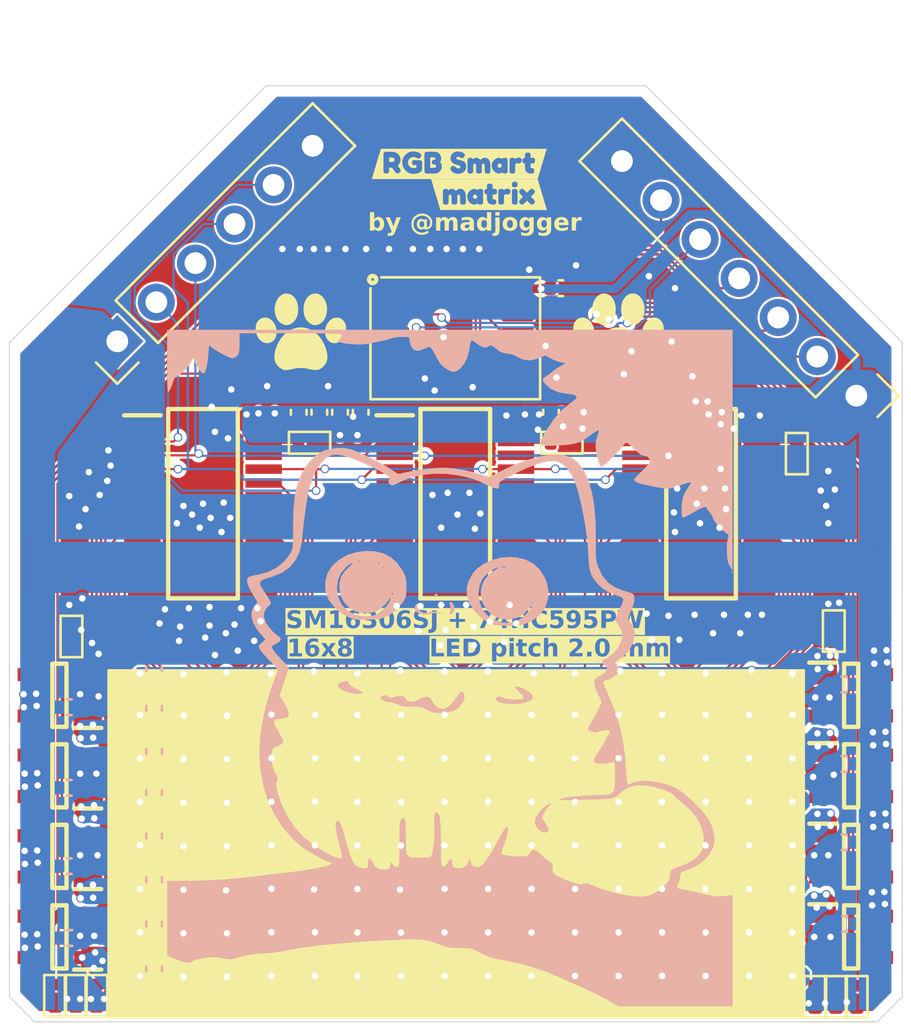
<source format=kicad_pcb>
(kicad_pcb (version 20241229) (generator "pcbnew") (generator_version "9.0")
  (layers (0 "F.Cu" signal) (2 "B.Cu" signal) (13 "F.Paste" user) (15 "B.Paste" user) (5 "F.SilkS" user "F.Silkscreen") (7 "B.SilkS" user "B.Silkscreen") (1 "F.Mask" user) (3 "B.Mask" user) (25 "Edge.Cuts" user))
  (net 0 "")
  (net 1 "GREEN1")
  (net 2 "RED1")
  (net 3 "ROW1")
  (net 4 "BLUE1")
  (net 5 "RED2")
  (net 6 "GREEN2")
  (net 7 "BLUE2")
  (net 8 "GREEN3")
  (net 9 "BLUE3")
  (net 10 "RED3")
  (net 11 "GREEN4")
  (net 12 "BLUE4")
  (net 13 "RED4")
  (net 14 "BLUE5")
  (net 15 "GREEN5")
  (net 16 "RED5")
  (net 17 "GREEN6")
  (net 18 "RED6")
  (net 19 "BLUE6")
  (net 20 "RED7")
  (net 21 "GREEN7")
  (net 22 "BLUE7")
  (net 23 "BLUE8")
  (net 24 "GREEN8")
  (net 25 "RED8")
  (net 26 "GREEN9")
  (net 27 "RED9")
  (net 28 "BLUE9")
  (net 29 "GREEN10")
  (net 30 "RED10")
  (net 31 "BLUE10")
  (net 32 "BLUE11")
  (net 33 "GREEN11")
  (net 34 "RED11")
  (net 35 "GREEN12")
  (net 36 "BLUE12")
  (net 37 "RED12")
  (net 38 "GREEN13")
  (net 39 "RED13")
  (net 40 "BLUE13")
  (net 41 "RED14")
  (net 42 "GREEN14")
  (net 43 "BLUE14")
  (net 44 "GREEN15")
  (net 45 "BLUE15")
  (net 46 "RED15")
  (net 47 "RED16")
  (net 48 "BLUE16")
  (net 49 "GREEN16")
  (net 50 "ROW2")
  (net 51 "ROW3")
  (net 52 "ROW4")
  (net 53 "ROW6")
  (net 54 "ROW7")
  (net 55 "ROW8")
  (net 56 "+5V")
  (net 57 "Earth")
  (net 58 "Net-(DD1-R-EXT)")
  (net 59 "COL_!OE")
  (net 60 "COL_CLK")
  (net 61 "Net-(DD1-SDO)")
  (net 62 "COL_DI")
  (net 63 "COL_LE")
  (net 64 "ROW_!OE")
  (net 66 "ROW_!RST")
  (net 67 "ROW_CLK")
  (net 68 "ROW_REG_CLK")
  (net 69 "ROW_DI")
  (net 70 "Net-(DD3-R-EXT)")
  (net 71 "Net-(DD3-SDO)")
  (net 73 "Net-(DD4-R-EXT)")
  (net 74 "ROW5")
  (net 75 "SW_2")
  (net 76 "SW_3")
  (net 77 "SW_8")
  (net 78 "SW_4")
  (net 79 "SW_5")
  (net 80 "SW_7")
  (net 81 "SW_6")
  (net 82 "SW_1")
  (net 83 "Net-(DD5-SET)")
  (net 84 "Net-(DD6-SET)")
  (net 85 "Net-(DD7-SET)")
  (net 86 "Net-(DD8-SET)")
  (net 87 "Net-(DD9-SET)")
  (net 88 "Net-(DD10-SET)")
  (net 89 "Net-(DD11-SET)")
  (net 90 "Net-(DD12-SET)")
  (footprint "XL-B1010RGBT-HF:XL-B1010RGBT-HF" (layer "F.Cu") (at 136 66.2)
    (property "Reference" "D93" (hide yes))
    (property "Value" "XL-B1010RGBT-HF" (hide yes))
  )
  (footprint "XL-B1010RGBT-HF:XL-B1010RGBT-HF" (layer "F.Cu") (at 132.1 64.2)
    (property "Reference" "D76" (hide yes))
    (property "Value" "XL-B1010RGBT-HF" (hide yes))
  )
  (footprint "XL-B1010RGBT-HF:XL-B1010RGBT-HF" (layer "F.Cu") (at 136.1 60.2)
    (property "Reference" "D90" (hide yes))
    (property "Value" "XL-B1010RGBT-HF" (hide yes))
  )
  (footprint "XL-B1010RGBT-HF:XL-B1010RGBT-HF" (layer "F.Cu") (at 124 72.2)
    (property "Reference" "D48" (hide yes))
    (property "Value" "XL-B1010RGBT-HF" (hide yes))
  )
  (footprint "XL-B1010RGBT-HF:XL-B1010RGBT-HF" (layer "F.Cu") (at 134 60.2)
    (property "Reference" "D82" (hide yes))
    (property "Value" "XL-B1010RGBT-HF" (hide yes))
  )
  (footprint "XL-B1010RGBT-HF:XL-B1010RGBT-HF" (layer "F.Cu") (at 116 62.2)
    (property "Reference" "D11" (hide yes))
    (property "Value" "XL-B1010RGBT-HF" (hide yes))
  )
  (footprint "XL-B1010RGBT-HF:XL-B1010RGBT-HF" (layer "F.Cu") (at 140 72.2)
    (property "Reference" "D112" (hide yes))
    (property "Value" "XL-B1010RGBT-HF" (hide yes))
  )
  (footprint "XL-B1010RGBT-HF:XL-B1010RGBT-HF" (layer "F.Cu") (at 114 70.2)
    (property "Reference" "D7" (hide yes))
    (property "Value" "XL-B1010RGBT-HF" (hide yes))
  )
  (footprint "XL-B1010RGBT-HF:XL-B1010RGBT-HF" (layer "F.Cu") (at 128 70.2)
    (property "Reference" "D63" (hide yes))
    (property "Value" "XL-B1010RGBT-HF" (hide yes))
  )
  (footprint "XL-B1010RGBT-HF:XL-B1010RGBT-HF" (layer "F.Cu") (at 138 62.2)
    (property "Reference" "D99" (hide yes))
    (property "Value" "XL-B1010RGBT-HF" (hide yes))
  )
  (footprint "XL-B1010RGBT-HF:XL-B1010RGBT-HF" (layer "F.Cu") (at 118 70.2)
    (property "Reference" "D23" (hide yes))
    (property "Value" "XL-B1010RGBT-HF" (hide yes))
  )
  (footprint "XL-B1010RGBT-HF:XL-B1010RGBT-HF" (layer "F.Cu") (at 114 60.2)
    (property "Reference" "D2" (hide yes))
    (property "Value" "XL-B1010RGBT-HF" (hide yes))
  )
  (footprint "Capacitor_SMD:C_0402_1005Metric" (layer "F.Cu") (at 121.8 45.4 90)
    (property "Reference" "C4" (hide yes))
    (property "Value" "100nF")
  )
  (footprint "XL-B1010RGBT-HF:XL-B1010RGBT-HF" (layer "F.Cu") (at 142.1 58.2)
    (property "Reference" "D113" (hide yes))
    (property "Value" "XL-B1010RGBT-HF" (hide yes))
  )
  (footprint "XL-B1010RGBT-HF:XL-B1010RGBT-HF" (layer "F.Cu") (at 124 62.2)
    (property "Reference" "D43" (hide yes))
    (property "Value" "XL-B1010RGBT-HF" (hide yes))
  )
  (footprint "PCM_Resistor_SMD_AKL:R_0402_1005Metric" (layer "F.Cu") (at 112.5 72.2 -90)
    (property "Reference" "R11" (hide yes))
    (property "Value" "4.53K" (hide yes))
  )
  (footprint "XL-B1010RGBT-HF:XL-B1010RGBT-HF" (layer "F.Cu") (at 114 58.2)
    (property "Reference" "D1" (hide yes))
    (property "Value" "XL-B1010RGBT-HF" (hide yes))
  )
  (footprint "XL-B1010RGBT-HF:XL-B1010RGBT-HF" (layer "F.Cu") (at 142 72.2)
    (property "Reference" "D120" (hide yes))
    (property "Value" "XL-B1010RGBT-HF" (hide yes))
  )
  (footprint "XL-B1010RGBT-HF:XL-B1010RGBT-HF" (layer "F.Cu") (at 128 58.2)
    (property "Reference" "D57" (hide yes))
    (property "Value" "XL-B1010RGBT-HF" (hide yes))
  )
  (footprint "XL-B1010RGBT-HF:XL-B1010RGBT-HF" (layer "F.Cu") (at 130 62.2)
    (property "Reference" "D67" (hide yes))
    (property "Value" "XL-B1010RGBT-HF" (hide yes))
  )
  (footprint "XL-B1010RGBT-HF:XL-B1010RGBT-HF" (layer "F.Cu") (at 140 70.2)
    (property "Reference" "D111" (hide yes))
    (property "Value" "XL-B1010RGBT-HF" (hide yes))
  )
  (footprint "XL-B1010RGBT-HF:XL-B1010RGBT-HF" (layer "F.Cu") (at 140 64.2)
    (property "Reference" "D108" (hide yes))
    (property "Value" "XL-B1010RGBT-HF" (hide yes))
  )
  (footprint "SM16306SJ:SM16306SJ" (layer "F.Cu") (at 129 49.6)
    (property "Reference" "DD3" (hide yes))
    (property "Value" "SM16306SJ" (hide yes))
  )
  (footprint "XL-B1010RGBT-HF:XL-B1010RGBT-HF" (layer "F.Cu") (at 128 68.2)
    (property "Reference" "D62" (hide yes))
    (property "Value" "XL-B1010RGBT-HF" (hide yes))
  )
  (footprint "Capacitor_SMD:C_0402_1005Metric" (layer "F.Cu") (at 123.7 45.4 90)
    (property "Reference" "C9" (hide yes))
    (property "Value" "22uF")
  )
  (footprint "XL-B1010RGBT-HF:XL-B1010RGBT-HF" (layer "F.Cu") (at 116 58.2)
    (property "Reference" "D9" (hide yes))
    (property "Value" "XL-B1010RGBT-HF" (hide yes))
  )
  (footprint "Capacitor_SMD:C_0402_1005Metric" (layer "F.Cu") (at 135.35 44.5 90)
    (property "Reference" "C20" (hide yes))
    (property "Value" "22uF")
  )
  (footprint "XL-B1010RGBT-HF:XL-B1010RGBT-HF" (layer "F.Cu") (at 128 72.2)
    (property "Reference" "D64" (hide yes))
    (property "Value" "XL-B1010RGBT-HF" (hide yes))
  )
  (footprint "MT9700:MT9700" (layer "F.Cu") (at 110.8 69.5 180)
    (property "Reference" "DD12" (hide yes))
    (property "Value" "MT9700" (hide yes))
  )
  (footprint "XL-B1010RGBT-HF:XL-B1010RGBT-HF" (layer "F.Cu") (at 144 70.2)
    (property "Reference" "D127" (hide yes))
    (property "Value" "XL-B1010RGBT-HF" (hide yes))
  )
  (footprint "XL-B1010RGBT-HF:XL-B1010RGBT-HF" (layer "F.Cu") (at 130 60.2)
    (property "Reference" "D66" (hide yes))
    (property "Value" "XL-B1010RGBT-HF" (hide yes))
  )
  (footprint "XL-B1010RGBT-HF:XL-B1010RGBT-HF" (layer "F.Cu") (at 132.1 66.2)
    (property "Reference" "D77" (hide yes))
    (property "Value" "XL-B1010RGBT-HF" (hide yes))
  )
  (footprint "Capacitor_SMD:C_0402_1005Metric" (layer "F.Cu") (at 140.85 43.3)
    (property "Reference" "C11" (hide yes))
    (property "Value" "22uF")
  )
  (footprint "XL-B1010RGBT-HF:XL-B1010RGBT-HF" (layer "F.Cu") (at 120 66.2)
    (property "Reference" "D29" (hide yes))
    (property "Value" "XL-B1010RGBT-HF" (hide yes))
  )
  (footprint "XL-B1010RGBT-HF:XL-B1010RGBT-HF" (layer "F.Cu") (at 134 58.2)
    (property "Reference" "D81" (hide yes))
    (property "Value" "XL-B1010RGBT-HF" (hide yes))
  )
  (footprint "MT9700:MT9700" (layer "F.Cu") (at 147.2 69.5)
    (property "Reference" "DD11" (hide yes))
    (property "Value" "MT9700" (hide yes))
  )
  (footprint "XL-B1010RGBT-HF:XL-B1010RGBT-HF" (layer "F.Cu") (at 144 58.2)
    (property "Reference" "D121" (hide yes))
    (property "Value" "XL-B1010RGBT-HF" (hide yes))
  )
  (footprint "XL-B1010RGBT-HF:XL-B1010RGBT-HF" (layer "F.Cu") (at 122 68.2)
    (property "Reference" "D38" (hide yes))
    (property "Value" "XL-B1010RGBT-HF" (hide yes))
  )
  (footprint "XL-B1010RGBT-HF:XL-B1010RGBT-HF" (layer "F.Cu") (at 118 68.2)
    (property "Reference" "D22" (hide yes))
    (property "Value" "XL-B1010RGBT-HF" (hide yes))
  )
  (footprint "PCM_Resistor_SMD_AKL:R_0402_1005Metric" (layer "F.Cu") (at 110.6 72.2 -90)
    (property "Reference" "R7" (hide yes))
    (property "Value" "4.53K" (hide yes))
  )
  (footprint "XL-B1010RGBT-HF:XL-B1010RGBT-HF" (layer "F.Cu") (at 126 58.2)
    (property "Reference" "D49" (hide yes))
    (property "Value" "XL-B1010RGBT-HF" (hide yes))
  )
  (footprint "XL-B1010RGBT-HF:XL-B1010RGBT-HF" (layer "F.Cu") (at 114 66.2)
    (property "Reference" "D5" (hide yes))
    (property "Value" "XL-B1010RGBT-HF" (hide yes))
  )
  (footprint "XL-B1010RGBT-HF:XL-B1010RGBT-HF" (layer "F.Cu") (at 114 62.2)
    (property "Reference" "D3" (hide yes))
    (property "Value" "XL-B1010RGBT-HF" (hide yes))
  )
  (footprint "XL-B1010RGBT-HF:XL-B1010RGBT-HF" (layer "F.Cu") (at 124 60.2)
    (property "Reference" "D42" (hide yes))
    (property "Value" "XL-B1010RGBT-HF" (hide yes))
  )
  (footprint "XL-B1010RGBT-HF:XL-B1010RGBT-HF" (layer "F.Cu") (at 140 62.2)
    (property "Reference" "D107" (hide yes))
    (property "Value" "XL-B1010RGBT-HF" (hide yes))
  )
  (footprint "XL-B1010RGBT-HF:XL-B1010RGBT-HF" (layer "F.Cu") (at 128 66.2)
    (property "Reference" "D61" (hide yes))
    (property "Value" "XL-B1010RGBT-HF" (hide yes))
  )
  (footprint "XL-B1010RGBT-HF:XL-B1010RGBT-HF" (layer "F.Cu") (at 138 70.2)
    (property "Reference" "D103" (hide yes))
    (property "Value" "XL-B1010RGBT-HF" (hide yes))
  )
  (footprint "XL-B1010RGBT-HF:XL-B1010RGBT-HF" (layer "F.Cu") (at 134 70.2)
    (property "Reference" "D87" (hide yes))
    (property "Value" "XL-B1010RGBT-HF" (hide yes))
  )
  (footprint "XL-B1010RGBT-HF:XL-B1010RGBT-HF" (layer "F.Cu") (at 144 72.2)
    (property "Reference" "D128" (hide yes))
    (property "Value" "XL-B1010RGBT-HF" (hide yes))
  )
  (footprint "XL-B1010RGBT-HF:XL-B1010RGBT-HF" (layer "F.Cu") (at 120 68.2)
    (property "Reference" "D30" (hide yes))
    (property "Value" "XL-B1010RGBT-HF" (hide yes))
  )
  (footprint "XL-B1010RGBT-HF:XL-B1010RGBT-HF" (layer "F.Cu") (at 122 60.2)
    (property "Reference" "D34" (hide yes))
    (property "Value" "XL-B1010RGBT-HF" (hide yes))
  )
  (footprint "XL-B1010RGBT-HF:XL-B1010RGBT-HF" (layer "F.Cu") (at 138 66.2)
    (property "Reference" "D101" (hide yes))
    (property "Value" "XL-B1010RGBT-HF" (hide yes))
  )
  (footprint "XL-B1010RGBT-HF:XL-B1010RGBT-HF" (layer "F.Cu") (at 134 62.2)
    (property "Reference" "D83" (hide yes))
    (property "Value" "XL-B1010RGBT-HF" (hide yes))
  )
  (footprint "Capacitor_SMD:C_0402_1005Metric" (layer "F.Cu") (at 140.85 44.25)
    (property "Reference" "C3" (hide yes))
    (property "Value" "100nF")
  )
  (footprint "XL-B1010RGBT-HF:XL-B1010RGBT-HF" (layer "F.Cu") (at 144 68.2)
    (property "Reference" "D126" (hide yes))
    (property "Value" "XL-B1010RGBT-HF" (hide yes))
  )
  (footprint "XL-B1010RGBT-HF:XL-B1010RGBT-HF" (layer "F.Cu") (at 132.1 68.2)
    (property "Reference" "D78" (hide yes))
    (property "Value" "XL-B1010RGBT-HF" (hide yes))
  )
  (footprint "XL-B1010RGBT-HF:XL-B1010RGBT-HF" (layer "F.Cu") (at 120 58.2)
    (property "Reference" "D25" (hide yes))
    (property "Value" "XL-B1010RGBT-HF" (hide yes))
  )
  (footprint "XL-B1010RGBT-HF:XL-B1010RGBT-HF" (layer "F.Cu") (at 144 66.2)
    (property "Reference" "D125" (hide yes))
    (property "Value" "XL-B1010RGBT-HF" (hide yes))
  )
  (footprint "XL-B1010RGBT-HF:XL-B1010RGBT-HF" (layer "F.Cu") (at 126 62.2)
    (property "Reference" "D51" (hide yes))
    (property "Value" "XL-B1010RGBT-HF" (hide yes))
  )
  (footprint "XL-B1010RGBT-HF:XL-B1010RGBT-HF" (layer "F.Cu") (at 136 70.2)
    (property "Reference" "D95" (hide yes))
    (property "Value" "XL-B1010RGBT-HF" (hide yes))
  )
  (footprint "XL-B1010RGBT-HF:XL-B1010RGBT-HF" (layer "F.Cu") (at 120 64.2)
    (property "Reference" "D28" (hide yes))
    (property "Value" "XL-B1010RGBT-HF" (hide yes))
  )
  (footprint "XL-B1010RGBT-HF:XL-B1010RGBT-HF" (layer "F.Cu") (at 140 60.2)
    (property "Reference" "D106" (hide yes))
    (property "Value" "XL-B1010RGBT-HF" (hide yes))
  )
  (footprint "XL-B1010RGBT-HF:XL-B1010RGBT-HF" (layer "F.Cu") (at 132.1 58.2)
    (property "Reference" "D73" (hide yes))
    (property "Value" "XL-B1010RGBT-HF" (hide yes))
  )
  (footprint "XL-B1010RGBT-HF:XL-B1010RGBT-HF" (layer "F.Cu") (at 140 58.2)
    (property "Reference" "D105" (hide yes))
    (property "Value" "XL-B1010RGBT-HF" (hide yes))
  )
  (footprint "XL-B1010RGBT-HF:XL-B1010RGBT-HF" (layer "F.Cu") (at 126 70.2)
    (property "Reference" "D55" (hide yes))
    (property "Value" "XL-B1010RGBT-HF" (hide yes))
  )
  (footprint "XL-B1010RGBT-HF:XL-B1010RGBT-HF" (layer "F.Cu") (at 116 60.2)
    (property "Reference" "D10" (hide yes))
    (property "Value" "XL-B1010RGBT-HF" (hide yes))
  )
  (footprint "XL-B1010RGBT-HF:XL-B1010RGBT-HF" (layer "F.Cu") (at 116 66.2)
    (property "Reference" "D13" (hide yes))
    (property "Value" "XL-B1010RGBT-HF" (hide yes))
  )
  (footprint "XL-B1010RGBT-HF:XL-B1010RGBT-HF" (layer "F.Cu") (at 142.1 60.2)
    (property "Reference" "D114" (hide yes))
    (property "Value" "XL-B1010RGBT-HF" (hide yes))
  )
  (footprint "XL-B1010RGBT-HF:XL-B1010RGBT-HF" (layer "F.Cu") (at 136 64.2)
    (property "Reference" "D92" (hide yes))
    (property "Value" "XL-B1010RGBT-HF" (hide yes))
  )
  (footprint "XL-B1010RGBT-HF:XL-B1010RGBT-HF" (layer "F.Cu") (at 136 72.2)
    (property "Reference" "D96" (hide yes))
    (property "Value" "XL-B1010RGBT-HF" (hide yes))
  )
  (footprint "MT9700:MT9700" (layer "F.Cu") (at 110.8 62.1 180)
    (property "Reference" "DD8" (hide yes))
    (property "Value" "MT9700" (hide yes))
  )
  (footprint "XL-B1010RGBT-HF:XL-B1010RGBT-HF" (layer "F.Cu") (at 136.1 62.2)
    (property "Reference" "D91" (hide yes))
    (property "Value" "XL-B1010RGBT-HF" (hide yes))
  )
  (footprint "XL-B1010RGBT-HF:XL-B1010RGBT-HF" (layer "F.Cu") (at 124 70.2)
    (property "Reference" "D47" (hide yes))
    (property "Value" "XL-B1010RGBT-HF" (hide yes))
  )
  (footprint "XL-B1010RGBT-HF:XL-B1010RGBT-HF" (layer "F.Cu") (at 142.1 64.2)
    (property "Reference" "D116" (hide yes))
    (property "Value" "XL-B1010RGBT-HF" (hide yes))
  )
  (footprint "XL-B1010RGBT-HF:XL-B1010RGBT-HF" (layer "F.Cu") (at 132.1 62.2)
    (property "Reference" "D75" (hide yes))
    (property "Value" "XL-B1010RGBT-HF" (hide yes))
  )
  (footprint "Capacitor_SMD:C_0402_1005Metric" (layer "F.Cu") (at 139 44.25 180)
    (property "Reference" "C16" (hide yes))
    (property "Value" "22uF")
  )
  (footprint "LOGO" (layer "F.Cu") (at 122.02927 41.746418)
    (property "Reference" "G***" (hide yes))
    (property "Value" "LOGO" (hide yes))
  )
  (footprint "XL-B1010RGBT-HF:XL-B1010RGBT-HF" (layer "F.Cu") (at 138 64.2)
    (property "Reference" "D100" (hide yes))
    (property "Value" "XL-B1010RGBT-HF" (hide yes))
  )
  (footprint "XL-B1010RGBT-HF:XL-B1010RGBT-HF" (layer "F.Cu") (at 122 64.2)
    (property "Reference" "D36" (hide yes))
    (property "Value" "XL-B1010RGBT-HF" (hide yes))
  )
  (footprint "XL-B1010RGBT-HF:XL-B1010RGBT-HF" (layer "F.Cu") (at 144 62.2)
    (property "Reference" "D123" (hide yes))
    (property "Value" "XL-B1010RGBT-HF" (hide yes))
  )
  (footprint "XL-B1010RGBT-HF:XL-B1010RGBT-HF" (layer "F.Cu") (at 116 64.2)
    (property "Reference" "D12" (hide yes))
    (property "Value" "XL-B1010RGBT-HF" (hide yes))
  )
  (footprint "XL-B1010RGBT-HF:XL-B1010RGBT-HF" (layer "F.Cu") (at 130 72.2)
    (property "Reference" "D72" (hide yes))
    (property "Value" "XL-B1010RGBT-HF" (hide yes))
  )
  (footprint "XL-B1010RGBT-HF:XL-B1010RGBT-HF" (layer "F.Cu") (at 116 68.2)
    (property "Reference" "D14" (hide yes))
    (property "Value" "XL-B1010RGBT-HF" (hide yes))
  )
  (footprint "XL-B1010RGBT-HF:XL-B1010RGBT-HF" (layer "F.Cu") (at 138 58.2)
    (property "Reference" "D97" (hide yes))
    (property "Value" "XL-B1010RGBT-HF" (hide yes))
  )
  (footprint "XL-B1010RGBT-HF:XL-B1010RGBT-HF" (layer "F.Cu") (at 118 58.2)
    (property "Reference" "D17" (hide yes))
    (property "Value" "XL-B1010RGBT-HF" (hide yes))
  )
  (footprint "kibuzzard-68C5BC7D" (layer "F.Cu") (at 130.55 35.4)
    (property "Reference" "kibuzzard-68C5BC7D" (hide yes))
    (property "Value" "G***" (hide yes))
  )
  (footprint "PCM_Resistor_SMD_AKL:R_0402_1005Metric" (layer "F.Cu") (at 111.55 72.2 -90)
    (property "Reference" "R9" (hide yes))
    (property "Value" "4.53K" (hide yes))
  )
  (footprint "XL-B1010RGBT-HF:XL-B1010RGBT-HF" (layer "F.Cu") (at 122 58.2)
    (property "Reference" "D33" (hide yes))
    (property "Value" "XL-B1010RGBT-HF" (hide yes))
  )
  (footprint "XL-B1010RGBT-HF:XL-B1010RGBT-HF" (layer "F.Cu") (at 132 70.2)
    (property "Reference" "D79" (hide yes))
    (property "Value" "XL-B1010RGBT-HF" (hide yes))
  )
  (footprint "Capacitor_SMD:C_0402_1005Metric" (layer "F.Cu") (at 133.85 39.7)
    (property "Reference" "C2" (hide yes))
    (property "Value" "100nF")
  )
  (footprint "XL-B1010RGBT-HF:XL-B1010RGBT-HF" (layer "F.Cu") (at 126 72.2)
    (property "Reference" "D56" (hide yes))
    (property "Value" "XL-B1010RGBT-HF" (hide yes))
  )
  (footprint "XL-B1010RGBT-HF:XL-B1010RGBT-HF" (layer "F.Cu") (at 114 68.2)
    (property "Reference" "D6" (hide yes))
    (property "Value" "XL-B1010RGBT-HF" (hide yes))
  )
  (footprint "XL-B1010RGBT-HF:XL-B1010RGBT-HF" (layer "F.Cu") (at 136.1 58.2)
    (property "Reference" "D89" (hide yes))
    (property "Value" "XL-B1010RGBT-HF" (hide yes))
  )
  (footprint "XL-B1010RGBT-HF:XL-B1010RGBT-HF" (layer "F.Cu") (at 140 68.2)
    (property "Reference" "D110" (hide yes))
    (property "Value" "XL-B1010RGBT-HF" (hide yes))
  )
  (footprint "XL-B1010RGBT-HF:XL-B1010RGBT-HF" (layer "F.Cu") (at 140 66.2)
    (property "Reference" "D109" (hide yes))
    (property "Value" "XL-B1010RGBT-HF" (hide yes))
  )
  (footprint "XL-B1010RGBT-HF:XL-B1010RGBT-HF" (layer "F.Cu") (at 120 70.2)
    (property "Reference" "D31" (hide yes))
    (property "Value" "XL-B1010RGBT-HF" (hide yes))
  )
  (footprint "XL-B1010RGBT-HF:XL-B1010RGBT-HF" (layer "F.Cu") (at 142.1 62.2)
    (property "Reference" "D115" (hide yes))
    (property "Value" "XL-B1010RGBT-HF" (hide yes))
  )
  (footprint "XL-B1010RGBT-HF:XL-B1010RGBT-HF" (layer "F.Cu") (at 126 64.2)
    (property "Reference" "D52" (hide yes))
    (property "Value" "XL-B1010RGBT-HF" (hide yes))
  )
  (footprint "XL-B1010RGBT-HF:XL-B1010RGBT-HF" (layer "F.Cu") (at 142 70.2)
    (property "Reference" "D119" (hide yes))
    (property "Value" "XL-B1010RGBT-HF" (hide yes))
  )
  (footprint "XL-B1010RGBT-HF:XL-B1010RGBT-HF" (layer "F.Cu") (at 124 68.2)
    (property "Reference" "D46" (hide yes))
    (property "Value" "XL-B1010RGBT-HF" (hide yes))
  )
  (footprint "PCM_Resistor_SMD_AKL:R_0402_1005Metric" (layer "F.Cu") (at 146.5 72.25 -90)
    (property "Reference" "R8" (hide yes))
    (property "Value" "4.53K" (hide yes))
  )
  (footprint "XL-B1010RGBT-HF:XL-B1010RGBT-HF" (layer "F.Cu") (at 130 70.2)
    (property "Reference" "D71" (hide yes))
    (property "Value" "XL-B1010RGBT-HF" (hide yes))
  )
  (footprint "PCM_Resistor_SMD_AKL:R_0402_1005Metric" (layer "F.Cu") (at 145.55 72.25 -90)
    (property "Reference" "R10" (hide yes))
    (property "Value" "4.53K" (hide yes))
  )
  (footprint "XL-B1010RGBT-HF:XL-B1010RGBT-HF" (layer "F.Cu") (at 126 68.2)
    (property "Reference" "D54" (hide yes))
    (property "Value" "XL-B1010RGBT-HF" (hide yes))
  )
  (footprint "XL-B1010RGBT-HF:XL-B1010RGBT-HF" (layer "F.Cu") (at 118 66.2)
    (property "Reference" "D21" (hide yes))
    (property "Value" "XL-B1010RGBT-HF" (hide yes))
  )
  (footprint "XL-B1010RGBT-HF:XL-B1010RGBT-HF" (layer "F.Cu") (at 114 64.2)
    (property "Reference" "D4" (hide yes))
    (property "Value" "XL-B1010RGBT-HF" (hide yes))
  )
  (footprint "XL-B1010RGBT-HF:XL-B1010RGBT-HF" (layer "F.Cu") (at 120 60.2)
    (property "Reference" "D26" (hide yes))
    (property "Value" "XL-B1010RGBT-HF" (hide yes))
  )
  (footprint "XL-B1010RGBT-HF:XL-B1010RGBT-HF" (layer "F.Cu") (at 118 62.2)
    (property "Reference" "D19" (hide yes))
    (property "Value" "XL-B1010RGBT-HF" (hide yes))
  )
  (footprint "XL-B1010RGBT-HF:XL-B1010RGBT-HF" (layer "F.Cu") (at 138 72.2)
    (property "Reference" "D104" (hide yes))
    (property "Value" "XL-B1010RGBT-HF" (hide yes))
  )
  (footprint "XL-B1010RGBT-HF:XL-B1010RGBT-HF" (layer "F.Cu") (at 130 68.2)
    (property "Reference" "D70" (hide yes))
    (property "Value" "XL-B1010RGBT-HF" (hide yes))
  )
  (footprint "XL-B1010RGBT-HF:XL-B1010RGBT-HF" (layer "F.Cu") (at 124 58.2)
    (property "Reference" "D41" (hide yes))
    (property "Value" "XL-B1010RGBT-HF" (hide yes))
  )
  (footprint "XL-B1010RGBT-HF:XL-B1010RGBT-HF" (layer "F.Cu") (at 132 72.2)
    (property "Reference" "D80" (hide yes))
    (property "Value" "XL-B1010RGBT-HF" (hide yes))
  )
  (footprint "XL-B1010RGBT-HF:XL-B1010RGBT-HF" (layer "F.Cu") (at 142 68.2)
    (property "Reference" "D118" (hide yes))
    (property "Value" "XL-B1010RGBT-HF" (hide yes))
  )
  (footprint "XL-B1010RGBT-HF:XL-B1010RGBT-HF" (layer "F.Cu") (at 118 60.2)
    (property "Reference" "D18" (hide yes))
    (property "Value" "XL-B1010RGBT-HF" (hide yes))
  )
  (footprint "XL-B1010RGBT-HF:XL-B1010RGBT-HF" (layer "F.Cu") (at 116 72.2)
    (property "Reference" "D16" (hide yes))
    (property "Value" "XL-B1010RGBT-HF" (hide yes))
  )
  (footprint "XL-B1010RGBT-HF:XL-B1010RGBT-HF" (layer "F.Cu") (at 124 66.2)
    (property "Reference" "D45" (hide yes))
    (property "Value" "XL-B1010RGBT-HF" (hide yes))
  )
  (footprint "Capacitor_SMD:C_0402_1005Metric" (layer "F.Cu") (at 133.4 45.4 90)
    (property "Reference" "C1" (hide yes))
    (property "Value" "100nF")
  )
  (footprint "MT9700:MT9700" (layer "F.Cu") (at 147.2 65.8)
    (property "Reference" "DD9" (hide yes))
    (property "Value" "MT9700" (hide yes))
  )
  (footprint "Capacitor_SMD:C_0402_1005Metric" (layer "F.Cu") (at 124.65 45.4 90)
    (property "Reference" "C14" (hide yes))
    (property "Value" "22uF")
  )
  (footprint "XL-B1010RGBT-HF:XL-B1010RGBT-HF" (layer "F.Cu") (at 134 64.2)
    (property "Reference" "D84" (hide yes))
    (property "Value" "XL-B1010RGBT-HF" (hide yes))
  )
  (footprint "XL-B1010RGBT-HF:XL-B1010RGBT-HF" (layer "F.Cu") (at 118 64.2)
    (property "Reference" "D20" (hide yes))
    (property "Value" "XL-B1010RGBT-HF" (hide yes))
  )
  (footprint "XL-B1010RGBT-HF:XL-B1010RGBT-HF" (layer "F.Cu") (at 128 64.2)
    (property "Reference" "D60" (hide yes))
    (property "Value" "XL-B1010RGBT-HF" (hide yes))
  )
  (footprint "XL-B1010RGBT-HF:XL-B1010RGBT-HF" (layer "F.Cu") (at 122 70.2)
    (property "Reference" "D39" (hide yes))
    (property "Value" "XL-B1010RGBT-HF" (hide yes))
  )
  (footprint "XL-B1010RGBT-HF:XL-B1010RGBT-HF" (layer "F.Cu") (at 136 68.2)
    (property "Reference" "D94" (hide yes))
    (property "Value" "XL-B1010RGBT-HF" (hide yes))
  )
  (footprint "XL-B1010RGBT-HF:XL-B1010RGBT-HF" (layer "F.Cu") (at 126 66.2)
    (property "Reference" "D53" (hide yes))
    (property "Value" "XL-B1010RGBT-HF" (hide yes))
  )
  (footprint "Capacitor_SMD:C_0402_1005Metric" (layer "F.Cu") (at 122.75 45.4 90)
    (property "Reference" "C19" (hide yes))
    (property "Value" "22uF")
  )
  (footprint "MT9700:MT9700" (layer "F.Cu") (at 147.2 62.1)
    (property "Reference" "DD7" (hide yes))
    (property "Value" "MT9700" (hide yes))
  )
  (footprint "XL-B1010RGBT-HF:XL-B1010RGBT-HF" (layer "F.Cu") (at 134 66.2)
    (property "Reference" "D85" (hide yes))
    (property "Value" "XL-B1010RGBT-HF" (hide yes))
  )
  (footprint "Capacitor_SMD:C_0402_1005Metric" (layer "F.Cu") (at 139 43.3 180)
    (property "Reference" "C21" (hide yes))
    (property "Value" "22uF")
  )
  (footprint "Connector_PinHeader_2.54mm:PinHeader_1x06_P2.54mm_Vertical" (layer "F.Cu") (at 113.459872 42.140128 135)
    (property "Reference" "J3" (hide yes))
    (property "Value" "Conn_01x06_Pin")
  )
  (footprint "Capacitor_SMD:C_0402_1005Metric" (layer "F.Cu") (at 135.35 46.35 -90)
    (property "Reference" "C15" (hide yes))
    (property "Value" "22uF")
  )
  (footprint "PCM_Resistor_SMD_AKL:R_0402_1005Metric" (layer "F.Cu") (at 144.7 47.3 90)
    (property "Reference" "R3" (hide yes))
    (property "Value" "930" (hide yes))
  )
  (footprint "XL-B1010RGBT-HF:XL-B1010RGBT-HF" (layer "F.Cu") (at 130 66.2)
    (property "Reference" "D69" (hide yes))
    (property "Value" "XL-B1010RGBT-HF" (hide yes))
  )
  (footprint "PCM_Resistor_SMD_AKL:R_0402_1005Metric" (layer "F.Cu") (at 133.9 46.8 180)
    (property "Reference" "R2" (hide yes))
    (property "Value" "930" (hide yes))
  )
  (footprint "XL-B1010RGBT-HF:XL-B1010RGBT-HF" (layer "F.Cu") (at 120 72.2)
    (property "Reference" "D32" (hide yes))
    (property "Value" "XL-B1010RGBT-HF" (hide yes))
  )
  (footprint "XL-B1010RGBT-HF:XL-B1010RGBT-HF" (layer "F.Cu") (at 132.1 60.2)
    (property "Reference" "D74" (hide yes))
    (property "Value" "XL-B1010RGBT-HF" (hide yes))
  )
  (footprint "MT9700:MT9700" (layer "F.Cu") (at 147.2 58.4)
    (property "Reference" "DD5" (hide yes))
    (property "Value" "MT9700" (hide yes))
  )
  (footprint "PCM_Package_SO_AKL:TSSOP-16_4.4x5mm_P0.65mm" (layer "F.Cu") (at 129 42)
    (property "Reference" "DD2" (hide yes))
    (property "Value" "74HC595PW" (hide yes))
  )
  (footprint "PCM_Resistor_SMD_AKL:R_0402_1005Metric" (layer "F.Cu") (at 147.45 72.25 -90)
    (property "Reference" "R6" (hide yes))
    (property "Value" "4.53K" (hide yes))
  )
  (footprint "MT9700:MT9700" (layer "F.Cu") (at 110.8 58.4 180)
    (property "Reference" "DD6" (hide yes))
    (property "Value" "MT9700" (hide yes))
  )
  (footprint "SM16306SJ:SM16306SJ" (layer "F.Cu") (at 117.4 49.6)
    (property "Reference" "DD1" (hide yes))
    (property "Value" "SM16306SJ" (hide yes))
  )
  (footprint "XL-B1010RGBT-HF:XL-B1010RGBT-HF" (layer "F.Cu") (at 130 64.2)
    (property "Reference" "D68" (hide yes))
    (property "Value" "XL-B1010RGBT-HF" (hide yes))
  )
  (footprint "XL-B1010RGBT-HF:XL-B1010RGBT-HF" (layer "F.Cu") (at 124 64.2)
    (property "Reference" "D44" (hide yes))
    (property "Value" "XL-B1010RGBT-HF" (hide yes))
  )
  (footprint "PCM_Resistor_SMD_AKL:R_0402_1005Metric" (layer "F.Cu") (at 111.35 55.7 90)
    (property "Reference" "R5" (hide yes))
    (property "Value" "4.53K" (hide yes))
  )
  (footprint "SM16306SJ:SM16306SJ" (layer "F.Cu") (at 140.3 49.6)
    (property "Reference" "DD4" (hide yes))
    (property "Value" "SM16306SJ" (hide yes))
  )
  (footprint "XL-B1010RGBT-HF:XL-B1010RGBT-HF" (layer "F.Cu") (at 144 64.2)
    (property "Reference" "D124" (hide yes))
    (property "Value" "XL-B1010RGBT-HF" (hide yes))
  )
  (footprint "XL-B1010RGBT-HF:XL-B1010RGBT-HF" (layer "F.Cu") (at 118 72.2)
    (property "Reference" "D24" (hide yes))
    (property "Value" "XL-B1010RGBT-HF" (hide yes))
  )
  (footprint "XL-B1010RGBT-HF:XL-B1010RGBT-HF" (layer "F.Cu") (at 120 62.2)
    (property "Reference" "D27" (hide yes))
    (property "Value" "XL-B1010RGBT-HF" (hide yes))
  )
  (footprint "XL-B1010RGBT-HF:XL-B1010RGBT-HF" (layer "F.Cu") (at 114 72.2)
    (property "Reference" "D8" (hide yes))
    (property "Value" "XL-B1010RGBT-HF" (hide yes))
  )
  (footprint "XL-B1010RGBT-HF:XL-B1010RGBT-HF" (layer "F.Cu") (at 122 72.2)
    (property "Reference" "D40" (hide yes))
    (property "Value" "XL-B1010RGBT-HF" (hide yes))
  )
  (footprint "XL-B1010RGBT-HF:XL-B1010RGBT-HF" (layer "F.Cu") (at 128 60.2)
    (property "Reference" "D58" (hide yes))
    (property "Value" "XL-B1010RGBT-HF" (hide yes))
  )
  (footprint "XL-B1010RGBT-HF:XL-B1010RGBT-HF" (layer "F.Cu") (at 134 72.2)
    (property "Reference" "D88" (hide yes))
    (property "Value" "XL-B1010RGBT-HF" (hide yes))
  )
  (footprint "Connector_PinHeader_2.54mm:PinHeader_1x07_P2.54mm_Vertical" (layer "F.Cu") (at 147.438153 44.638153 -135)
    (property "Reference" "J2" (hide yes))
    (property "Value" "Conn_01x07_Pin")
  )
  (footprint "XL-B1010RGBT-HF:XL-B1010RGBT-HF" (layer "F.Cu") (at 138 68.2)
    (property "Reference" "D102" (hide yes))
    (property "Value" "XL-B1010RGBT-HF" (hide yes))
  )
  (footprint "MT9700:MT9700" (layer "F.Cu") (at 110.8 65.8 180)
    (property "Reference" "DD10" (hide yes))
    (property "Value" "MT9700" (hide yes))
  )
  (footprint "LOGO" (layer "F.Cu") (at 136.62927 41.746418)
    (property "Reference" "G***" (hide yes))
    (property "Value" "LOGO" (hide yes))
  )
  (footprint "XL-B1010RGBT-HF:XL-B1010RGBT-HF" (layer "F.Cu") (at 122 66.2)
    (property "Reference" "D37" (hide yes))
    (property "Value" "XL-B1010RGBT-HF" (hide yes))
  )
  (footprint "kibuzzard-68C5BC6D" (layer "F.Cu") (at 129.181577 33.99239)
    (property "Reference" "kibuzzard-68C5BC6D" (hide yes))
    (property "Value" "G***" (hide yes))
  )
  (footprint "XL-B1010RGBT-HF:XL-B1010RGBT-HF" (layer "F.Cu") (at 122 62.2)
    (property "Reference" "D35" (hide yes))
    (property "Value" "XL-B1010RGBT-HF" (hide yes))
  )
  (footprint "XL-B1010RGBT-HF:XL-B1010RGBT-HF" (layer "F.Cu") (at 129.9 58.2)
    (property "Reference" "D65" (hide yes))
    (property "Value" "XL-B1010RGBT-HF" (hide yes))
  )
  (footprint "XL-B1010RGBT-HF:XL-B1010RGBT-HF" (layer "F.Cu") (at 128 62.2)
    (property "Reference" "D59" (hide yes))
    (property "Value" "XL-B1010RGBT-HF" (hide yes))
  )
  (footprint "PCM_Resistor_SMD_AKL:R_0402_1005Metric" (layer "F.Cu") (at 146.4 55.45 90)
    (property "Reference" "R4" (hide yes))
    (property "Value" "4.53K" (hide yes))
  )
  (footprint "XL-B1010RGBT-HF:XL-B1010RGBT-HF" (layer "F.Cu") (at 126 60.2)
    (property "Reference" "D50" (hide yes))
    (property "Value" "XL-B1010RGBT-HF" (hide yes))
  )
  (footprint "Capacitor_SMD:C_0402_1005Metric" (layer "F.Cu") (at 134.35 45.4 90)
    (property "Reference" "C10" (hide yes))
    (property "Value" "22uF")
  )
  (footprint "XL-B1010RGBT-HF:XL-B1010RGBT-HF" (layer "F.Cu") (at 134 68.2)
    (property "Reference" "D86" (hide yes))
    (property "Value" "XL-B1010RGBT-HF" (hide yes))
  )
  (footprint "XL-B1010RGBT-HF:XL-B1010RGBT-HF" (layer "F.Cu") (at 116 70.2)
    (property "Reference" "D15" (hide yes))
    (property "Value" "XL-B1010RGBT-HF" (hide yes))
  )
  (footprint "PCM_Resistor_SMD_AKL:R_0402_1005Metric" (layer "F.Cu") (at 122.3 46.8 180)
    (property "Reference" "R1" (hide yes))
    (property "Value" "930" (hide yes))
  )
  (footprint "XL-B1010RGBT-HF:XL-B1010RGBT-HF" (layer "F.Cu") (at 138 60.2)
    (property "Reference" "D98" (hide yes))
    (property "Value" "XL-B1010RGBT-HF" (hide yes))
  )
  (footprint "XL-B1010RGBT-HF:XL-B1010RGBT-HF" (layer "F.Cu") (at 142 66.2)
    (property "Reference" "D117" (hide yes))
    (property "Value" "XL-B1010RGBT-HF" (hide yes))
  )
  (footprint "XL-B1010RGBT-HF:XL-B1010RGBT-HF" (layer "F.Cu") (at 144 60.2)
    (property "Reference" "D122" (hide yes))
    (property "Value" "XL-B1010RGBT-HF" (hide yes))
  )
  (footprint "Capacitor_SMD:C_0402_1005Metric" (layer "B.Cu") (at 146.87 65.15 180)
    (property "Reference" "C13" (hide yes))
    (property "Value" "22uF")
  )
  (footprint "Capacitor_SMD:C_0402_1005Metric" (layer "B.Cu") (at 146.87 57.9 180)
    (property "Reference" "C27" (hide yes))
    (property "Value" "22uF")
  )
  (footprint "Capacitor_SMD:C_0402_1005Metric" (layer "B.Cu") (at 115.15 68.9 90)
    (property "Reference" "C26" (hide yes))
    (property "Value" "100nF")
  )
  (footprint "Capacitor_SMD:C_0402_1005Metric" (layer "B.Cu") (at 115.15 64.87 90)
    (property "Reference" "C22" (hide yes))
    (property "Value" "100nF")
  )
  (footprint "Capacitor_SMD:C_0402_1005Metric" (layer "B.Cu") (at 115.15 57.18 90)
    (property "Reference" "C5" (hide yes))
    (property "Value" "100nF")
  )
  (footprint "Capacitor_SMD:C_0402_1005Metric" (layer "B.Cu") (at 111.25 62.65)
    (property "Reference" "C8" (hide yes))
    (property "Value" "22uF")
  )
  (footprint "Capacitor_SMD:C_0402_1005Metric" (layer "B.Cu") (at 115.15 62.88 90)
    (property "Reference" "C17" (hide yes))
    (property "Value" "100nF")
  )
  (footprint "Capacitor_SMD:C_0402_1005Metric" (layer "B.Cu") (at 111.25 66.25)
    (property "Reference" "C18" (hide yes))
    (property "Value" "22uF")
  )
  (footprint "Capacitor_SMD:C_0402_1005Metric" (layer "B.Cu") (at 115.15 66.88 90)
    (property "Reference" "C24" (hide yes))
    (property "Value" "100nF")
  )
  (footprint "Capacitor_SMD:C_0402_1005Metric" (layer "B.Cu") (at 115.15 59 90)
    (property "Reference" "C7" (hide yes))
    (property "Value" "100nF")
  )
  (footprint "LOGO" (layer "B.Cu") (at 128.75 57.15 180)
    (property "Reference" "G***" (hide yes))
    (property "Value" "LOGO" (hide yes))
  )
  (footprint "Capacitor_SMD:C_0402_1005Metric" (layer "B.Cu") (at 115.15 70.98 90)
    (property "Reference" "C28" (hide yes))
    (property "Value" "100nF")
  )
  (footprint "Capacitor_SMD:C_0402_1005Metric" (layer "B.Cu") (at 115.15 60.98 90)
    (property "Reference" "C12" (hide yes))
    (property "Value" "100nF")
  )
  (footprint "Capacitor_SMD:C_0402_1005Metric" (layer "B.Cu") (at 111.28 69.55)
    (property "Reference" "C25" (hide yes))
    (property "Value" "22uF")
  )
  (footprint "Capacitor_SMD:C_0402_1005Metric" (layer "B.Cu") (at 146.87 61.55 180)
    (property "Reference" "C30" (hide yes))
    (property "Value" "22uF")
  )
  (footprint "Capacitor_SMD:C_0402_1005Metric" (layer "B.Cu") (at 111.25 58.95)
    (property "Reference" "C23" (hide yes))
    (property "Value" "22uF")
  )
  (footprint "Capacitor_SMD:C_0402_1005Metric" (layer "B.Cu") (at 146.9 68.9 180)
    (property "Reference" "C6" (hide yes))
    (property "Value" "22uF")
  )
  (gr_rect (start 113.05 57.25) (end 145.027737 73.201435) (stroke (width 0.1)) (fill yes) (layer "F.SilkS"))
  (gr_line (start 108.5 72.25) (end 109.65 73.4) (stroke (width 0.05)) (layer "Edge.Cuts"))
  (gr_line (start 137.75 30.4) (end 121.15 30.4) (stroke (width 0.05)) (layer "Edge.Cuts"))
  (gr_line (start 108.5 72.25) (end 108.5 42.2) (stroke (width 0.05)) (layer "Edge.Cuts"))
  (gr_line (start 149.55 72.25) (end 148.4 73.4) (stroke (width 0.05)) (layer "Edge.Cuts"))
  (gr_line (start 120.3 30.4) (end 121.15 30.4) (stroke (width 0.05)) (layer "Edge.Cuts"))
  (gr_line (start 108.5 42.2) (end 120.3 30.4) (stroke (width 0.05)) (layer "Edge.Cuts"))
  (gr_line (start 149.55 72.25) (end 149.55 42.2) (stroke (width 0.05)) (layer "Edge.Cuts"))
  (gr_line (start 149.55 42.2) (end 137.75 30.4) (stroke (width 0.05)) (layer "Edge.Cuts"))
  (gr_line (start 109.65 73.4) (end 148.4 73.4) (stroke (width 0.05)) (layer "Edge.Cuts"))
  (gr_text "LED pitch 2.0 mm" (at 127.8 56.75 0) (layer "F.SilkS" knockout) (effects (font (size 0.8 0.8) (thickness 0.1)) (justify left bottom)))
  (gr_text "16x8" (at 121.25 56.75 0) (layer "F.SilkS" knockout) (effects (font (size 0.8 0.8) (thickness 0.1)) (justify left bottom)))
  (gr_text "by @madjogger" (at 124.981577 37.19239 0) (layer "F.SilkS") (effects (font (size 0.8 0.8) (thickness 0.1)) (justify left bottom)))
  (gr_text "SM16306SJ + 74HC595PW" (at 121.2 55.45 0) (layer "F.SilkS" knockout) (effects (font (size 0.8 0.8) (thickness 0.1)) (justify left bottom)))
  (segment (start 113.6216 62.5784) (end 114 62.9568) (width 0.1016) (layer "F.Cu") (net 1))
  (segment (start 114.0066 58.1934) (end 113.615 58.585) (width 0.1016) (layer "F.Cu") (net 1))
  (segment (start 113.6216 64.5784) (end 114 64.9568) (width 0.1016) (layer "F.Cu") (net 1))
  (segment (start 114 64.2) (end 113.6216 64.5784) (width 0.1016) (layer "F.Cu") (net 1))
  (segment (start 114 72.2) (end 113.6216 72.5784) (width 0.1016) (layer "F.Cu") (net 1))
  (segment (start 114 70.2) (end 113.6216 70.5784) (width 0.1016) (layer "F.Cu") (net 1))
  (segment (start 113.6216 58.5784) (end 114 58.9568) (width 0.1016) (layer "F.Cu") (net 1))
  (segment (start 114.0066 56.495382) (end 114.0066 58.1934) (width 0.1016) (layer "F.Cu") (net 1))
  (segment (start 113.6729 49.282) (end 112.5042 50.4507) (width 0.1016) (layer "F.Cu") (net 1))
  (segment (start 114 60.9568) (end 114 62.2) (width 0.1016) (layer "F.Cu") (net 1))
  (segment (start 114 68.2) (end 113.6216 68.5784) (width 0.1016) (layer "F.Cu") (net 1))
  (segment (start 114 60.2) (end 113.6216 60.5784) (width 0.1016) (layer "F.Cu") (net 1))
  (segment (start 114 68.9568) (end 114 70.2) (width 0.1016) (layer "F.Cu") (net 1))
  (segment (start 113.6216 68.5784) (end 114 68.9568) (width 0.1016) (layer "F.Cu") (net 1))
  (segment (start 114 66.2) (end 113.6216 66.5784) (width 0.1016) (layer "F.Cu") (net 1))
  (segment (start 113.6216 66.5784) (end 114 66.9568) (width 0.1016) (layer "F.Cu") (net 1))
  (segment (start 114 66.9568) (end 114 68.2) (width 0.1016) (layer "F.Cu") (net 1))
  (segment (start 114 62.2) (end 113.6216 62.5784) (width 0.1016) (layer "F.Cu") (net 1))
  (segment (start 113.6216 60.5784) (end 114 60.9568) (width 0.1016) (layer "F.Cu") (net 1))
  (segment (start 112.5042 54.992982) (end 114.0066 56.495382) (width 0.1016) (layer "F.Cu") (net 1))
  (segment (start 114 64.9568) (end 114 66.2) (width 0.1016) (layer "F.Cu") (net 1))
  (segment (start 112.5042 50.4507) (end 112.5042 54.992982) (width 0.1016) (layer "F.Cu") (net 1))
  (segment (start 114 62.9568) (end 114 64.2) (width 0.1016) (layer "F.Cu") (net 1))
  (segment (start 113.6216 70.5784) (end 114 70.9568) (width 0.1016) (layer "F.Cu") (net 1))
  (segment (start 114 58.9568) (end 114 60.2) (width 0.1016) (layer "F.Cu") (net 1))
  (segment (start 114 70.9568) (end 114 72.2) (width 0.1016) (layer "F.Cu") (net 1))
  (segment (start 114.612 49.282) (end 113.6729 49.282) (width 0.1016) (layer "F.Cu") (net 1))
  (segment (start 114.9584 67.106258) (end 114.9584 68.0116) (width 0.1016) (layer "F.Cu") (net 2))
  (segment (start 114.9584 62.0116) (end 114.3916 62.5784) (width 0.1016) (layer "F.Cu") (net 2))
  (segment (start 114.9584 65.106258) (end 114.9584 66.0116) (width 0.1016) (layer "F.Cu") (net 2))
  (segment (start 112.7084 50.9916) (end 113.782 49.918) (width 0.1016) (layer "F.Cu") (net 2))
  (segment (start 114.9584 62.8186) (end 114.9584 64.0116) (width 0.1016) (layer "F.Cu") (net 2))
  (segment (start 114.430542 68.5784) (end 114.9584 69.106258) (width 0.1016) (layer "F.Cu") (net 2))
  (segment (start 114.7182 70.5784) (end 114.9584 70.8186) (width 0.1016) (layer "F.Cu") (net 2))
  (segment (start 114.3916 58.5784) (end 114.430542 58.5784) (width 0.1016) (layer "F.Cu") (net 2))
  (segment (start 114.430542 58.5784) (end 114.9584 59.106258) (width 0.1016) (layer "F.Cu") (net 2))
  (segment (start 114.9584 64.0116) (end 114.3916 64.5784) (width 0.1016) (layer "F.Cu") (net 2))
  (segment (start 114.9584 59.106258) (end 114.9584 60.0116) (width 0.1016) (layer "F.Cu") (net 2))
  (segment (start 114.9584 72.0116) (end 114.3916 72.5784) (width 0.1016) (layer "F.Cu") (net 2))
  (segment (start 114.9584 66.0116) (end 114.3916 66.5784) (width 0.1016) (layer "F.Cu") (net 2))
  (segment (start 114.430542 64.5784) (end 114.9584 65.106258) (width 0.1016) (layer "F.Cu") (net 2))
  (segment (start 113.782 49.918) (end 114.612 49.918) (width 0.1016) (layer "F.Cu") (net 2))
  (segment (start 114.385 58.585) (end 114.9584 58.0116) (width 0.1016) (layer "F.Cu") (net 2))
  (segment (start 114.9584 69.106258) (end 114.9584 70.0116) (width 0.1016) (layer "F.Cu") (net 2))
  (segment (start 114.9584 61.106258) (end 114.9584 62.0116) (width 0.1016) (layer "F.Cu") (net 2))
  (segment (start 112.7084 54.9084) (end 112.7084 50.9916) (width 0.1016) (layer "F.Cu") (net 2))
  (segment (start 114.9584 68.0116) (end 114.3916 68.5784) (width 0.1016) (layer "F.Cu") (net 2))
  (segment (start 114.3916 70.5784) (end 114.7182 70.5784) (width 0.1016) (layer "F.Cu") (net 2))
  (segment (start 114.9584 57.1584) (end 112.7084 54.9084) (width 0.1016) (layer "F.Cu") (net 2))
  (segment (start 114.9584 70.0116) (end 114.3916 70.5784) (width 0.1016) (layer "F.Cu") (net 2))
  (segment (start 114.3916 60.5784) (end 114.430542 60.5784) (width 0.1016) (layer "F.Cu") (net 2))
  (segment (start 114.9584 58.0116) (end 114.9584 57.1584) (width 0.1016) (layer "F.Cu") (net 2))
  (segment (start 114.7182 62.5784) (end 114.9584 62.8186) (width 0.1016) (layer "F.Cu") (net 2))
  (segment (start 114.9584 60.0116) (end 114.3916 60.5784) (width 0.1016) (layer "F.Cu") (net 2))
  (segment (start 114.430542 60.5784) (end 114.9584 61.106258) (width 0.1016) (layer "F.Cu") (net 2))
  (segment (start 114.3916 64.5784) (end 114.430542 64.5784) (width 0.1016) (layer "F.Cu") (net 2))
  (segment (start 114.3916 62.5784) (end 114.7182 62.5784) (width 0.1016) (layer "F.Cu") (net 2))
  (segment (start 114.9584 70.8186) (end 114.9584 72.0116) (width 0.1016) (layer "F.Cu") (net 2))
  (segment (start 114.430542 66.5784) (end 114.9584 67.106258) (width 0.1016) (layer "F.Cu") (net 2))
  (segment (start 114.3916 66.5784) (end 114.430542 66.5784) (width 0.1016) (layer "F.Cu") (net 2))
  (segment (start 114.3916 68.5784) (end 114.430542 68.5784) (width 0.1016) (layer "F.Cu") (net 2))
  (segment (start 126.4699 57.268742) (end 126.4699 57.3301) (width 0.1016) (layer "F.Cu") (net 3))
  (segment (start 116.385755 57.848135) (end 116.385755 57.548135) (width 0.1016) (layer "F.Cu") (net 3))
  (segment (start 120.507971 57.427371) (end 120.4332 57.502142) (width 0.1016) (layer "F.Cu") (net 3))
  (segment (start 142.3916 57.5084) (end 142.3916 57.8084) (width 0.1016) (layer "F.Cu") (net 3))
  (segment (start 136.586582 57.275405) (end 136.586582 57.313418) (width 0.1016) (layer "F.Cu") (net 3))
  (segment (start 130.5 57.4) (end 130.3916 57.5084) (width 0.1016) (layer "F.Cu") (net 3))
  (segment (start 114.3916 57.8084) (end 114.3916 57.5084) (width 0.1016) (layer "F.Cu") (net 3))
  (segment (start 136.586582 57.313418) (end 136.3916 57.5084) (width 0.1016) (layer "F.Cu") (net 3))
  (segment (start 122.4332 57.402142) (end 122.4332 57.802142) (width 0.1016) (layer "F.Cu") (net 3))
  (segment (start 118.476369 57.357521) (end 118.385755 57.448135) (width 0.1016) (layer "F.Cu") (net 3))
  (segment (start 140.3916 57.5084) (end 140.5066 57.3934) (width 0.1016) (layer "F.Cu") (net 3))
  (segment (start 144.3916 57.5084) (end 144.5066 57.3934) (width 0.1016) (layer "F.Cu") (net 3))
  (segment (start 132.3916 57.5084) (end 132.3916 57.8084) (width 0.1016) (layer "F.Cu") (net 3))
  (segment (start 126.385 57.415) (end 126.385 57.815) (width 0.1016) (layer "F.Cu") (net 3))
  (segment (start 138.3916 57.5084) (end 138.5066 57.3934) (width 0.1016) (layer "F.Cu") (net 3))
  (segment (start 142.595377 57.304623) (end 142.3916 57.5084) (width 0.1016) (layer "F.Cu") (net 3))
  (segment (start 118.385755 57.448135) (end 118.385755 57.848135) (width 0.1016) (layer "F.Cu") (net 3))
  (segment (start 118.476369 57.34726) (end 118.476369 57.357521) (width 0.1016) (layer "F.Cu") (net 3))
  (segment (start 128.5066 57.3) (end 128.5066 57.3934) (width 0.1016) (layer "F.Cu") (net 3))
  (segment (start 116.385755 57.548135) (end 116.500755 57.433135) (width 0.1016) (layer "F.Cu") (net 3))
  (segment (start 114.3916 57.5084) (end 114.5066 57.3934) (width 0.1016) (layer "F.Cu") (net 3))
  (segment (start 130.5 57.3) (end 130.5 57.4) (width 0.1016) (layer "F.Cu") (net 3))
  (segment (start 128.5066 57.3934) (end 128.3916 57.5084) (width 0.1016) (layer "F.Cu") (net 3))
  (segment (start 136.3916 57.5084) (end 136.3916 57.8084) (width 0.1016) (layer "F.Cu") (net 3))
  (segment (start 140.3916 57.8084) (end 140.3916 57.5084) (width 0.1016) (layer "F.Cu") (net 3))
  (segment (start 120.507971 57.408559) (end 120.507971 57.427371) (width 0.1016) (layer "F.Cu") (net 3))
  (segment (start 122.500042 57.3353) (end 122.4332 57.402142) (width 0.1016) (layer "F.Cu") (net 3))
  (segment (start 134.3916 57.5084) (end 134.3916 57.8084) (width 0.1016) (layer "F.Cu") (net 3))
  (segment (start 124.385 57.515) (end 124.385 57.815) (width 0.1016) (layer "F.Cu") (net 3))
  (segment (start 126.4699 57.3301) (end 126.385 57.415) (width 0.1016) (layer "F.Cu") (net 3))
  (segment (start 122.500042 57.304187) (end 122.500042 57.3353) (width 0.1016) (layer "F.Cu") (net 3))
  (segment (start 128.3916 57.5084) (end 128.3916 57.8084) (width 0.1016) (layer "F.Cu") (net 3))
  (segment (start 142.62363 57.23964) (end 142.595377 57.267893) (width 0.1016) (layer "F.Cu") (net 3))
  (segment (start 120.4332 57.502142) (end 120.4332 57.802142) (width 0.1016) (layer "F.Cu") (net 3))
  (segment (start 124.5 57.4) (end 124.385 57.515) (width 0.1016) (layer "F.Cu") (net 3))
  (segment (start 138.3916 57.8084) (end 138.3916 57.5084) (width 0.1016) (layer "F.Cu") (net 3))
  (segment (start 130.3916 57.5084) (end 130.3916 57.8084) (width 0.1016) (layer "F.Cu") (net 3))
  (segment (start 144.3916 57.8084) (end 144.3916 57.5084) (width 0.1016) (layer "F.Cu") (net 3))
  (segment (start 134.5066 57.3934) (end 134.3916 57.5084) (width 0.1016) (layer "F.Cu") (net 3))
  (segment (start 132.5066 57.3934) (end 132.3916 57.5084) (width 0.1016) (layer "F.Cu") (net 3))
  (segment (start 142.595377 57.267893) (end 142.595377 57.304623) (width 0.1016) (layer "F.Cu") (net 3))
  (segment (start 132.6 57.3934) (end 132.5066 57.3934) (width 0.1016) (layer "F.Cu") (net 3))
  (via (at 145.662558 57.199871) (size 0.4) (drill 0.3) (layers "F.Cu" "B.Cu") (net 3))
  (via (at 120.507971 57.408559) (size 0.4) (drill 0.3) (layers "F.Cu" "B.Cu") (net 3))
  (via (at 116.500755 57.433135) (size 0.4) (drill 0.3) (layers "F.Cu" "B.Cu") (net 3))
  (via (at 134.5066 57.3934) (size 0.4) (drill 0.3) (layers "F.Cu" "B.Cu") (net 3))
  (via (at 126.4699 57.268742) (size 0.4) (drill 0.3) (layers "F.Cu" "B.Cu") (net 3))
  (via (at 146.25 57.140739) (size 0.4) (drill 0.3) (layers "F.Cu" "B.Cu") (net 3))
  (via (at 130.5 57.3) (size 0.4) (drill 0.3) (layers "F.Cu" "B.Cu") (net 3))
  (via (at 138.5066 57.3934) (size 0.4) (drill 0.3) (layers "F.Cu" "B.Cu") (net 3))
  (via (at 142.62363 57.23964) (size 0.4) (drill 0.3) (layers "F.Cu" "B.Cu") (net 3))
  (via (at 114.5066 57.3934) (size 0.4) (drill 0.3) (layers "F.Cu" "B.Cu") (net 3))
  (via (at 128.5066 57.3) (size 0.4) (drill 0.3) (layers "F.Cu" "B.Cu") (net 3))
  (via (at 146.226651 56.579333) (size 0.4) (drill 0.3) (layers "F.Cu" "B.Cu") (net 3))
  (via (at 132.6 57.3934) (size 0.4) (drill 0.3) (layers "F.Cu" "B.Cu") (net 3))
  (via (at 140.5066 57.3934) (size 0.4) (drill 0.3) (layers "F.Cu" "B.Cu") (net 3))
  (via (at 124.5 57.4) (size 0.4) (drill 0.3) (layers "F.Cu" "B.Cu") (net 3))
  (via (at 122.500042 57.304187) (size 0.4) (drill 0.3) (layers "F.Cu" "B.Cu") (net 3))
  (via (at 136.586582 57.275405) (size 0.4) (drill 0.3) (layers "F.Cu" "B.Cu") (net 3))
  (via (at 118.476369 57.34726) (size 0.4) (drill 0.3) (layers "F.Cu" "B.Cu") (net 3))
  (via (at 144.5066 57.3934) (size 0.4) (drill 0.3) (layers "F.Cu" "B.Cu") (net 3))
  (via (at 145.65 56.6) (size 0.4) (drill 0.3) (layers "F.Cu" "B.Cu") (net 3))
  (segment (start 113.55 69.75) (end 113.615 69.815) (width 0.1016) (layer "F.Cu") (net 4))
  (segment (start 113.6216 59.8084) (end 113.220248 59.407048) (width 0.1016) (layer "F.Cu") (net 4))
  (segment (start 113.55 63.75) (end 113.615 63.815) (width 0.1016) (layer "F.Cu") (net 4))
  (segment (start 113.2366 62.1934) (end 113.6216 61.8084) (width 0.1016) (layer "F.Cu") (net 4))
  (segment (start 112.292533 55.070097) (end 112.292533 50.239667) (width 0.1016) (layer "F.Cu") (net 4))
  (segment (start 113.6216 61.8084) (end 113.22363 61.41043) (width 0.1016) (layer "F.Cu") (net 4))
  (segment (start 113.8842 48.648) (end 114.612 48.648) (width 0.1016) (layer "F.Cu") (net 4))
  (segment (start 113.5 71.2268) (end 113.2366 70.9634) (width 0.1016) (layer "F.Cu") (net 4))
  (segment (start 113.220248 59.407048) (end 113.220248 58.209752) (width 0.1016) (layer "F.Cu") (net 4))
  (segment (start 113.220248 58.209752) (end 113.6216 57.8084) (width 0.1016) (layer "F.Cu") (net 4))
  (segment (start 113.2366 69.75) (end 113.55 69.75) (width 0.1016) (layer "F.Cu") (net 4))
  (segment (start 113.2366 67.8) (end 113.6 67.8) (width 0.1016) (layer "F.Cu") (net 4))
  (segment (start 113.22363 60.20637) (end 113.6216 59.8084) (width 0.1016) (layer "F.Cu") (net 4))
  (segment (start 113.2716 65.815) (end 113.615 65.815) (width 0.1016) (layer "F.Cu") (net 4))
  (segment (start 113.22363 61.41043) (end 113.22363 60.20637) (width 0.1016) (layer "F.Cu") (net 4))
  (segment (start 113.2366 63.75) (end 113.55 63.75) (width 0.1016) (layer "F.Cu") (net 4))
  (segment (start 113.6 67.8) (end 113.615 67.815) (width 0.1016) (layer "F.Cu") (net 4))
  (segment (start 113.2366 65.85) (end 113.2366 63.75) (width 0.1016) (layer "F.Cu") (net 4))
  (segment (start 113.2366 65.85) (end 113.2716 65.815) (width 0.1016) (layer "F.Cu") (net 4))
  (segment (start 113.6216 71.8084) (end 113.5 71.6868) (width 0.1016) (layer "F.Cu") (net 4))
  (segment (start 113.2366 69.75) (end 113.2366 67.8) (width 0.1016) (layer "F.Cu") (net 4))
  (segment (start 113.2366 70.9634) (end 113.2366 69.75) (width 0.1016) (layer "F.Cu") (net 4))
  (segment (start 112.292533 50.239667) (end 113.8842 48.648) (width 0.1016) (layer "F.Cu") (net 4))
  (segment (start 113.5 71.6868) (end 113.5 71.2268) (width 0.1016) (layer "F.Cu") (net 4))
  (segment (start 113.2366 63.75) (end 113.2366 62.1934) (width 0.1016) (layer "F.Cu") (net 4))
  (segment (start 113.615 56.392564) (end 112.292533 55.070097) (width 0.1016) (layer "F.Cu") (net 4))
  (segment (start 113.615 57.815) (end 113.615 56.392564) (width 0.1016) (layer "F.Cu") (net 4))
  (segment (start 113.2366 67.8) (end 113.2366 65.85) (width 0.1016) (layer "F.Cu") (net 4))
  (segment (start 116.712355 70.618135) (end 116.952555 70.858335) (width 0.1016) (layer "F.Cu") (net 5))
  (segment (start 116.952555 62.051335) (end 116.385755 62.618135) (width 0.1016) (layer "F.Cu") (net 5))
  (segment (start 116.385755 60.618135) (end 116.424697 60.618135) (width 0.1016) (layer "F.Cu") (net 5))
  (segment (start 116.952555 59.145993) (end 116.952555 60.051335) (width 0.1016) (layer "F.Cu") (net 5))
  (segment (start 116.952555 61.145993) (end 116.952555 62.051335) (width 0.1016) (layer "F.Cu") (net 5))
  (segment (start 116.385755 58.618135) (end 116.424697 58.618135) (width 0.1016) (layer "F.Cu") (net 5))
  (segment (start 116.952555 66.051335) (end 116.385755 66.618135) (width 0.1016) (layer "F.Cu") (net 5))
  (segment (start 116.385755 70.618135) (end 116.712355 70.618135) (width 0.1016) (layer "F.Cu") (net 5))
  (segment (start 113.321 52.1739) (end 113.321 54.654654) (width 0.1016) (layer "F.Cu") (net 5))
  (segment (start 116.952555 65.145993) (end 116.952555 66.051335) (width 0.1016) (layer "F.Cu") (net 5))
  (segment (start 116.424697 66.618135) (end 116.952555 67.145993) (width 0.1016) (layer "F.Cu") (net 5))
  (segment (start 116.424697 68.618135) (end 116.952555 69.145993) (width 0.1016) (layer "F.Cu") (net 5))
  (segment (start 116.424697 58.618135) (end 116.952555 59.145993) (width 0.1016) (layer "F.Cu") (net 5))
  (segment (start 116.424697 64.618135) (end 116.952555 65.145993) (width 0.1016) (layer "F.Cu") (net 5))
  (segment (start 116.952555 68.051335) (end 116.385755 68.618135) (width 0.1016) (layer "F.Cu") (net 5))
  (segment (start 116.424697 60.618135) (end 116.952555 61.145993) (width 0.1016) (layer "F.Cu") (net 5))
  (segment (start 116.952555 72.051335) (end 116.385755 72.618135) (width 0.1016) (layer "F.Cu") (net 5))
  (segment (start 113.6729 51.822) (end 113.321 52.1739) (width 0.1016) (layer "F.Cu") (net 5))
  (segment (start 116.952555 67.145993) (end 116.952555 68.051335) (width 0.1016) (layer "F.Cu") (net 5))
  (segment (start 116.952555 70.858335) (end 116.952555 72.051335) (width 0.1016) (layer "F.Cu") (net 5))
  (segment (start 114.612 51.822) (end 113.6729 51.822) (width 0.1016) (layer "F.Cu") (net 5))
  (segment (start 116.952555 60.051335) (end 116.385755 60.618135) (width 0.1016) (layer "F.Cu") (net 5))
  (segment (start 116.385755 64.618135) (end 116.424697 64.618135) (width 0.1016) (layer "F.Cu") (net 5))
  (segment (start 116.952555 69.145993) (end 116.952555 70.051335) (width 0.1016) (layer "F.Cu") (net 5))
  (segment (start 116.385755 68.618135) (end 116.424697 68.618135) (width 0.1016) (layer "F.Cu") (net 5))
  (segment (start 116.712355 62.618135) (end 116.952555 62.858335) (width 0.1016) (layer "F.Cu") (net 5))
  (segment (start 113.321 54.654654) (end 115.566346 56.9) (width 0.1016) (layer "F.Cu") (net 5))
  (segment (start 115.566346 56.9) (end 116.606562 56.9) (width 0.1016) (layer "F.Cu") (net 5))
  (segment (start 116.952555 62.858335) (end 116.952555 64.051335) (width 0.1016) (layer "F.Cu") (net 5))
  (segment (start 116.952555 70.051335) (end 116.385755 70.618135) (width 0.1016) (layer "F.Cu") (net 5))
  (segment (start 116.952555 58.017445) (end 116.385 58.585) (width 0.1016) (layer "F.Cu") (net 5))
  (segment (start 116.385755 66.618135) (end 116.424697 66.618135) (width 0.1016) (layer "F.Cu") (net 5))
  (segment (start 116.952555 57.245993) (end 116.952555 58.017445) (width 0.1016) (layer "F.Cu") (net 5))
  (segment (start 116.385755 62.618135) (end 116.712355 62.618135) (width 0.1016) (layer "F.Cu") (net 5))
  (segment (start 116.606562 56.9) (end 116.952555 57.245993) (width 0.1016) (layer "F.Cu") (net 5))
  (segment (start 116.952555 64.051335) (end 116.385755 64.618135) (width 0.1016) (layer "F.Cu") (net 5))
  (segment (start 113.1168 51.5) (end 113.1168 54.739236) (width 0.1016) (layer "F.Cu") (net 6))
  (segment (start 115.994155 72.239735) (end 115.615755 72.618135) (width 0.1016) (layer "F.Cu") (net 6))
  (segment (start 114.612 51.188) (end 113.4288 51.188) (width 0.1016) (layer "F.Cu") (net 6))
  (segment (start 115.994155 60.239735) (end 115.615755 60.618135) (width 0.1016) (layer "F.Cu") (net 6))
  (segment (start 115.615755 64.618135) (end 115.994155 64.996535) (width 0.1016) (layer "F.Cu") (net 6))
  (segment (start 115.577564 57.2) (end 115.7568 57.2) (width 0.1016) (layer "F.Cu") (net 6))
  (segment (start 115.994155 68.239735) (end 115.615755 68.618135) (width 0.1016) (layer "F.Cu") (net 6))
  (segment (start 115.994155 66.239735) (end 115.615755 66.618135) (width 0.1016) (layer "F.Cu") (net 6))
  (segment (start 115.994155 64.239735) (end 115.615755 64.618135) (width 0.1016) (layer "F.Cu") (net 6))
  (segment (start 115.9934 58.2066) (end 115.615 58.585) (width 0.1016) (layer "F.Cu") (net 6))
  (segment (start 115.615755 58.618135) (end 115.994155 58.996535) (width 0.1016) (layer "F.Cu") (net 6))
  (segment (start 115.994155 62.239735) (end 115.615755 62.618135) (width 0.1016) (layer "F.Cu") (net 6))
  (segment (start 115.615755 70.618135) (end 115.994155 70.996535) (width 0.1016) (layer "F.Cu") (net 6))
  (segment (start 115.994155 70.996535) (end 115.994155 72.239735) (width 0.1016) (layer "F.Cu") (net 6))
  (segment (start 115.615755 60.618135) (end 115.994155 60.996535) (width 0.1016) (layer "F.Cu") (net 6))
  (segment (start 113.1168 54.739236) (end 115.577564 57.2) (width 0.1016) (layer "F.Cu") (net 6))
  (segment (start 115.615755 62.618135) (end 115.994155 62.996535) (width 0.1016) (layer "F.Cu") (net 6))
  (segment (start 115.994155 70.239735) (end 115.615755 70.618135) (width 0.1016) (layer "F.Cu") (net 6))
  (segment (start 115.615755 68.618135) (end 115.994155 68.996535) (width 0.1016) (layer "F.Cu") (net 6))
  (segment (start 115.994155 68.996535) (end 115.994155 70.239735) (width 0.1016) (layer "F.Cu") (net 6))
  (segment (start 115.994155 66.996535) (end 115.994155 68.239735) (width 0.1016) (layer "F.Cu") (net 6))
  (segment (start 115.994155 58.996535) (end 115.994155 60.239735) (width 0.1016) (layer "F.Cu") (net 6))
  (segment (start 115.994155 64.996535) (end 115.994155 66.239735) (width 0.1016) (layer "F.Cu") (net 6))
  (segment (start 113.4288 51.188) (end 113.1168 51.5) (width 0.1016) (layer "F.Cu") (net 6))
  (segment (start 115.9934 57.4366) (end 115.9934 58.2066) (width 0.1016) (layer "F.Cu") (net 6))
  (segment (start 115.615755 66.618135) (end 115.994155 66.996535) (width 0.1016) (layer "F.Cu") (net 6))
  (segment (start 115.7568 57.2) (end 115.9934 57.4366) (width 0.1016) (layer "F.Cu") (net 6))
  (segment (start 115.994155 60.996535) (end 115.994155 62.239735) (width 0.1016) (layer "F.Cu") (net 6))
  (segment (start 115.994155 62.996535) (end 115.994155 64.239735) (width 0.1016) (layer "F.Cu") (net 6))
  (segment (start 112.9126 51.076182) (end 112.9126 54.823818) (width 0.1016) (layer "F.Cu") (net 7))
  (segment (start 115.237355 60.226535) (end 115.615755 59.848135) (width 0.1016) (layer "F.Cu") (net 7))
  (segment (start 115.615755 67.848135) (end 115.237355 67.469735) (width 0.1016) (layer "F.Cu") (net 7))
  (segment (start 115.615755 63.848135) (end 115.237355 63.469735) (width 0.1016) (layer "F.Cu") (net 7))
  (segment (start 115.615755 59.848135) (end 115.237355 59.469735) (width 0.1016) (layer "F.Cu") (net 7))
  (segment (start 115.615755 61.848135) (end 115.237355 61.469735) (width 0.1016) (layer "F.Cu") (net 7))
  (segment (start 115.615755 69.848135) (end 115.237355 69.469735) (width 0.1016) (layer "F.Cu") (net 7))
  (segment (start 115.237355 63.469735) (end 115.237355 62.226535) (width 0.1016) (layer "F.Cu") (net 7))
  (segment (start 115.237355 59.469735) (end 115.237355 58.226535) (width 0.1016) (layer "F.Cu") (net 7))
  (segment (start 114.612 50.552) (end 113.436782 50.552) (width 0.1016) (layer "F.Cu") (net 7))
  (segment (start 115.237355 66.226535) (end 115.615755 65.848135) (width 0.1016) (layer "F.Cu") (net 7))
  (segment (start 115.237355 69.469735) (end 115.237355 68.226535) (width 0.1016) (layer "F.Cu") (net 7))
  (segment (start 115.237355 70.226535) (end 115.615755 69.848135) (width 0.1016) (layer "F.Cu") (net 7))
  (segment (start 115.237355 71.469735) (end 115.237355 70.226535) (width 0.1016) (layer "F.Cu") (net 7))
  (segment (start 115.237355 67.469735) (end 115.237355 66.226535) (width 0.1016) (layer "F.Cu") (net 7))
  (segment (start 115.237355 58.226535) (end 115.615755 57.848135) (width 0.1016) (layer "F.Cu") (net 7))
  (segment (start 115.237355 68.226535) (end 115.615755 67.848135) (width 0.1016) (layer "F.Cu") (net 7))
  (segment (start 115.615 57.526218) (end 115.615 57.815) (width 0.1016) (layer "F.Cu") (net 7))
  (segment (start 115.615755 65.848135) (end 115.237355 65.469735) (width 0.1016) (layer "F.Cu") (net 7))
  (segment (start 115.237355 61.469735) (end 115.237355 60.226535) (width 0.1016) (layer "F.Cu") (net 7))
  (segment (start 115.237355 62.226535) (end 115.615755 61.848135) (width 0.1016) (layer "F.Cu") (net 7))
  (segment (start 115.237355 64.226535) (end 115.615755 63.848135) (width 0.1016) (layer "F.Cu") (net 7))
  (segment (start 113.436782 50.552) (end 112.9126 51.076182) (width 0.1016) (layer "F.Cu") (net 7))
  (segment (start 115.237355 65.469735) (end 115.237355 64.226535) (width 0.1016) (layer "F.Cu") (net 7))
  (segment (start 115.615755 71.848135) (end 115.237355 71.469735) (width 0.1016) (layer "F.Cu") (net 7))
  (segment (start 112.9126 54.823818) (end 115.615 57.526218) (width 0.1016) (layer "F.Cu") (net 7))
  (segment (start 117.994155 58.996535) (end 117.994155 60.239735) (width 0.1016) (layer "F.Cu") (net 8))
  (segment (start 117.615755 68.618135) (end 117.994155 68.239735) (width 0.1016) (layer "F.Cu") (net 8))
  (segment (start 118.0066 57.5066) (end 118.0066 58.1934) (width 0.1016) (layer "F.Cu") (net 8))
  (segment (start 117.615755 62.618135) (end 117.994155 62.239735) (width 0.1016) (layer "F.Cu") (net 8))
  (segment (start 117.615755 72.618135) (end 117.994155 72.239735) (width 0.1016) (layer "F.Cu") (net 8))
  (segment (start 118.000755 69.433135) (end 117.615755 69.048135) (width 0.1016) (layer "F.Cu") (net 8))
  (segment (start 117.994155 64.239735) (end 117.615755 64.618135) (width 0.1016) (layer "F.Cu") (net 8))
  (segment (start 113.8 53.092) (end 113.8 54.511218) (width 0.1016) (layer "F.Cu") (net 8))
  (segment (start 114.612 53.092) (end 113.8 53.092) (width 0.1016) (layer "F.Cu") (net 8))
  (segment (start 117.615755 66.618135) (end 117.994155 66.239735) (width 0.1016) (layer "F.Cu") (net 8))
  (segment (start 117.615755 62.618135) (end 117.994155 62.996535) (width 0.1016) (layer "F.Cu") (net 8))
  (segment (start 117.994155 60.239735) (end 117.615755 60.618135) (width 0.1016) (layer "F.Cu") (net 8))
  (segment (start 117.994155 72.239735) (end 117.994155 70.996535) (width 0.1016) (layer "F.Cu") (net 8))
  (segment (start 117.615755 70.618135) (end 118.000755 70.233135) (width 0.1016) (layer "F.Cu") (net 8))
  (segment (start 116.9916 56.4916) (end 118.0066 57.5066) (width 0.1016) (layer "F.Cu") (net 8))
  (segment (start 117.994155 70.996535) (end 117.615755 70.618135) (width 0.1016) (layer "F.Cu") (net 8))
  (segment (start 117.994155 62.239735) (end 117.994155 61.096535) (width 0.1016) (layer "F.Cu") (net 8))
  (segment (start 118.0066 58.1934) (end 117.615 58.585) (width 0.1016) (layer "F.Cu") (net 8))
  (segment (start 115.780382 56.4916) (end 116.9916 56.4916) (width 0.1016) (layer "F.Cu") (net 8))
  (segment (start 117.994155 62.996535) (end 117.994155 64.239735) (width 0.1016) (layer "F.Cu") (net 8))
  (segment (start 117.994155 66.996535) (end 117.615755 66.618135) (width 0.1016) (layer "F.Cu") (net 8))
  (segment (start 117.615755 60.618135) (end 117.615755 60.718135) (width 0.1016) (layer "F.Cu") (net 8))
  (segment (start 117.994155 66.239735) (end 117.994155 64.996535) (width 0.1016) (layer "F.Cu") (net 8))
  (segment (start 113.8 54.511218) (end 115.780382 56.4916) (width 0.1016) (layer "F.Cu") (net 8))
  (segment (start 117.615755 60.718135) (end 117.994155 61.096535) (width 0.1016) (layer "F.Cu") (net 8))
  (segment (start 117.994155 68.239735) (end 117.994155 66.996535) (width 0.1016) (layer "F.Cu") (net 8))
  (segment (start 117.615755 58.618135) (end 117.994155 58.996535) (width 0.1016) (layer "F.Cu") (net 8))
  (segment (start 117.615755 69.048135) (end 117.615755 68.618135) (width 0.1016) (layer "F.Cu") (net 8))
  (segment (start 117.994155 64.996535) (end 117.615755 64.618135) (width 0.1016) (layer "F.Cu") (net 8))
  (segment (start 118.000755 70.233135) (end 118.000755 69.433135) (width 0.1016) (layer "F.Cu") (net 8))
  (segment (start 117.615755 65.848135) (end 117.237355 66.226535) (width 0.1016) (layer "F.Cu") (net 9))
  (segment (start 117.615755 67.848135) (end 117.237355 68.226535) (width 0.1016) (layer "F.Cu") (net 9))
  (segment (start 117.237355 69.469735) (end 117.615755 69.848135) (width 0.1016) (layer "F.Cu") (net 9))
  (segment (start 117.615755 63.848135) (end 117.200755 64.263135) (width 0.1016) (layer "F.Cu") (net 9))
  (segment (start 117.237355 59.469735) (end 117.237355 58.226535) (width 0.1016) (layer "F.Cu") (net 9))
  (segment (start 117.237355 58.226535) (end 117.615755 57.848135) (width 0.1016) (layer "F.Cu") (net 9))
  (segment (start 113.5252 52.6057) (end 113.5252 54.5252) (width 0.1016) (layer "F.Cu") (net 9))
  (segment (start 117.237355 70.226535) (end 117.237355 71.469735) (width 0.1016) (layer "F.Cu") (net 9))
  (segment (start 117.615 61.815) (end 117.2366 61.4366) (width 0.1016) (layer "F.Cu") (net 9))
  (segment (start 117.237355 66.226535) (end 117.237355 67.469735) (width 0.1016) (layer "F.Cu") (net 9))
  (segment (start 117.237355 71.469735) (end 117.615755 71.848135) (width 0.1016) (layer "F.Cu") (net 9))
  (segment (start 117.615755 59.848135) (end 117.237355 59.469735) (width 0.1016) (layer "F.Cu") (net 9))
  (segment (start 117.237355 63.469735) (end 117.615755 63.848135) (width 0.1016) (layer "F.Cu") (net 9))
  (segment (start 117.615 57.4884) (end 117.615 57.815) (width 0.1016) (layer "F.Cu") (net 9))
  (segment (start 117.2366 60.1934) (end 117.615 59.815) (width 0.1016) (layer "F.Cu") (net 9))
  (segment (start 117.237355 67.469735) (end 117.615755 67.848135) (width 0.1016) (layer "F.Cu") (net 9))
  (segment (start 114.612 52.458) (end 113.6729 52.458) (width 0.1016) (layer "F.Cu") (net 9))
  (segment (start 117.615755 61.848135) (end 117.237355 62.226535) (width 0.1016) (layer "F.Cu") (net 9))
  (segment (start 113.5252 54.5252) (end 115.6958 56.6958) (width 0.1016) (layer "F.Cu") (net 9))
  (segment (start 117.2366 61.4366) (end 117.2366 60.1934) (width 0.1016) (layer "F.Cu") (net 9))
  (segment (start 116.8224 56.6958) (end 117.615 57.4884) (width 0.1016) (layer "F.Cu") (net 9))
  (segment (start 113.6729 52.458) (end 113.5252 52.6057) (width 0.1016) (layer "F.Cu") (net 9))
  (segment (start 117.200755 64.263135) (end 117.200755 65.433135) (width 0.1016) (layer "F.Cu") (net 9))
  (segment (start 117.237355 62.226535) (end 117.237355 63.469735) (width 0.1016) (layer "F.Cu") (net 9))
  (segment (start 115.6958 56.6958) (end 116.8224 56.6958) (width 0.1016) (layer "F.Cu") (net 9))
  (segment (start 117.200755 65.433135) (end 117.615755 65.848135) (width 0.1016) (layer "F.Cu") (net 9))
  (segment (start 117.237355 68.226535) (end 117.237355 69.469735) (width 0.1016) (layer "F.Cu") (net 9))
  (segment (start 117.615755 69.848135) (end 117.237355 70.226535) (width 0.1016) (layer "F.Cu") (net 9))
  (segment (start 118.952555 58.858335) (end 118.952555 60.051335) (width 0.1016) (layer "F.Cu") (net 10))
  (segment (start 120.9747 55.725324) (end 120.9747 53.092) (width 0.1016) (layer "F.Cu") (net 10))
  (segment (start 118.9584 57.741624) (end 120.9747 55.725324) (width 0.1016) (layer "F.Cu") (net 10))
  (segment (start 118.952555 62.858335) (end 118.952555 64.051335) (width 0.1016) (layer "F.Cu") (net 10))
  (segment (start 118.385755 66.618135) (end 118.952555 66.051335) (width 0.1016) (layer "F.Cu") (net 10))
  (segment (start 118.712355 60.618135) (end 118.952555 60.858335) (width 0.1016) (layer "F.Cu") (net 10))
  (segment (start 118.952555 60.051335) (end 118.385755 60.618135) (width 0.1016) (layer "F.Cu") (net 10))
  (segment (start 118.952555 72.051335) (end 118.952555 71.145993) (width 0.1016) (layer "F.Cu") (net 10))
  (segment (start 118.712355 68.618135) (end 118.952555 68.858335) (width 0.1016) (layer "F.Cu") (net 10))
  (segment (start 118.952555 62.051335) (end 118.385755 62.618135) (width 0.1016) (layer "F.Cu") (net 10))
  (segment (start 118.385755 68.618135) (end 118.712355 68.618135) (width 0.1016) (layer "F.Cu") (net 10))
  (segment (start 120.9747 53.092) (end 120.188 53.092) (width 0.1016) (layer "F.Cu") (net 10))
  (segment (start 118.385755 68.618135) (end 118.910596 68.093294) (width 0.1016) (layer "F.Cu") (net 10))
  (segment (start 118.952555 68.858335) (end 118.952555 70.051335) (width 0.1016) (layer "F.Cu") (net 10))
  (segment (start 118.385755 72.618135) (end 118.952555 72.051335) (width 0.1016) (layer "F.Cu") (net 10))
  (segment (start 118.424697 70.618135) (end 118.385755 70.618135) (width 0.1016) (layer "F.Cu") (net 10))
  (segment (start 118.385755 60.618135) (end 118.712355 60.618135) (width 0.1016) (layer "F.Cu") (net 10))
  (segment (start 118.712355 58.618135) (end 118.952555 58.858335) (width 0.1016) (layer "F.Cu") (net 10))
  (segment (start 118.712355 62.618135) (end 118.952555 62.858335) (width 0.1016) (layer "F.Cu") (net 10))
  (segment (start 118.952555 65.145993) (end 118.424697 64.618135) (width 0.1016) (layer "F.Cu") (net 10))
  (segment (start 118.910596 67.142976) (end 118.385755 66.618135) (width 0.1016) (layer "F.Cu") (net 10))
  (segment (start 118.952555 71.145993) (end 118.424697 70.618135) (width 0.1016) (layer "F.Cu") (net 10))
  (segment (start 118.9584 58.0116) (end 118.9584 57.741624) (width 0.1016) (layer "F.Cu") (net 10))
  (segment (start 118.910596 68.093294) (end 118.910596 67.142976) (width 0.1016) (layer "F.Cu") (net 10))
  (segment (start 118.952555 66.051335) (end 118.952555 65.145993) (width 0.1016) (layer "F.Cu") (net 10))
  (segment (start 118.385755 62.618135) (end 118.712355 62.618135) (width 0.1016) (layer "F.Cu") (net 10))
  (segment (start 118.424697 64.618135) (end 118.385755 64.618135) (width 0.1016) (layer "F.Cu") (net 10))
  (segment (start 118.952555 70.051335) (end 118.385755 70.618135) (width 0.1016) (layer "F.Cu") (net 10))
  (segment (start 118.952555 64.051335) (end 118.385755 64.618135) (width 0.1016) (layer "F.Cu") (net 10))
  (segment (start 118.385755 58.618135) (end 118.712355 58.618135) (width 0.1016) (layer "F.Cu") (net 10))
  (segment (start 118.385 58.585) (end 118.9584 58.0116) (width 0.1016) (layer "F.Cu") (net 10))
  (segment (start 118.952555 60.858335) (end 118.952555 62.051335) (width 0.1016) (layer "F.Cu") (net 10))
  (segment (start 121.394 55.883588) (end 121.394 52.3022) (width 0.1016) (layer "F.Cu") (net 11))
  (segment (start 119.9934 64.9634) (end 119.9934 66.2066) (width 0.1016) (layer "F.Cu") (net 11))
  (segment (start 119.9934 68.9634) (end 119.9934 70.2066) (width 0.1016) (layer "F.Cu") (net 11))
  (segment (start 119.9934 70.9634) (end 119.9934 72.2066) (width 0.1016) (layer "F.Cu") (net 11))
  (segment (start 119.9934 70.2066) (end 119.615 70.585) (width 0.1016) (layer "F.Cu") (net 11))
  (segment (start 119.615 58.585) (end 120.0066 58.1934) (width 0.1016) (layer "F.Cu") (net 11))
  (segment (start 119.615 66.585) (end 119.9934 66.9634) (width 0.1016) (layer "F.Cu") (net 11))
  (segment (start 120.9138 51.822) (end 120.188 51.822) (width 0.1016) (layer "F.Cu") (net 11))
  (segment (start 119.9934 62.9634) (end 119.9934 64.2066) (width 0.1016) (layer "F.Cu") (net 11))
  (segment (start 119.9934 60.9634) (end 119.9934 62.2066) (width 0.1016) (layer "F.Cu") (net 11))
  (segment (start 120.0066 58.1934) (end 120.0066 57.270988) (width 0.1016) (layer "F.Cu") (net 11))
  (segment (start 121.394 52.3022) (end 120.9138 51.822) (width 0.1016) (layer "F.Cu") (net 11))
  (segment (start 119.9934 66.2066) (end 119.615 66.585) (width 0.1016) (layer "F.Cu") (net 11))
  (segment (start 119.615 64.585) (end 119.9934 64.9634) (width 0.1016) (layer "F.Cu") (net 11))
  (segment (start 119.9934 64.2066) (end 119.615 64.585) (width 0.1016) (layer "F.Cu") (net 11))
  (segment (start 119.9934 68.2066) (end 119.615 68.585) (width 0.1016) (layer "F.Cu") (net 11))
  (segment (start 119.9934 72.2066) (end 119.615 72.585) (width 0.1016) (layer "F.Cu") (net 11))
  (segment (start 119.615 58.585) (end 119.9934 58.9634) (width 0.1016) (layer "F.Cu") (net 11))
  (segment (start 119.9934 62.2066) (end 119.615 62.585) (width 0.1016) (layer "F.Cu") (net 11))
  (segment (start 119.9934 58.9634) (end 119.9934 60.2066) (width 0.1016) (layer "F.Cu") (net 11))
  (segment (start 119.9934 60.2066) (end 119.615 60.585) (width 0.1016) (layer "F.Cu") (net 11))
  (segment (start 119.615 68.585) (end 119.9934 68.9634) (width 0.1016) (layer "F.Cu") (net 11))
  (segment (start 119.615 60.585) (end 119.9934 60.9634) (width 0.1016) (layer "F.Cu") (net 11))
  (segment (start 120.0066 57.270988) (end 121.394 55.883588) (width 0.1016) (layer "F.Cu") (net 11))
  (segment (start 119.615 62.585) (end 119.9934 62.9634) (width 0.1016) (layer "F.Cu") (net 11))
  (segment (start 119.615 70.585) (end 119.9934 70.9634) (width 0.1016) (layer "F.Cu") (net 11))
  (segment (start 119.9934 66.9634) (end 119.9934 68.2066) (width 0.1016) (layer "F.Cu") (net 11))
  (segment (start 119.6632 61.802142) (end 119.195966 61.334908) (width 0.1016) (layer "F.Cu") (net 12))
  (segment (start 119.236815 69.375757) (end 119.236815 68.228527) (width 0.1016) (layer "F.Cu") (net 12))
  (segment (start 119.236815 68.228527) (end 119.6632 67.802142) (width 0.1016) (layer "F.Cu") (net 12))
  (segment (start 121.1271 52.458) (end 120.188 52.458) (width 0.1016) (layer "F.Cu") (net 12))
  (segment (start 119.6632 63.802142) (end 119.195966 63.334908) (width 0.1016) (layer "F.Cu") (net 12))
  (segment (start 119.6632 67.802142) (end 119.206178 67.34512) (width 0.1016) (layer "F.Cu") (net 12))
  (segment (start 119.615 57.373806) (end 121.1789 55.809906) (width 0.1016) (layer "F.Cu") (net 12))
  (segment (start 119.195966 70.269376) (end 119.6632 69.802142) (width 0.1016) (layer "F.Cu") (net 12))
  (segment (start 119.2 58.265342) (end 119.6632 57.802142) (width 0.1016) (layer "F.Cu") (net 12))
  (segment (start 119.206178 66.259164) (end 119.6632 65.802142) (width 0.1016) (layer "F.Cu") (net 12))
  (segment (start 119.195966 61.334908) (end 119.195966 60.269376) (width 0.1016) (layer "F.Cu") (net 12))
  (segment (start 119.6632 71.802142) (end 119.195966 71.334908) (width 0.1016) (layer "F.Cu") (net 12))
  (segment (start 119.206178 67.34512) (end 119.206178 66.259164) (width 0.1016) (layer "F.Cu") (net 12))
  (segment (start 119.185753 65.324695) (end 119.185753 64.279589) (width 0.1016) (layer "F.Cu") (net 12))
  (segment (start 121.1789 52.5098) (end 121.1271 52.458) (width 0.1016) (layer "F.Cu") (net 12))
  (segment (start 119.185753 64.279589) (end 119.6632 63.802142) (width 0.1016) (layer "F.Cu") (net 12))
  (segment (start 119.6632 65.802142) (end 119.185753 65.324695) (width 0.1016) (layer "F.Cu") (net 12))
  (segment (start 121.1789 55.809906) (end 121.1789 52.5098) (width 0.1016) (layer "F.Cu") (net 12))
  (segment (start 119.195966 63.334908) (end 119.195966 62.269376) (width 0.1016) (layer "F.Cu") (net 12))
  (segment (start 119.195966 62.269376) (end 119.6632 61.802142) (width 0.1016) (layer "F.Cu") (net 12))
  (segment (start 119.195966 60.269376) (end 119.6632 59.802142) (width 0.1016) (layer "F.Cu") (net 12))
  (segment (start 119.6632 59.802142) (end 119.2 59.338942) (width 0.1016) (layer "F.Cu") (net 12))
  (segment (start 119.195966 71.334908) (end 119.195966 70.269376) (width 0.1016) (layer "F.Cu") (net 12))
  (segment (start 119.6632 69.802142) (end 119.236815 69.375757) (width 0.1016) (layer "F.Cu") (net 12))
  (segment (start 119.615 57.815) (end 119.615 57.373806) (width 0.1016) (layer "F.Cu") (net 12))
  (segment (start 119.2 59.338942) (end 119.2 58.265342) (width 0.1016) (layer "F.Cu") (net 12))
  (segment (start 121 72.005342) (end 120.4332 72.572142) (width 0.1016) (layer "F.Cu") (net 13))
  (segment (start 120.4332 62.572142) (end 120.7598 62.572142) (width 0.1016) (layer "F.Cu") (net 13))
  (segment (start 121.6042 54.073364) (end 121.6042 51.8764) (width 0.1016) (layer "F.Cu") (net 13))
  (segment (start 121 67.1) (end 121 68.005342) (width 0.1016) (layer "F.Cu") (net 13))
  (segment (start 120.4332 70.572142) (end 120.7598 70.572142) (width 0.1016) (layer "F.Cu") (net 13))
  (segment (start 121 70.005342) (end 120.4332 70.572142) (width 0.1016) (layer "F.Cu") (net 13))
  (segment (start 121 64.005342) (end 120.4332 64.572142) (width 0.1016) (layer "F.Cu") (net 13))
  (segment (start 120.4332 66.572142) (end 120.472142 66.572142) (width 0.1016) (layer "F.Cu") (net 13))
  (segment (start 121 62.812342) (end 121 64.005342) (width 0.1016) (layer "F.Cu") (net 13))
  (segment (start 121.5982 55.96817) (end 121.5982 54.079364) (width 0.1016) (layer "F.Cu") (net 13))
  (segment (start 120.4332 64.572142) (end 120.472142 64.572142) (width 0.1016) (layer "F.Cu") (net 13))
  (segment (start 121 62.005342) (end 120.4332 62.572142) (width 0.1016) (layer "F.Cu") (net 13))
  (segment (start 121.5982 54.079364) (end 121.6042 54.073364) (width 0.1016) (layer "F.Cu") (net 13))
  (segment (start 120.9584 58.0116) (end 120.9584 56.60797) (width 0.1016) (layer "F.Cu") (net 13))
  (segment (start 120.7598 62.572142) (end 121 62.812342) (width 0.1016) (layer "F.Cu") (net 13))
  (segment (start 120.7598 70.572142) (end 121 70.812342) (width 0.1016) (layer "F.Cu") (net 13))
  (segment (start 120.472142 60.572142) (end 121 61.1) (width 0.1016) (layer "F.Cu") (net 13))
  (segment (start 121.6042 51.8764) (end 120.9158 51.188) (width 0.1016) (layer "F.Cu") (net 13))
  (segment (start 121 66.005342) (end 120.4332 66.572142) (width 0.1016) (layer "F.Cu") (net 13))
  (segment (start 121 59.1) (end 121 60.005342) (width 0.1016) (layer "F.Cu") (net 13))
  (segment (start 121 60.005342) (end 120.4332 60.572142) (width 0.1016) (layer "F.Cu") (net 13))
  (segment (start 120.4332 60.572142) (end 120.472142 60.572142) (width 0.1016) (layer "F.Cu") (net 13))
  (segment (start 120.472142 58.572142) (end 121 59.1) (width 0.1016) (layer "F.Cu") (net 13))
  (segment (start 120.472142 68.572142) (end 121 69.1) (width 0.1016) (layer "F.Cu") (net 13))
  (segment (start 120.4332 68.572142) (end 120.472142 68.572142) (width 0.1016) (layer "F.Cu") (net 13))
  (segment (start 121 70.812342) (end 121 72.005342) (width 0.1016) (layer "F.Cu") (net 13))
  (segment (start 120.9584 56.60797) (end 121.5982 55.96817) (width 0.1016) (layer "F.Cu") (net 13))
  (segment (start 120.472142 64.572142) (end 121 65.1) (width 0.1016) (layer "F.Cu") (net 13))
  (segment (start 120.472142 66.572142) (end 121 67.1) (width 0.1016) (layer "F.Cu") (net 13))
  (segment (start 121 65.1) (end 121 66.005342) (width 0.1016) (layer "F.Cu") (net 13))
  (segment (start 121 68.005342) (end 120.4332 68.572142) (width 0.1016) (layer "F.Cu") (net 13))
  (segment (start 121 61.1) (end 121 62.005342) (width 0.1016) (layer "F.Cu") (net 13))
  (segment (start 120.4332 58.572142) (end 120.472142 58.572142) (width 0.1016) (layer "F.Cu") (net 13))
  (segment (start 120.385 58.585) (end 120.9584 58.0116) (width 0.1016) (layer "F.Cu") (net 13))
  (segment (start 121 69.1) (end 121 70.005342) (width 0.1016) (layer "F.Cu") (net 13))
  (segment (start 120.9158 51.188) (end 120.188 51.188) (width 0.1016) (layer "F.Cu") (net 13))
  (segment (start 121.8024 54.163946) (end 121.8024 57.6276) (width 0.1016) (layer "F.Cu") (net 14))
  (segment (start 121.2 58.265342) (end 121.6632 57.802142) (width 0.1016) (layer "F.Cu") (net 14))
  (segment (start 121.229575 71.368517) (end 121.229575 70.235767) (width 0.1016) (layer "F.Cu") (net 14))
  (segment (start 120.188 50.552) (end 121.1271 50.552) (width 0.1016) (layer "F.Cu") (net 14))
  (segment (start 121.229575 70.235767) (end 121.6632 69.802142) (width 0.1016) (layer "F.Cu") (net 14))
  (segment (start 121.222767 64.242575) (end 121.6632 63.802142) (width 0.1016) (layer "F.Cu") (net 14))
  (segment (start 121.615 61.815) (end 121.2366 61.4366) (width 0.1016) (layer "F.Cu") (net 14))
  (segment (start 121.2848 58.9848) (end 121.2 58.9) (width 0.1016) (layer "F.Cu") (net 14))
  (segment (start 121.6632 67.802142) (end 121.215958 67.3549) (width 0.1016) (layer "F.Cu") (net 14))
  (segment (start 121.6632 65.802142) (end 121.222767 65.361709) (width 0.1016) (layer "F.Cu") (net 14))
  (segment (start 121.2366 60.1934) (end 121.615 59.815) (width 0.1016) (layer "F.Cu") (net 14))
  (segment (start 121.215958 66.249384) (end 121.6632 65.802142) (width 0.1016) (layer "F.Cu") (net 14))
  (segment (start 121.222767 68.242575) (end 121.6632 67.802142) (width 0.1016) (layer "F.Cu") (net 14))
  (segment (start 121.6632 59.802142) (end 121.2848 59.423742) (width 0.1016) (layer "F.Cu") (net 14))
  (segment (start 121.222767 69.361709) (end 121.222767 68.242575) (width 0.1016) (layer "F.Cu") (net 14))
  (segment (start 121.222767 65.361709) (end 121.222767 64.242575) (width 0.1016) (layer "F.Cu") (net 14))
  (segment (start 121.229575 63.368517) (end 121.229575 62.235767) (width 0.1016) (layer "F.Cu") (net 14))
  (segment (start 121.215958 67.3549) (end 121.215958 66.249384) (width 0.1016) (layer "F.Cu") (net 14))
  (segment (start 121.229575 62.235767) (end 121.6632 61.802142) (width 0.1016) (layer "F.Cu") (net 14))
  (segment (start 121.6632 63.802142) (end 121.229575 63.368517) (width 0.1016) (layer "F.Cu") (net 14))
  (segment (start 121.2848 59.423742) (end 121.2848 58.9848) (width 0.1016) (layer "F.Cu") (net 14))
  (segment (start 121.8024 57.6276) (end 121.615 57.815) (width 0.1016) (layer "F.Cu") (net 14))
  (segment (start 121.2366 61.4366) (end 121.2366 60.1934) (width 0.1016) (layer "F.Cu") (net 14))
  (segment (start 121.6632 69.802142) (end 121.222767 69.361709) (width 0.1016) (layer "F.Cu") (net 14))
  (segment (start 121.1271 50.552) (end 121.8084 51.2333) (width 0.1016) (layer "F.Cu") (net 14))
  (segment (start 121.8084 54.157946) (end 121.8024 54.163946) (width 0.1016) (layer "F.Cu") (net 14))
  (segment (start 121.8084 51.2333) (end 121.8084 54.157946) (width 0.1016) (layer "F.Cu") (net 14))
  (segment (start 121.2 58.9) (end 121.2 58.265342) (width 0.1016) (layer "F.Cu") (net 14))
  (segment (start 121.6632 71.802142) (end 121.229575 71.368517) (width 0.1016) (layer "F.Cu") (net 14))
  (segment (start 122.002416 72.232926) (end 121.6632 72.572142) (width 0.1016) (layer "F.Cu") (net 15))
  (segment (start 121.6632 60.672142) (end 122.006808 61.01575) (width 0.1016) (layer "F.Cu") (net 15))
  (segment (start 121.6632 58.572142) (end 121.993191 58.902133) (width 0.1016) (layer "F.Cu") (net 15))
  (segment (start 121.6632 64.572142) (end 121.997877 64.906819) (width 0.1016) (layer "F.Cu") (net 15))
  (segment (start 121.997877 69.336819) (end 121.997877 70.237465) (width 0.1016) (layer "F.Cu") (net 15))
  (segment (start 121.997877 70.237465) (end 121.6632 70.572142) (width 0.1016) (layer "F.Cu") (net 15))
  (segment (start 121.6632 62.572142) (end 122.002416 62.911358) (width 0.1016) (layer "F.Cu") (net 15))
  (segment (start 121.6632 60.572142) (end 121.6632 60.672142) (width 0.1016) (layer "F.Cu") (net 15))
  (segment (start 122.0126 54.242528) (end 122.0126 51.0148) (width 0.1016) (layer "F.Cu") (net 15))
  (segment (start 122.0066 58.1934) (end 122.0066 54.248528) (width 0.1016) (layer "F.Cu") (net 15))
  (segment (start 122.006808 62.228534) (end 121.6632 62.572142) (width 0.1016) (layer "F.Cu") (net 15))
  (segment (start 121.993191 60.242151) (end 121.6632 60.572142) (width 0.1016) (layer "F.Cu") (net 15))
  (segment (start 121.6632 68.572142) (end 121.6632 69.002142) (width 0.1016) (layer "F.Cu") (net 15))
  (segment (start 122.002416 66.911358) (end 122.002416 68.232926) (width 0.1016) (layer "F.Cu") (net 15))
  (segment (start 121.6632 66.572142) (end 122.002416 66.911358) (width 0.1016) (layer "F.Cu") (net 15))
  (segment (start 122.002416 62.911358) (end 122.002416 64.232926) (width 0.1016) (layer "F.Cu") (net 15))
  (segment (start 121.997877 66.237465) (end 121.6632 66.572142) (width 0.1016) (layer "F.Cu") (net 15))
  (segment (start 121.615 58.585) (end 122.0066 58.1934) (width 0.1016) (layer "F.Cu") (net 15))
  (segment (start 121.6632 69.002142) (end 121.997877 69.336819) (width 0.1016) (layer "F.Cu") (net 15))
  (segment (start 122.002416 68.232926) (end 121.6632 68.572142) (width 0.1016) (layer "F.Cu") (net 15))
  (segment (start 122.0126 51.0148) (end 120.9158 49.918) (width 0.1016) (layer "F.Cu") (net 15))
  (segment (start 120.9158 49.918) (end 120.188 49.918) (width 0.1016) (layer "F.Cu") (net 15))
  (segment (start 122.006808 61.01575) (end 122.006808 62.228534) (width 0.1016) (layer "F.Cu") (net 15))
  (segment (start 122.0066 54.248528) (end 122.0126 54.242528) (width 0.1016) (layer "F.Cu") (net 15))
  (segment (start 121.997877 64.906819) (end 121.997877 66.237465) (width 0.1016) (layer "F.Cu") (net 15))
  (segment (start 121.993191 58.902133) (end 121.993191 60.242151) (width 0.1016) (layer "F.Cu") (net 15))
  (segment (start 122.002416 70.911358) (end 122.002416 72.232926) (width 0.1016) (layer "F.Cu") (net 15))
  (segment (start 122.002416 64.232926) (end 121.6632 64.572142) (width 0.1016) (layer "F.Cu") (net 15))
  (segment (start 121.6632 70.572142) (end 122.002416 70.911358) (width 0.1016) (layer "F.Cu") (net 15))
  (segment (start 123 68.812342) (end 123 70.005342) (width 0.1016) (layer "F.Cu") (net 16))
  (segment (start 122.9584 57) (end 122.9584 58.0116) (width 0.1016) (layer "F.Cu") (net 16))
  (segment (start 122.958041 67.096983) (end 122.4332 66.572142) (width 0.1016) (layer "F.Cu") (net 16))
  (segment (start 123 62.005342) (end 122.4332 62.572142) (width 0.1016) (layer "F.Cu") (net 16))
  (segment (start 122.472142 64.572142) (end 122.4332 64.572142) (width 0.1016) (layer "F.Cu") (net 16))
  (segment (start 122.4332 60.572142) (end 122.7598 60.572142) (width 0.1016) (layer "F.Cu") (net 16))
  (segment (start 122.4332 68.572142) (end 122.958041 68.047301) (width 0.1016) (layer "F.Cu") (net 16))
  (segment (start 123 72.005342) (end 123 71.1) (width 0.1016) (layer "F.Cu") (net 16))
  (segment (start 123 58.812342) (end 123 60.005342) (width 0.1016) (layer "F.Cu") (net 16))
  (segment (start 123 70.005342) (end 122.4332 70.572142) (width 0.1016) (layer "F.Cu") (net 16))
  (segment (start 123 71.1) (end 122.472142 70.572142) (width 0.1016) (layer "F.Cu") (net 16))
  (segment (start 122.4332 62.572142) (end 122.7598 62.572142) (width 0.1016) (layer "F.Cu") (net 16))
  (segment (start 122.7598 60.572142) (end 123 60.812342) (width 0.1016) (layer "F.Cu") (net 16))
  (segment (start 120.188 49.282) (end 121.1271 49.282) (width 0.1016) (layer "F.Cu") (net 16))
  (segment (start 122.9584 56.998398) (end 122.9584 57) (width 0.1016) (layer "F.Cu") (net 16))
  (segment (start 123 66.005342) (end 123 65.1) (width 0.1016) (layer "F.Cu") (net 16))
  (segment (start 123 60.812342) (end 123 62.005342) (width 0.1016) (layer "F.Cu") (net 16))
  (segment (start 122.7598 68.572142) (end 123 68.812342) (width 0.1016) (layer "F.Cu") (net 16))
  (segment (start 123 65.1) (end 122.472142 64.572142) (width 0.1016) (layer "F.Cu") (net 16))
  (segment (start 122.472142 70.572142) (end 122.4332 70.572142) (width 0.1016) (layer "F.Cu") (net 16))
  (segment (start 121.1271 49.282) (end 122.2168 50.3717) (width 0.1016) (layer "F.Cu") (net 16))
  (segment (start 122.4332 66.572142) (end 123 66.005342) (width 0.1016) (layer "F.Cu") (net 16))
  (segment (start 122.2168 50.3717) (end 122.2168 56.2584) (width 0.1016) (layer "F.Cu") (net 16))
  (segment (start 122.4332 68.572142) (end 122.7598 68.572142) (width 0.1016) (layer "F.Cu") (net 16))
  (segment (start 123 62.812342) (end 123 64.005342) (width 0.1016) (layer "F.Cu") (net 16))
  (segment (start 122.4332 72.572142) (end 123 72.005342) (width 0.1016) (layer "F.Cu") (net 16))
  (segment (start 122.2168 56.2584) (end 122.9584 57) (width 0.1016) (layer "F.Cu") (net 16))
  (segment (start 123 60.005342) (end 122.4332 60.572142) (width 0.1016) (layer "F.Cu") (net 16))
  (segment (start 122.958041 68.047301) (end 122.958041 67.096983) (width 0.1016) (layer "F.Cu") (net 16))
  (segment (start 123 64.005342) (end 122.4332 64.572142) (width 0.1016) (layer "F.Cu") (net 16))
  (segment (start 122.7598 58.572142) (end 123 58.812342) (width 0.1016) (layer "F.Cu") (net 16))
  (segment (start 122.9584 58.0116) (end 122.385 58.585) (width 0.1016) (layer "F.Cu") (net 16))
  (segment (start 122.4332 58.572142) (end 122.7598 58.572142) (width 0.1016) (layer "F.Cu") (net 16))
  (segment (start 122.7598 62.572142) (end 123 62.812342) (width 0.1016) (layer "F.Cu") (net 16))
  (segment (start 123.9934 62.9634) (end 123.9934 64.2066) (width 0.1016) (layer "F.Cu") (net 17))
  (segment (start 123.9959 57.0893) (end 123.9959 50.1363) (width 0.1016) (layer "F.Cu") (net 17))
  (segment (start 123.9934 72.2066) (end 123.615 72.585) (width 0.1016) (layer "F.Cu") (net 17))
  (segment (start 123.615 58.585) (end 123.9934 58.9634) (width 0.1016) (layer "F.Cu") (net 17))
  (segment (start 123.9934 58.9634) (end 123.9934 60.2066) (width 0.1016) (layer "F.Cu") (net 17))
  (segment (start 123.9934 64.9634) (end 123.9934 66.2066) (width 0.1016) (layer "F.Cu") (net 17))
  (segment (start 124.0066 57.1) (end 124.0066 57.033404) (width 0.1016) (layer "F.Cu") (net 17))
  (segment (start 123.9934 68.9634) (end 123.9934 70.2066) (width 0.1016) (layer "F.Cu") (net 17))
  (segment (start 123.9934 62.2066) (end 123.615 62.585) (width 0.1016) (layer "F.Cu") (net 17))
  (segment (start 123.615 70.585) (end 123.9934 70.9634) (width 0.1016) (layer "F.Cu") (net 17))
  (segment (start 123.9934 60.2066) (end 123.615 60.585) (width 0.1016) (layer "F.Cu") (net 17))
  (segment (start 123.9934 66.2066) (end 123.615 66.585) (width 0.1016) (layer "F.Cu") (net 17))
  (segment (start 125.4842 48.648) (end 126.212 48.648) (width 0.1016) (layer "F.Cu") (net 17))
  (segment (start 123.615 68.585) (end 123.9934 68.9634) (width 0.1016) (layer "F.Cu") (net 17))
  (segment (start 123.9959 50.1363) (end 125.4842 48.648) (width 0.1016) (layer "F.Cu") (net 17))
  (segment (start 123.9934 70.9634) (end 123.9934 72.2066) (width 0.1016) (layer "F.Cu") (net 17))
  (segment (start 124.0066 57.1) (end 123.9959 57.0893) (width 0.1016) (layer "F.Cu") (net 17))
  (segment (start 123.615 60.585) (end 123.9934 60.9634) (width 0.1016) (layer "F.Cu") (net 17))
  (segment (start 123.9934 66.9634) (end 123.9934 68.2066) (width 0.1016) (layer "F.Cu") (net 17))
  (segment (start 123.9934 68.2066) (end 123.615 68.585) (width 0.1016) (layer "F.Cu") (net 17))
  (segment (start 124.0066 58.1934) (end 124.0066 57.1) (width 0.1016) (layer "F.Cu") (net 17))
  (segment (start 123.615 66.585) (end 123.9934 66.9634) (width 0.1016) (layer "F.Cu") (net 17))
  (segment (start 123.615 62.585) (end 123.9934 62.9634) (width 0.1016) (layer "F.Cu") (net 17))
  (segment (start 123.615 58.585) (end 124.0066 58.1934) (width 0.1016) (layer "F.Cu") (net 17))
  (segment (start 123.615 64.585) (end 123.9934 64.9634) (width 0.1016) (layer "F.Cu") (net 17))
  (segment (start 123.9934 70.2066) (end 123.615 70.585) (width 0.1016) (layer "F.Cu") (net 17))
  (segment (start 123.9934 60.9634) (end 123.9934 62.2066) (width 0.1016) (layer "F.Cu") (net 17))
  (segment (start 123.9934 64.2066) (end 123.615 64.585) (width 0.1016) (layer "F.Cu") (net 17))
  (segment (start 124.423942 60.585) (end 124.9518 61.112858) (width 0.1016) (layer "F.Cu") (net 18))
  (segment (start 124.9584 55.935964) (end 124.2001 55.177664) (width 0.1016) (layer "F.Cu") (net 18))
  (segment (start 124.385 70.585) (end 124.7116 70.585) (width 0.1016) (layer "F.Cu") (net 18))
  (segment (start 124.385 68.585) (end 124.423942 68.585) (width 0.1016) (layer "F.Cu") (net 18))
  (segment (start 125.4862 49.282) (end 126.212 49.282) (width 0.1016) (layer "F.Cu") (net 18))
  (segment (start 124.9518 62.0182) (end 124.385 62.585) (width 0.1016) (layer "F.Cu") (net 18))
  (segment (start 124.9518 69.112858) (end 124.9518 70.0182) (width 0.1016) (layer "F.Cu") (net 18))
  (segment (start 124.423942 64.585) (end 124.9518 65.112858) (width 0.1016) (layer "F.Cu") (net 18))
  (segment (start 124.7116 62.585) (end 124.9518 62.8252) (width 0.1016) (layer "F.Cu") (net 18))
  (segment (start 124.9518 70.8252) (end 124.9518 72.0182) (width 0.1016) (layer "F.Cu") (net 18))
  (segment (start 124.9584 58.0116) (end 124.9584 55.935964) (width 0.1016) (layer "F.Cu") (net 18))
  (segment (start 124.385 58.585) (end 124.9584 58.0116) (width 0.1016) (layer "F.Cu") (net 18))
  (segment (start 124.9518 62.8252) (end 124.9518 64.0182) (width 0.1016) (layer "F.Cu") (net 18))
  (segment (start 124.423942 66.585) (end 124.9518 67.112858) (width 0.1016) (layer "F.Cu") (net 18))
  (segment (start 124.2001 55.177664) (end 124.2001 50.5681) (width 0.1016) (layer "F.Cu") (net 18))
  (segment (start 124.385 64.585) (end 124.423942 64.585) (width 0.1016) (layer "F.Cu") (net 18))
  (segment (start 124.7116 70.585) (end 124.9518 70.8252) (width 0.1016) (layer "F.Cu") (net 18))
  (segment (start 124.385 58.585) (end 124.423942 58.585) (width 0.1016) (layer "F.Cu") (net 18))
  (segment (start 124.9518 66.0182) (end 124.385 66.585) (width 0.1016) (layer "F.Cu") (net 18))
  (segment (start 124.9518 59.112858) (end 124.9518 60.0182) (width 0.1016) (layer "F.Cu") (net 18))
  (segment (start 124.9518 70.0182) (end 124.385 70.585) (width 0.1016) (layer "F.Cu") (net 18))
  (segment (start 124.385 66.585) (end 124.423942 66.585) (width 0.1016) (layer "F.Cu") (net 18))
  (segment (start 124.9518 60.0182) (end 124.385 60.585) (width 0.1016) (layer "F.Cu") (net 18))
  (segment (start 124.385 60.585) (end 124.423942 60.585) (width 0.1016) (layer "F.Cu") (net 18))
  (segment (start 124.423942 58.585) (end 124.9518 59.112858) (width 0.1016) (layer "F.Cu") (net 18))
  (segment (start 124.9518 65.112858) (end 124.9518 66.0182) (width 0.1016) (layer "F.Cu") (net 18))
  (segment (start 124.423942 68.585) (end 124.9518 69.112858) (width 0.1016) (layer "F.Cu") (net 18))
  (segment (start 124.9518 68.0182) (end 124.385 68.585) (width 0.1016) (layer "F.Cu") (net 18))
  (segment (start 124.9518 72.0182) (end 124.385 72.585) (width 0.1016) (layer "F.Cu") (net 18))
  (segment (start 124.9518 61.112858) (end 124.9518 62.0182) (width 0.1016) (layer "F.Cu") (net 18))
  (segment (start 124.9518 64.0182) (end 124.385 64.585) (width 0.1016) (layer "F.Cu") (net 18))
  (segment (start 124.9518 67.112858) (end 124.9518 68.0182) (width 0.1016) (layer "F.Cu") (net 18))
  (segment (start 124.385 62.585) (end 124.7116 62.585) (width 0.1016) (layer "F.Cu") (net 18))
  (segment (start 124.2001 50.5681) (end 125.4862 49.282) (width 0.1016) (layer "F.Cu") (net 18))
  (segment (start 122.421 50.221) (end 122.421 55.658921) (width 0.1016) (layer "F.Cu") (net 19))
  (segment (start 123.2366 65.4366) (end 123.2366 64.1934) (width 0.1016) (layer "F.Cu") (net 19))
  (segment (start 123.2366 68.1934) (end 123.615 67.815) (width 0.1016) (layer "F.Cu") (net 19))
  (segment (start 123.615 56.852921) (end 123.615 57.815) (width 0.1016) (layer "F.Cu") (net 19))
  (segment (start 123.2366 67.4366) (end 123.2366 66.1934) (width 0.1016) (layer "F.Cu") (net 19))
  (segment (start 123.2366 63.4366) (end 123.2366 62.1934) (width 0.1016) (layer "F.Cu") (net 19))
  (segment (start 123.2366 70.1934) (end 123.615 69.815) (width 0.1016) (layer "F.Cu") (net 19))
  (segment (start 123.2366 62.1934) (end 123.615 61.815) (width 0.1016) (layer "F.Cu") (net 19))
  (segment (start 123.2366 59.4366) (end 123.615 59.815) (width 0.1016) (layer "F.Cu") (net 19))
  (segment (start 123.615 57.815) (end 123.2366 58.1934) (width 0.1016) (layer "F.Cu") (net 19))
  (segment (start 123.615 61.815) (end 123.2366 61.4366) (width 0.1016) (layer "F.Cu") (net 19))
  (segment (start 123.2366 60.1934) (end 123.615 59.815) (width 0.1016) (layer "F.Cu") (net 19))
  (segment (start 123.2366 58.1934) (end 123.2366 59.4366) (width 0.1016) (layer "F.Cu") (net 19))
  (segment (start 123.2366 61.4366) (end 123.2366 60.1934) (width 0.1016) (layer "F.Cu") (net 19))
  (segment (start 123.2366 71.4366) (end 123.2366 70.1934) (width 0.1016) (layer "F.Cu") (net 19))
  (segment (start 123.2366 69.4366) (end 123.2366 68.1934) (width 0.1016) (layer "F.Cu") (net 19))
  (segment (start 122.421 55.658921) (end 123.615 56.852921) (width 0.1016) (layer "F.Cu") (net 19))
  (segment (start 123.615 63.815) (end 123.2366 63.4366) (width 0.1016) (layer "F.Cu") (net 19))
  (segment (start 123.615 67.815) (end 123.2366 67.4366) (width 0.1016) (layer "F.Cu") (net 19))
  (segment (start 123.2366 64.1934) (end 123.615 63.815) (width 0.1016) (layer "F.Cu") (net 19))
  (segment (start 123.615 65.815) (end 123.2366 65.4366) (width 0.1016) (layer "F.Cu") (net 19))
  (segment (start 120.848 48.648) (end 122.421 50.221) (width 0.1016) (layer "F.Cu") (net 19))
  (segment (start 123.615 71.815) (end 123.2366 71.4366) (width 0.1016) (layer "F.Cu") (net 19))
  (segment (start 123.615 69.815) (end 123.2366 69.4366) (width 0.1016) (layer "F.Cu") (net 19))
  (segment (start 120.188 48.648) (end 120.848 48.648) (width 0.1016) (layer "F.Cu") (net 19))
  (segment (start 123.2366 66.1934) (end 123.615 65.815) (width 0.1016) (layer "F.Cu") (net 19))
  (segment (start 126.9518 60.0182) (end 126.385 60.585) (width 0.1016) (layer "F.Cu") (net 20))
  (segment (start 124.8127 54.923918) (end 124.8127 51.6482) (width 0.1016) (layer "F.Cu") (net 20))
  (segment (start 126.9584 58.0116) (end 126.9584 57.069618) (width 0.1016) (layer "F.Cu") (net 20))
  (segment (start 126.7116 58.585) (end 126.9518 58.8252) (width 0.1016) (layer "F.Cu") (net 20))
  (segment (start 126.7116 62.585) (end 126.9518 62.8252) (width 0.1016) (layer "F.Cu") (net 20))
  (segment (start 126.385 58.585) (end 126.7116 58.585) (width 0.1016) (layer "F.Cu") (net 20))
  (segment (start 126.7116 60.585) (end 126.9518 60.8252) (width 0.1016) (layer "F.Cu") (net 20))
  (segment (start 126.385 72.585) (end 126.9518 72.0182) (width 0.1016) (layer "F.Cu") (net 20))
  (segment (start 126.385 68.585) (end 126.7116 68.585) (width 0.1016) (layer "F.Cu") (net 20))
  (segment (start 126.385 58.585) (end 126.9584 58.0116) (width 0.1016) (layer "F.Cu") (net 20))
  (segment (start 126.385 60.585) (end 126.7116 60.585) (width 0.1016) (layer "F.Cu") (net 20))
  (segment (start 126.9518 65.112858) (end 126.423942 64.585) (width 0.1016) (layer "F.Cu") (net 20))
  (segment (start 125.2729 51.188) (end 126.212 51.188) (width 0.1016) (layer "F.Cu") (net 20))
  (segment (start 126.9518 62.8252) (end 126.9518 64.0182) (width 0.1016) (layer "F.Cu") (net 20))
  (segment (start 126.7116 68.585) (end 126.9518 68.8252) (width 0.1016) (layer "F.Cu") (net 20))
  (segment (start 126.9518 62.0182) (end 126.385 62.585) (width 0.1016) (layer "F.Cu") (net 20))
  (segment (start 126.9518 71.112858) (end 126.423942 70.585) (width 0.1016) (layer "F.Cu") (net 20))
  (segment (start 126.9518 58.8252) (end 126.9518 60.0182) (width 0.1016) (layer "F.Cu") (net 20))
  (segment (start 126.909841 68.060159) (end 126.909841 67.109841) (width 0.1016) (layer "F.Cu") (net 20))
  (segment (start 124.8127 51.6482) (end 125.2729 51.188) (width 0.1016) (layer "F.Cu") (net 20))
  (segment (start 126.9518 64.0182) (end 126.385 64.585) (width 0.1016) (layer "F.Cu") (net 20))
  (segment (start 126.9518 60.8252) (end 126.9518 62.0182) (width 0.1016) (layer "F.Cu") (net 20))
  (segment (start 126.385 68.585) (end 126.909841 68.060159) (width 0.1016) (layer "F.Cu") (net 20))
  (segment (start 126.423942 64.585) (end 126.385 64.585) (width 0.1016) (layer "F.Cu") (net 20))
  (segment (start 126.9584 57.069618) (end 124.8127 54.923918) (width 0.1016) (layer "F.Cu") (net 20))
  (segment (start 126.9518 70.0182) (end 126.385 70.585) (width 0.1016) (layer "F.Cu") (net 20))
  (segment (start 126.9518 72.0182) (end 126.9518 71.112858) (width 0.1016) (layer "F.Cu") (net 20))
  (segment (start 126.909841 67.109841) (end 126.385 66.585) (width 0.1016) (layer "F.Cu") (net 20))
  (segment (start 126.9518 66.0182) (end 126.9518 65.112858) (width 0.1016) (layer "F.Cu") (net 20))
  (segment (start 126.9518 68.8252) (end 126.9518 70.0182) (width 0.1016) (layer "F.Cu") (net 20))
  (segment (start 126.423942 70.585) (end 126.385 70.585) (width 0.1016) (layer "F.Cu") (net 20))
  (segment (start 126.385 66.585) (end 126.9518 66.0182) (width 0.1016) (layer "F.Cu") (net 20))
  (segment (start 126.385 62.585) (end 126.7116 62.585) (width 0.1016) (layer "F.Cu") (net 20))
  (segment (start 125.9934 68.2066) (end 125.9934 66.9634) (width 0.1016) (layer "F.Cu") (net 21))
  (segment (start 125.615 62.585) (end 125.9934 62.9634) (width 0.1016) (layer "F.Cu") (net 21))
  (segment (start 125.9934 64.2066) (end 125.615 64.585) (width 0.1016) (layer "F.Cu") (net 21))
  (segment (start 125.615 68.585) (end 125.9934 68.2066) (width 0.1016) (layer "F.Cu") (net 21))
  (segment (start 125.9934 72.2066) (end 125.9934 70.9634) (width 0.1016) (layer "F.Cu") (net 21))
  (segment (start 126 69.4) (end 125.615 69.015) (width 0.1016) (layer "F.Cu") (net 21))
  (segment (start 125.9934 66.2066) (end 125.9934 64.9634) (width 0.1016) (layer "F.Cu") (net 21))
  (segment (start 125.615 58.585) (end 126.0066 58.1934) (width 0.1016) (layer "F.Cu") (net 21))
  (segment (start 125.9934 58.9634) (end 125.9934 60.2066) (width 0.1016) (layer "F.Cu") (net 21))
  (segment (start 126.0066 56.4066) (end 124.6085 55.0085) (width 0.1016) (layer "F.Cu") (net 21))
  (segment (start 125.615 66.585) (end 125.9934 66.2066) (width 0.1016) (layer "F.Cu") (net 21))
  (segment (start 125.615 58.585) (end 125.9934 58.9634) (width 0.1016) (layer "F.Cu") (net 21))
  (segment (start 125.615 69.015) (end 125.615 68.585) (width 0.1016) (layer "F.Cu") (net 21))
  (segment (start 125.9934 66.9634) (end 125.615 66.585) (width 0.1016) (layer "F.Cu") (net 21))
  (segment (start 125.615 60.585) (end 125.615 60.685) (width 0.1016) (layer "F.Cu") (net 21))
  (segment (start 125.4862 50.552) (end 126.212 50.552) (width 0.1016) (layer "F.Cu") (net 21))
  (segment (start 125.9934 62.2066) (end 125.9934 61.0634) (width 0.1016) (layer "F.Cu") (net 21))
  (segment (start 125.615 72.585) (end 125.9934 72.2066) (width 0.1016) (layer "F.Cu") (net 21))
  (segment (start 125.9934 70.9634) (end 125.615 70.585) (width 0.1016) (layer "F.Cu") (net 21))
  (segment (start 124.6085 55.0085) (end 124.6085 51.4297) (width 0.1016) (layer "F.Cu") (net 21))
  (segment (start 125.615 62.585) (end 125.9934 62.2066) (width 0.1016) (layer "F.Cu") (net 21))
  (segment (start 124.6085 51.4297) (end 125.4862 50.552) (width 0.1016) (layer "F.Cu") (net 21))
  (segment (start 126 70.2) (end 126 69.4) (width 0.1016) (layer "F.Cu") (net 21))
  (segment (start 125.615 60.685) (end 125.9934 61.0634) (width 0.1016) (layer "F.Cu") (net 21))
  (segment (start 125.9934 64.9634) (end 125.615 64.585) (width 0.1016) (layer "F.Cu") (net 21))
  (segment (start 125.9934 62.9634) (end 125.9934 64.2066) (width 0.1016) (layer "F.Cu") (net 21))
  (segment (start 125.615 70.585) (end 126 70.2) (width 0.1016) (layer "F.Cu") (net 21))
  (segment (start 126.0066 58.1934) (end 126.0066 56.4066) (width 0.1016) (layer "F.Cu") (net 21))
  (segment (start 125.9934 60.2066) (end 125.615 60.585) (width 0.1016) (layer "F.Cu") (net 21))
  (segment (start 125.615 71.815) (end 125.2366 71.4366) (width 0.1016) (layer "F.Cu") (net 22))
  (segment (start 125.2366 61.4366) (end 125.2366 60.1934) (width 0.1016) (layer "F.Cu") (net 22))
  (segment (start 125.2366 69.4366) (end 125.615 69.815) (width 0.1016) (layer "F.Cu") (net 22))
  (segment (start 125.2366 67.4366) (end 125.615 67.815) (width 0.1016) (layer "F.Cu") (net 22))
  (segment (start 125.2366 68.1934) (end 125.2366 69.4366) (width 0.1016) (layer "F.Cu") (net 22))
  (segment (start 125.2366 70.1934) (end 125.615 69.815) (width 0.1016) (layer "F.Cu") (net 22))
  (segment (start 125.2366 71.4366) (end 125.2366 70.1934) (width 0.1016) (layer "F.Cu") (net 22))
  (segment (start 125.615 63.815) (end 125.2 64.23) (width 0.1016) (layer "F.Cu") (net 22))
  (segment (start 125.2 64.23) (end 125.2 65.4) (width 0.1016) (layer "F.Cu") (net 22))
  (segment (start 125.615 61.815) (end 125.2366 61.4366) (width 0.1016) (layer "F.Cu") (net 22))
  (segment (start 125.2366 59.4366) (end 125.2366 58.1934) (width 0.1016) (layer "F.Cu") (net 22))
  (segment (start 125.2366 63.4366) (end 125.2366 62.1934) (width 0.1016) (layer "F.Cu") (net 22))
  (segment (start 124.4043 55.093082) (end 124.4043 50.9979) (width 0.1016) (layer "F.Cu") (net 22))
  (segment (start 125.615 67.815) (end 125.2366 68.1934) (width 0.1016) (layer "F.Cu") (net 22))
  (segment (start 125.4842 49.918) (end 126.212 49.918) (width 0.1016) (layer "F.Cu") (net 22))
  (segment (start 125.615 65.815) (end 125.2366 66.1934) (width 0.1016) (layer "F.Cu") (net 22))
  (segment (start 125.615 56.303782) (end 124.4043 55.093082) (width 0.1016) (layer "F.Cu") (net 22))
  (segment (start 125.2366 62.1934) (end 125.615 61.815) (width 0.1016) (layer "F.Cu") (net 22))
  (segment (start 124.4043 50.9979) (end 125.4842 49.918) (width 0.1016) (layer "F.Cu") (net 22))
  (segment (start 125.615 59.815) (end 125.2366 59.4366) (width 0.1016) (layer "F.Cu") (net 22))
  (segment (start 125.2366 66.1934) (end 125.2366 67.4366) (width 0.1016) (layer "F.Cu") (net 22))
  (segment (start 125.2 65.4) (end 125.615 65.815) (width 0.1016) (layer "F.Cu") (net 22))
  (segment (start 125.615 63.815) (end 125.2366 63.4366) (width 0.1016) (layer "F.Cu") (net 22))
  (segment (start 125.2366 60.1934) (end 125.615 59.815) (width 0.1016) (layer "F.Cu") (net 22))
  (segment (start 125.615 57.815) (end 125.615 56.303782) (width 0.1016) (layer "F.Cu") (net 22))
  (segment (start 125.2366 58.1934) (end 125.615 57.815) (width 0.1016) (layer "F.Cu") (net 22))
  (segment (start 127.215967 64.214033) (end 127.6216 63.8084) (width 0.1016) (layer "F.Cu") (net 23))
  (segment (start 127.615 69.815) (end 127.2366 69.4366) (width 0.1016) (layer "F.Cu") (net 23))
  (segment (start 127.2366 70.1934) (end 127.615 69.815) (width 0.1016) (layer "F.Cu") (net 23))
  (segment (start 127.165658 60.264342) (end 127.6216 59.8084) (width 0.1016) (layer "F.Cu") (net 23))
  (segment (start 125.0169 52.2913) (end 125.0169 54.839336) (width 0.1016) (layer "F.Cu") (net 23))
  (segment (start 127.576408 57.8084) (end 127.6216 57.8084) (width 0.1016) (layer "F.Cu") (net 23))
  (segment (start 125.4862 51.822) (end 125.0169 52.2913) (width 0.1016) (layer "F.Cu") (net 23))
  (segment (start 127.6216 65.8084) (end 127.215967 65.402767) (width 0.1016) (layer "F.Cu") (net 23))
  (segment (start 127.2 67.4) (end 127.2 66.23) (width 0.1016) (layer "F.Cu") (net 23))
  (segment (start 127.2 66.23) (end 127.615 65.815) (width 0.1016) (layer "F.Cu") (net 23))
  (segment (start 127.615 71.815) (end 127.2366 71.4366) (width 0.1016) (layer "F.Cu") (net 23))
  (segment (start 126.212 51.822) (end 125.4862 51.822) (width 0.1016) (layer "F.Cu") (net 23))
  (segment (start 127.206507 62.223493) (end 127.6216 61.8084) (width 0.1016) (layer "F.Cu") (net 23))
  (segment (start 127.165658 61.352458) (end 127.165658 60.264342) (width 0.1016) (layer "F.Cu") (net 23))
  (segment (start 127.615 67.815) (end 127.2 67.4) (width 0.1016) (layer "F.Cu") (net 23))
  (segment (start 125.0169 54.839336) (end 127.615 57.437436) (width 0.1016) (layer "F.Cu") (net 23))
  (segment (start 127.215967 65.402767) (end 127.215967 64.214033) (width 0.1016) (layer "F.Cu") (net 23))
  (segment (start 127.615 57.437436) (end 127.615 57.815) (width 0.1016) (layer "F.Cu") (net 23))
  (segment (start 127.2366 68.1934) (end 127.615 67.815) (width 0.1016) (layer "F.Cu") (net 23))
  (segment (start 127.192891 59.379691) (end 127.192891 58.191917) (width 0.1016) (layer "F.Cu") (net 23))
  (segment (start 127.2366 69.4366) (end 127.2366 68.1934) (width 0.1016) (layer "F.Cu") (net 23))
  (segment (start 127.192891 58.191917) (end 127.576408 57.8084) (width 0.1016) (layer "F.Cu") (net 23))
  (segment (start 127.6216 63.8084) (end 127.206507 63.393307) (width 0.1016) (layer "F.Cu") (net 23))
  (segment (start 127.6216 61.8084) (end 127.165658 61.352458) (width 0.1016) (layer "F.Cu") (net 23))
  (segment (start 127.206507 63.393307) (end 127.206507 62.223493) (width 0.1016) (layer "F.Cu") (net 23))
  (segment (start 127.2366 71.4366) (end 127.2366 70.1934) (width 0.1016) (layer "F.Cu") (net 23))
  (segment (start 127.6216 59.8084) (end 127.192891 59.379691) (width 0.1016) (layer "F.Cu") (net 23))
  (segment (start 127.6216 68.5784) (end 128 68.9568) (width 0.1016) (layer "F.Cu") (net 24))
  (segment (start 125.542 52.458) (end 126.212 52.458) (width 0.1016) (layer "F.Cu") (net 24))
  (segment (start 127.615 58.585) (end 128.0066 58.1934) (width 0.1016) (layer "F.Cu") (net 24))
  (segment (start 128.0066 57.5066) (end 125.2211 54.7211) (width 0.1016) (layer "F.Cu") (net 24))
  (segment (start 128 62.2) (end 127.6216 62.5784) (width 0.1016) (layer "F.Cu") (net 24))
  (segment (start 127.6216 60.5784) (end 128 60.9568) (width 0.1016) (layer "F.Cu") (net 24))
  (segment (start 128 64.9568) (end 128 66.2) (width 0.1016) (layer "F.Cu") (net 24))
  (segment (start 128 60.2) (end 127.6216 60.5784) (width 0.1016) (layer "F.Cu") (net 24))
  (segment (start 128 66.2) (end 127.6216 66.5784) (width 0.1016) (layer "F.Cu") (net 24))
  (segment (start 128 68.9568) (end 128 70.2) (width 0.1016) (layer "F.Cu") (net 24))
  (segment (start 128 58.9568) (end 128 60.2) (width 0.1016) (layer "F.Cu") (net 24))
  (segment (start 128 70.9568) (end 128 72.2) (width 0.1016) (layer "F.Cu") (net 24))
  (segment (start 127.6216 62.5784) (end 128 62.9568) (width 0.1016) (layer "F.Cu") (net 24))
  (segment (start 128 68.2) (end 127.6216 68.5784) (width 0.1016) (layer "F.Cu") (net 24))
  (segment (start 128 66.9568) (end 128 68.2) (width 0.1016) (layer "F.Cu") (net 24))
  (segment (start 125.2211 54.7211) (end 125.2211 52.7789) (width 0.1016) (layer "F.Cu") (net 24))
  (segment (start 128 64.2) (end 127.6216 64.5784) (width 0.1016) (layer "F.Cu") (net 24))
  (segment (start 127.6216 66.5784) (end 128 66.9568) (width 0.1016) (layer "F.Cu") (net 24))
  (segment (start 128 70.2) (end 127.6216 70.5784) (width 0.1016) (layer "F.Cu") (net 24))
  (segment (start 128.0066 58.1934) (end 128.0066 57.5066) (width 0.1016) (layer "F.Cu") (net 24))
  (segment (start 127.6216 64.5784) (end 128 64.9568) (width 0.1016) (layer "F.Cu") (net 24))
  (segment (start 128 60.9568) (end 128 62.2) (width 0.1016) (layer "F.Cu") (net 24))
  (segment (start 127.6216 58.5784) (end 128 58.9568) (width 0.1016) (layer "F.Cu") (net 24))
  (segment (start 128 62.9568) (end 128 64.2) (width 0.1016) (layer "F.Cu") (net 24))
  (segment (start 125.2211 52.7789) (end 125.542 52.458) (width 0.1016) (layer "F.Cu") (net 24))
  (segment (start 128 72.2) (end 127.6216 72.5784) (width 0.1016) (layer "F.Cu") (net 24))
  (segment (start 127.6216 70.5784) (end 128 70.9568) (width 0.1016) (layer "F.Cu") (net 24))
  (segment (start 128.9584 64.0116) (end 128.3916 64.5784) (width 0.1016) (layer "F.Cu") (net 25))
  (segment (start 128.3916 60.5784) (end 128.430542 60.5784) (width 0.1016) (layer "F.Cu") (net 25))
  (segment (start 128.430542 64.5784) (end 128.9584 65.106258) (width 0.1016) (layer "F.Cu") (net 25))
  (segment (start 127.636982 56.8482) (end 128.693742 56.8482) (width 0.1016) (layer "F.Cu") (net 25))
  (segment (start 128.430542 66.5784) (end 128.9584 67.106258) (width 0.1016) (layer "F.Cu") (net 25))
  (segment (start 128.3916 68.5784) (end 128.430542 68.5784) (width 0.1016) (layer "F.Cu") (net 25))
  (segment (start 128.7182 62.5784) (end 128.9584 62.8186) (width 0.1016) (layer "F.Cu") (net 25))
  (segment (start 128.7634 60.2066) (end 128.3916 60.5784) (width 0.1016) (layer "F.Cu") (net 25))
  (segment (start 128.9584 62.8186) (end 128.9584 64.0116) (width 0.1016) (layer "F.Cu") (net 25))
  (segment (start 128.430542 58.5784) (end 128.9584 59.106258) (width 0.1016) (layer "F.Cu") (net 25))
  (segment (start 128.3916 64.5784) (end 128.430542 64.5784) (width 0.1016) (layer "F.Cu") (net 25))
  (segment (start 128.7182 70.5784) (end 128.9584 70.8186) (width 0.1016) (layer "F.Cu") (net 25))
  (segment (start 128.9584 67.106258) (end 128.9584 68.0116) (width 0.1016) (layer "F.Cu") (net 25))
  (segment (start 128.3916 58.5784) (end 128.430542 58.5784) (width 0.1016) (layer "F.Cu") (net 25))
  (segment (start 128.693742 56.8482) (end 128.9584 57.112858) (width 0.1016) (layer "F.Cu") (net 25))
  (segment (start 128.430542 60.5784) (end 128.9584 61.106258) (width 0.1016) (layer "F.Cu") (net 25))
  (segment (start 128.3916 66.5784) (end 128.430542 66.5784) (width 0.1016) (layer "F.Cu") (net 25))
  (segment (start 128.7634 59.675542) (end 128.7634 60.2066) (width 0.1016) (layer "F.Cu") (net 25))
  (segment (start 125.4253 53.092) (end 125.4253 54.636518) (width 0.1016) (layer "F.Cu") (net 25))
  (segment (start 128.3916 62.5784) (end 128.7182 62.5784) (width 0.1016) (layer "F.Cu") (net 25))
  (segment (start 128.9584 61.106258) (end 128.9584 62.0116) (width 0.1016) (layer "F.Cu") (net 25))
  (segment (start 126.212 53.092) (end 125.4253 53.092) (width 0.1016) (layer "F.Cu") (net 25))
  (segment (start 128.3916 70.5784) (end 128.7182 70.5784) (width 0.1016) (layer "F.Cu") (net 25))
  (segment (start 128.9584 59.480542) (end 128.7634 59.675542) (width 0.1016) (layer "F.Cu") (net 25))
  (segment (start 128.9584 58.0116) (end 128.385 58.585) (width 0.1016) (layer "F.Cu") (net 25))
  (segment (start 128.9584 65.106258) (end 128.9584 66.0116) (width 0.1016) (layer "F.Cu") (net 25))
  (segment (start 128.9584 66.0116) (end 128.3916 66.5784) (width 0.1016) (layer "F.Cu") (net 25))
  (segment (start 128.9584 69.106258) (end 128.9584 70.0116) (width 0.1016) (layer "F.Cu") (net 25))
  (segment (start 125.4253 54.636518) (end 127.636982 56.8482) (width 0.1016) (layer "F.Cu") (net 25))
  (segment (start 128.430542 68.5784) (end 128.9584 69.106258) (width 0.1016) (layer "F.Cu") (net 25))
  (segment (start 128.9584 72.0116) (end 128.3916 72.5784) (width 0.1016) (layer "F.Cu") (net 25))
  (segment (start 128.9584 62.0116) (end 128.3916 62.5784) (width 0.1016) (layer "F.Cu") (net 25))
  (segment (start 128.9584 70.8186) (end 128.9584 72.0116) (width 0.1016) (layer "F.Cu") (net 25))
  (segment (start 128.9584 70.0116) (end 128.3916 70.5784) (width 0.1016) (layer "F.Cu") (net 25))
  (segment (start 128.9584 68.0116) (end 128.3916 68.5784) (width 0.1016) (layer "F.Cu") (net 25))
  (segment (start 128.9584 57.112858) (end 128.9584 58.0116) (width 0.1016) (layer "F.Cu") (net 25))
  (segment (start 128.9584 59.106258) (end 128.9584 59.480542) (width 0.1016) (layer "F.Cu") (net 25))
  (segment (start 130 66.9568) (end 130 68.2) (width 0.1016) (layer "F.Cu") (net 26))
  (segment (start 129.6216 60.5784) (end 130 60.9568) (width 0.1016) (layer "F.Cu") (net 26))
  (segment (start 132.8 52.5309) (end 132.7271 52.458) (width 0.1016) (layer "F.Cu") (net 26))
  (segment (start 130 60.9568) (end 130 62.2) (width 0.1016) (layer "F.Cu") (net 26))
  (segment (start 130 72.2) (end 129.6216 72.5784) (width 0.1016) (layer "F.Cu") (net 26))
  (segment (start 129.6216 68.5784) (end 130 68.9568) (width 0.1016) (layer "F.Cu") (net 26))
  (segment (start 129.9066 58.1934) (end 129.9066 57.254458) (width 0.1016) (layer "F.Cu") (net 26))
  (segment (start 130 68.9568) (end 130 70.2) (width 0.1016) (layer "F.Cu") (net 26))
  (segment (start 131.463018 56.8482) (end 132.8 55.511218) (width 0.1016) (layer "F.Cu") (net 26))
  (segment (start 130 60.2) (end 129.6216 60.5784) (width 0.1016) (layer "F.Cu") (net 26))
  (segment (start 130 66.2) (end 129.6216 66.5784) (width 0.1016) (layer "F.Cu") (net 26))
  (segment (start 129.6216 66.5784) (end 130 66.9568) (width 0.1016) (layer "F.Cu") (net 26))
  (segment (start 130 64.9568) (end 130 66.2) (width 0.1016) (layer "F.Cu") (net 26))
  (segment (start 130 62.9568) (end 130 64.2) (width 0.1016) (layer "F.Cu") (net 26))
  (segment (start 132.8 55.511218) (end 132.8 52.5309) (width 0.1016) (layer "F.Cu") (net 26))
  (segment (start 129.6216 58.8216) (end 130 59.2) (width 0.1016) (layer "F.Cu") (net 26))
  (segment (start 130.312858 56.8482) (end 131.463018 56.8482) (width 0.1016) (layer "F.Cu") (net 26))
  (segment (start 132.7271 52.458) (end 131.788 52.458) (width 0.1016) (layer "F.Cu") (net 26))
  (segment (start 129.6216 58.5784) (end 129.6216 58.8216) (width 0.1016) (layer "F.Cu") (net 26))
  (segment (start 130 64.2) (end 129.6216 64.5784) (width 0.1016) (layer "F.Cu") (net 26))
  (segment (start 129.6216 70.5784) (end 130 70.9568) (width 0.1016) (layer "F.Cu") (net 26))
  (segment (start 130 62.2) (end 129.6216 62.5784) (width 0.1016) (layer "F.Cu") (net 26))
  (segment (start 130 68.2) (end 129.6216 68.5784) (width 0.1016) (layer "F.Cu") (net 26))
  (segment (start 130 59.2) (end 130 60.2) (width 0.1016) (layer "F.Cu") (net 26))
  (segment (start 129.515 58.585) (end 129.9066 58.1934) (width 0.1016) (layer "F.Cu") (net 26))
  (segment (start 130 70.9568) (end 130 72.2) (width 0.1016) (layer "F.Cu") (net 26))
  (segment (start 129.6216 62.5784) (end 130 62.9568) (width 0.1016) (layer "F.Cu") (net 26))
  (segment (start 129.6216 64.5784) (end 130 64.9568) (width 0.1016) (layer "F.Cu") (net 26))
  (segment (start 129.9066 57.254458) (end 130.312858 56.8482) (width 0.1016) (layer "F.Cu") (net 26))
  (segment (start 130 70.2) (end 129.6216 70.5784) (width 0.1016) (layer "F.Cu") (net 26))
  (segment (start 133.0042 52.0991) (end 133.0042 55.5958) (width 0.1016) (layer "F.Cu") (net 27))
  (segment (start 130.9584 64.0116) (end 130.3916 64.5784) (width 0.1016) (layer "F.Cu") (net 27))
  (segment (start 130.9584 69.106258) (end 130.9584 70.0116) (width 0.1016) (layer "F.Cu") (net 27))
  (segment (start 130.430542 60.5784) (end 130.9584 61.106258) (width 0.1016) (layer "F.Cu") (net 27))
  (segment (start 130.9584 67.106258) (end 130.9584 68.0116) (width 0.1016) (layer "F.Cu") (net 27))
  (segment (start 130.9584 61.106258) (end 130.9584 62.0116) (width 0.1016) (layer "F.Cu") (net 27))
  (segment (start 130.3916 58.5784) (end 130.430542 58.5784) (width 0.1016) (layer "F.Cu") (net 27))
  (segment (start 133.0042 55.5958) (end 131 57.6) (width 0.1016) (layer "F.Cu") (net 27))
  (segment (start 130.9584 70.8186) (end 130.9584 72.0116) (width 0.1016) (layer "F.Cu") (net 27))
  (segment (start 131 57.6) (end 131 57.885) (width 0.1016) (layer "F.Cu") (net 27))
  (segment (start 130.3916 64.5784) (end 130.430542 64.5784) (width 0.1016) (layer "F.Cu") (net 27))
  (segment (start 130.9584 59.106258) (end 130.9584 60.0116) (width 0.1016) (layer "F.Cu") (net 27))
  (segment (start 130.3916 62.5784) (end 130.7182 62.5784) (width 0.1016) (layer "F.Cu") (net 27))
  (segment (start 132.7271 51.822) (end 133.0042 52.0991) (width 0.1016) (layer "F.Cu") (net 27))
  (segment (start 131 57.885) (end 130.3 58.585) (width 0.1016) (layer "F.Cu") (net 27))
  (segment (start 130.9584 66.0116) (end 130.3916 66.5784) (width 0.1016) (layer "F.Cu") (net 27))
  (segment (start 130.430542 58.5784) (end 130.9584 59.106258) (width 0.1016) (layer "F.Cu") (net 27))
  (segment (start 130.9584 62.8186) (end 130.9584 64.0116) (width 0.1016) (layer "F.Cu") (net 27))
  (segment (start 130.7182 62.5784) (end 130.9584 62.8186) (width 0.1016) (layer "F.Cu") (net 27))
  (segment (start 130.3916 66.5784) (end 130.430542 66.5784) (width 0.1016) (layer "F.Cu") (net 27))
  (segment (start 130.3916 70.5784) (end 130.7182 70.5784) (width 0.1016) (layer "F.Cu") (net 27))
  (segment (start 130.7182 70.5784) (end 130.9584 70.8186) (width 0.1016) (layer "F.Cu") (net 27))
  (segment (start 130.9584 70.0116) (end 130.3916 70.5784) (width 0.1016) (layer "F.Cu") (net 27))
  (segment (start 130.9584 62.0116) (end 130.3916 62.5784) (width 0.1016) (layer "F.Cu") (net 27))
  (segment (start 130.3916 68.5784) (end 130.430542 68.5784) (width 0.1016) (layer "F.Cu") (net 27))
  (segment (start 130.430542 66.5784) (end 130.9584 67.106258) (width 0.1016) (layer "F.Cu") (net 27))
  (segment (start 130.430542 64.5784) (end 130.9584 65.106258) (width 0.1016) (layer "F.Cu") (net 27))
  (segment (start 130.3916 60.5784) (end 130.430542 60.5784) (width 0.1016) (layer "F.Cu") (net 27))
  (segment (start 130.430542 68.5784) (end 130.9584 69.106258) (width 0.1016) (layer "F.Cu") (net 27))
  (segment (start 130.9584 65.106258) (end 130.9584 66.0116) (width 0.1016) (layer "F.Cu") (net 27))
  (segment (start 130.9584 60.0116) (end 130.3916 60.5784) (width 0.1016) (layer "F.Cu") (net 27))
  (segment (start 130.9584 68.0116) (end 130.3916 68.5784) (width 0.1016) (layer "F.Cu") (net 27))
  (segment (start 130.3 58.585) (end 130.285 58.585) (width 0.1016) (layer "F.Cu") (net 27))
  (segment (start 130.9584 72.0116) (end 130.3916 72.5784) (width 0.1016) (layer "F.Cu") (net 27))
  (segment (start 131.788 51.822) (end 132.7271 51.822) (width 0.1016) (layer "F.Cu") (net 27))
  (segment (start 129.615 71.815) (end 129.2366 71.4366) (width 0.1016) (layer "F.Cu") (net 28))
  (segment (start 129.515 57.815) (end 129.515 57.357276) (width 0.1016) (layer "F.Cu") (net 28))
  (segment (start 129.2366 63.4366) (end 129.2366 62.1934) (width 0.1016) (layer "F.Cu") (net 28))
  (segment (start 129.615 65.815) (end 129.2366 65.4366) (width 0.1016) (layer "F.Cu") (net 28))
  (segment (start 129.615 59.815) (end 129.615 59.4418) (width 0.1016) (layer "F.Cu") (net 28))
  (segment (start 129.2366 66.1934) (end 129.615 65.815) (width 0.1016) (layer "F.Cu") (net 28))
  (segment (start 130.228276 56.644) (end 131.378436 56.644) (width 0.1016) (layer "F.Cu") (net 28))
  (segment (start 129.1366 58.1934) (end 129.515 57.815) (width 0.1016) (layer "F.Cu") (net 28))
  (segment (start 129.2366 69.4366) (end 129.2366 68.1934) (width 0.1016) (layer "F.Cu") (net 28))
  (segment (start 129.1366 58.9634) (end 129.1366 58.1934) (width 0.1016) (layer "F.Cu") (net 28))
  (segment (start 129.2366 70.1934) (end 129.615 69.815) (width 0.1016) (layer "F.Cu") (net 28))
  (segment (start 129.2366 62.1934) (end 129.615 61.815) (width 0.1016) (layer "F.Cu") (net 28))
  (segment (start 131.378436 56.644) (end 132.5958 55.426636) (width 0.1016) (layer "F.Cu") (net 28))
  (segment (start 129.2366 60.1934) (end 129.615 59.815) (width 0.1016) (layer "F.Cu") (net 28))
  (segment (start 129.615 69.815) (end 129.2366 69.4366) (width 0.1016) (layer "F.Cu") (net 28))
  (segment (start 132.592 53.092) (end 131.788 53.092) (width 0.1016) (layer "F.Cu") (net 28))
  (segment (start 129.2366 71.4366) (end 129.2366 70.1934) (width 0.1016) (layer "F.Cu") (net 28))
  (segment (start 132.5958 53.0958) (end 132.592 53.092) (width 0.1016) (layer "F.Cu") (net 28))
  (segment (start 129.2366 61.4366) (end 129.2366 60.1934) (width 0.1016) (layer "F.Cu") (net 28))
  (segment (start 129.515 57.357276) (end 130.228276 56.644) (width 0.1016) (layer "F.Cu") (net 28))
  (segment (start 129.2366 64.1934) (end 129.615 63.815) (width 0.1016) (layer "F.Cu") (net 28))
  (segment (start 129.615 63.815) (end 129.2366 63.4366) (width 0.1016) (layer "F.Cu") (net 28))
  (segment (start 129.615 59.4418) (end 129.1366 58.9634) (width 0.1016) (layer "F.Cu") (net 28))
  (segment (start 132.5958 55.426636) (end 132.5958 53.0958) (width 0.1016) (layer "F.Cu") (net 28))
  (segment (start 129.615 67.815) (end 129.2366 67.4366) (width 0.1016) (layer "F.Cu") (net 28))
  (segment (start 129.2366 65.4366) (end 129.2366 64.1934) (width 0.1016) (layer "F.Cu") (net 28))
  (segment (start 129.2366 68.1934) (end 129.615 67.815) (width 0.1016) (layer "F.Cu") (net 28))
  (segment (start 129.2366 67.4366) (end 129.2366 66.1934) (width 0.1016) (layer "F.Cu") (net 28))
  (segment (start 129.615 61.815) (end 129.2366 61.4366) (width 0.1016) (layer "F.Cu") (net 28))
  (segment (start 132.1066 68.1934) (end 131.715 68.585) (width 0.1016) (layer "F.Cu") (net 29))
  (segment (start 132.1066 63.532342) (end 132.1066 64.1934) (width 0.1016) (layer "F.Cu") (net 29))
  (segment (start 131.9934 70.1566) (end 131.615 70.535) (width 0.1016) (layer "F.Cu") (net 29))
  (segment (start 131.715 63.140742) (end 132.1066 63.532342) (width 0.1016) (layer "F.Cu") (net 29))
  (segment (start 132.1 65.525742) (end 132.1 66.2) (width 0.1016) (layer "F.Cu") (net 29))
  (segment (start 131.9934 70.9634) (end 131.9934 72.2066) (width 0.1016) (layer "F.Cu") (net 29))
  (segment (start 131.715 61.140742) (end 132.1066 61.532342) (width 0.1016) (layer "F.Cu") (net 29))
  (segment (start 131.715 60.585) (end 131.715 61.140742) (width 0.1016) (layer "F.Cu") (net 29))
  (segment (start 132.1066 58.1934) (end 132.1066 57.0934) (width 0.1016) (layer "F.Cu") (net 29))
  (segment (start 131.715 64.585) (end 131.715 65.140742) (width 0.1016) (layer "F.Cu") (net 29))
  (segment (start 131.715 67.140742) (end 132.1066 67.532342) (width 0.1016) (layer "F.Cu") (net 29))
  (segment (start 131.9934 72.2066) (end 131.615 72.585) (width 0.1016) (layer "F.Cu") (net 29))
  (segment (start 132.1 66.2) (end 131.715 66.585) (width 0.1016) (layer "F.Cu") (net 29))
  (segment (start 132.1066 64.1934) (end 131.715 64.585) (width 0.1016) (layer "F.Cu") (net 29))
  (segment (start 132.1 60.2) (end 131.715 60.585) (width 0.1016) (layer "F.Cu") (net 29))
  (segment (start 131.715 68.585) (end 131.9934 68.8634) (width 0.1016) (layer "F.Cu") (net 29))
  (segment (start 132.1066 57.0934) (end 133.4126 55.7874) (width 0.1016) (layer "F.Cu") (net 29))
  (segment (start 133.4126 51.4508) (end 132.5138 50.552) (width 0.1016) (layer "F.Cu") (net 29))
  (segment (start 131.615 70.585) (end 131.9934 70.9634) (width 0.1016) (layer "F.Cu") (net 29))
  (segment (start 131.715 62.585) (end 131.715 63.140742) (width 0.1016) (layer "F.Cu") (net 29))
  (segment (start 132.1 59.525742) (end 132.1 60.2) (width 0.1016) (layer "F.Cu") (net 29))
  (segment (start 131.715 58.585) (end 132.1066 58.1934) (width 0.1016) (layer "F.Cu") (net 29))
  (segment (start 132.1066 62.1934) (end 131.715 62.585) (width 0.1016) (layer "F.Cu") (net 29))
  (segment (start 131.615 70.535) (end 131.615 70.585) (width 0.1016) (layer "F.Cu") (net 29))
  (segment (start 131.715 66.585) (end 131.715 67.140742) (width 0.1016) (layer "F.Cu") (net 29))
  (segment (start 132.1066 67.532342) (end 132.1066 68.1934) (width 0.1016) (layer "F.Cu") (net 29))
  (segment (start 131.715 65.140742) (end 132.1 65.525742) (width 0.1016) (layer "F.Cu") (net 29))
  (segment (start 131.9934 68.8634) (end 131.9934 70.1566) (width 0.1016) (layer "F.Cu") (net 29))
  (segment (start 131.715 58.585) (end 131.715 59.140742) (width 0.1016) (layer "F.Cu") (net 29))
  (segment (start 133.4126 55.7874) (end 133.4126 51.4508) (width 0.1016) (layer "F.Cu") (net 29))
  (segment (start 132.1066 61.532342) (end 132.1066 62.1934) (width 0.1016) (layer "F.Cu") (net 29))
  (segment (start 131.715 59.140742) (end 132.1 59.525742) (width 0.1016) (layer "F.Cu") (net 29))
  (segment (start 132.5138 50.552) (end 131.788 50.552) (width 0.1016) (layer "F.Cu") (net 29))
  (segment (start 132.9584 64.0116) (end 132.3916 64.5784) (width 0.1016) (layer "F.Cu") (net 30))
  (segment (start 132.485 58.585) (end 133.0584 58.0116) (width 0.1016) (layer "F.Cu") (net 30))
  (segment (start 132.9584 60.0116) (end 132.3916 60.5784) (width 0.1016) (layer "F.Cu") (net 30))
  (segment (start 132.9584 68.0116) (end 132.3916 68.5784) (width 0.1016) (layer "F.Cu") (net 30))
  (segment (start 132.7182 70.5784) (end 132.9584 70.8186) (width 0.1016) (layer "F.Cu") (net 30))
  (segment (start 133.6168 51.019) (end 132.5158 49.918) (width 0.1016) (layer "F.Cu") (net 30))
  (segment (start 132.430542 58.5784) (end 132.9584 59.106258) (width 0.1016) (layer "F.Cu") (net 30))
  (segment (start 132.430542 66.5784) (end 132.9584 67.106258) (width 0.1016) (layer "F.Cu") (net 30))
  (segment (start 132.3916 58.5784) (end 132.430542 58.5784) (width 0.1016) (layer "F.Cu") (net 30))
  (segment (start 132.430542 60.5784) (end 132.9584 61.106258) (width 0.1016) (layer "F.Cu") (net 30))
  (segment (start 132.9584 67.106258) (end 132.9584 68.0116) (width 0.1016) (layer "F.Cu") (net 30))
  (segment (start 132.9584 62.8186) (end 132.9584 64.0116) (width 0.1016) (layer "F.Cu") (net 30))
  (segment (start 132.9584 59.106258) (end 132.9584 60.0116) (width 0.1016) (layer "F.Cu") (net 30))
  (segment (start 132.5158 49.918) (end 131.788 49.918) (width 0.1016) (layer "F.Cu") (net 30))
  (segment (start 133.6168 55.8832) (end 133.6168 51.019) (width 0.1016) (layer "F.Cu") (net 30))
  (segment (start 132.3916 64.5784) (end 132.430542 64.5784) (width 0.1016) (layer "F.Cu") (net 30))
  (segment (start 132.9584 66.0116) (end 132.3916 66.5784) (width 0.1016) (layer "F.Cu") (net 30))
  (segment (start 132.3916 66.5784) (end 132.430542 66.5784) (width 0.1016) (layer "F.Cu") (net 30))
  (segment (start 132.430542 64.5784) (end 132.9584 65.106258) (width 0.1016) (layer "F.Cu") (net 30))
  (segment (start 132.9584 65.106258) (end 132.9584 66.0116) (width 0.1016) (layer "F.Cu") (net 30))
  (segment (start 132.3916 70.5784) (end 132.7182 70.5784) (width 0.1016) (layer "F.Cu") (net 30))
  (segment (start 132.3916 60.5784) (end 132.430542 60.5784) (width 0.1016) (layer "F.Cu") (net 30))
  (segment (start 133.0584 56.4416) (end 133.6168 55.8832) (width 0.1016) (layer "F.Cu") (net 30))
  (segment (start 132.9584 70.0116) (end 132.3916 70.5784) (width 0.1016) (layer "F.Cu") (net 30))
  (segment (start 132.9584 62.0116) (end 132.3916 62.5784) (width 0.1016) (layer "F.Cu") (net 30))
  (segment (start 132.7182 62.5784) (end 132.9584 62.8186) (width 0.1016) (layer "F.Cu") (net 30))
  (segment (start 132.9584 70.8186) (end 132.9584 72.0116) (width 0.1016) (layer "F.Cu") (net 30))
  (segment (start 133.0584 58.0116) (end 133.0584 56.4416) (width 0.1016) (layer "F.Cu") (net 30))
  (segment (start 132.3916 62.5784) (end 132.7182 62.5784) (width 0.1016) (layer "F.Cu") (net 30))
  (segment (start 132.430542 68.5784) (end 132.9584 69.106258) (width 0.1016) (layer "F.Cu") (net 30))
  (segment (start 132.3916 68.5784) (end 132.430542 68.5784) (width 0.1016) (layer "F.Cu") (net 30))
  (segment (start 132.9584 61.106258) (end 132.9584 62.0116) (width 0.1016) (layer "F.Cu") (net 30))
  (segment (start 132.9584 72.0116) (end 132.3916 72.5784) (width 0.1016) (layer "F.Cu") (net 30))
  (segment (start 132.9584 69.106258) (end 132.9584 70.0116) (width 0.1016) (layer "F.Cu") (net 30))
  (segment (start 131.2432 68.1868) (end 131.6216 67.8084) (width 0.1016) (layer "F.Cu") (net 31))
  (segment (start 131.2432 66.1868) (end 131.6216 65.8084) (width 0.1016) (layer "F.Cu") (net 31))
  (segment (start 131.2432 63.43) (end 131.2432 62.1868) (width 0.1016) (layer "F.Cu") (net 31))
  (segment (start 131.2 70.23) (end 131.6216 69.8084) (width 0.1016) (layer "F.Cu") (net 31))
  (segment (start 133.2084 55.702818) (end 133.2084 51.8806) (width 0.1016) (layer "F.Cu") (net 31))
  (segment (start 131.6216 59.8084) (end 131.2432 59.43) (width 0.1016) (layer "F.Cu") (net 31))
  (segment (start 131.2432 62.1868) (end 131.6216 61.8084) (width 0.1016) (layer "F.Cu") (net 31))
  (segment (start 131.2432 61.43) (end 131.2432 60.1868) (width 0.1016) (layer "F.Cu") (net 31))
  (segment (start 131.715 57.196218) (end 133.2084 55.702818) (width 0.1016) (layer "F.Cu") (net 31))
  (segment (start 131.2 71.3868) (end 131.2 70.23) (width 0.1016) (layer "F.Cu") (net 31))
  (segment (start 131.2432 67.43) (end 131.2432 66.1868) (width 0.1016) (layer "F.Cu") (net 31))
  (segment (start 131.6216 67.8084) (end 131.2432 67.43) (width 0.1016) (layer "F.Cu") (net 31))
  (segment (start 131.6216 65.8084) (end 131.2432 65.43) (width 0.1016) (layer "F.Cu") (net 31))
  (segment (start 131.2432 58.1868) (end 131.6216 57.8084) (width 0.1016) (layer "F.Cu") (net 31))
  (segment (start 132.5158 51.188) (end 131.788 51.188) (width 0.1016) (layer "F.Cu") (net 31))
  (segment (start 131.2432 64.1868) (end 131.6216 63.8084) (width 0.1016) (layer "F.Cu") (net 31))
  (segment (start 131.2432 65.43) (end 131.2432 64.1868) (width 0.1016) (layer "F.Cu") (net 31))
  (segment (start 131.6216 69.8084) (end 131.2432 69.43) (width 0.1016) (layer "F.Cu") (net 31))
  (segment (start 131.6216 63.8084) (end 131.2432 63.43) (width 0.1016) (layer "F.Cu") (net 31))
  (segment (start 131.2432 59.43) (end 131.2432 58.1868) (width 0.1016) (layer "F.Cu") (net 31))
  (segment (start 131.2432 60.1868) (end 131.6216 59.8084) (width 0.1016) (layer "F.Cu") (net 31))
  (segment (start 133.2084 51.8806) (end 132.5158 51.188) (width 0.1016) (layer "F.Cu") (net 31))
  (segment (start 131.2432 69.43) (end 131.2432 68.1868) (width 0.1016) (layer "F.Cu") (net 31))
  (segment (start 131.6216 61.8084) (end 131.2432 61.43) (width 0.1016) (layer "F.Cu") (net 31))
  (segment (start 131.715 57.815) (end 131.715 57.196218) (width 0.1016) (layer "F.Cu") (net 31))
  (segment (start 131.6216 71.8084) (end 131.2 71.3868) (width 0.1016) (layer "F.Cu") (net 31))
  (segment (start 133.6216 69.8084) (end 133.218301 69.405101) (width 0.1016) (layer "F.Cu") (net 32))
  (segment (start 133.6216 63.8084) (end 133.191068 63.377868) (width 0.1016) (layer "F.Cu") (net 32))
  (segment (start 133.2 59.3868) (end 133.2 58.23) (width 0.1016) (layer "F.Cu") (net 32))
  (segment (start 133.6216 61.8084) (end 133.204685 61.391485) (width 0.1016) (layer "F.Cu") (net 32))
  (segment (start 133.8024 57.815) (end 133.8024 57.370618) (width 0.1016) (layer "F.Cu") (net 32))
  (segment (start 133.204685 64.225315) (end 133.6216 63.8084) (width 0.1016) (layer "F.Cu") (net 32))
  (segment (start 133.2 58.23) (end 133.6216 57.8084) (width 0.1016) (layer "F.Cu") (net 32))
  (segment (start 133.6216 71.8084) (end 133.2 71.3868) (width 0.1016) (layer "F.Cu") (net 32))
  (segment (start 133.821 50.5892) (end 132.5138 49.282) (width 0.1016) (layer "F.Cu") (net 32))
  (segment (start 133.204685 65.391485) (end 133.204685 64.225315) (width 0.1016) (layer "F.Cu") (net 32))
  (segment (start 133.6216 65.8084) (end 133.204685 65.391485) (width 0.1016) (layer "F.Cu") (net 32))
  (segment (start 133.163835 67.350635) (end 133.163835 66.266165) (width 0.1016) (layer "F.Cu") (net 32))
  (segment (start 133.218301 68.211699) (end 133.6216 67.8084) (width 0.1016) (layer "F.Cu") (net 32))
  (segment (start 133.6216 59.8084) (end 133.2 59.3868) (width 0.1016) (layer "F.Cu") (net 32))
  (segment (start 133.204685 60.225315) (end 133.6216 59.8084) (width 0.1016) (layer "F.Cu") (net 32))
  (segment (start 132.5138 49.282) (end 131.788 49.282) (width 0.1016) (layer "F.Cu") (net 32))
  (segment (start 133.6216 67.8084) (end 133.163835 67.350635) (width 0.1016) (layer "F.Cu") (net 32))
  (segment (start 133.163835 66.266165) (end 133.6216 65.8084) (width 0.1016) (layer "F.Cu") (net 32))
  (segment (start 133.204685 61.391485) (end 133.204685 60.225315) (width 0.1016) (layer "F.Cu") (net 32))
  (segment (start 133.191068 63.377868) (end 133.191068 62.238932) (width 0.1016) (layer "F.Cu") (net 32))
  (segment (start 133.191068 62.238932) (end 133.6216 61.8084) (width 0.1016) (layer "F.Cu") (net 32))
  (segment (start 133.8024 57.370618) (end 133.821 57.352018) (width 0.1016) (layer "F.Cu") (net 32))
  (segment (start 133.615 57.815) (end 133.8024 57.815) (width 0.1016) (layer "F.Cu") (net 32))
  (segment (start 133.2 71.3868) (end 133.2 70.23) (width 0.1016) (layer "F.Cu") (net 32))
  (segment (start 133.2 70.23) (end 133.6216 69.8084) (width 0.1016) (layer "F.Cu") (net 32))
  (segment (start 133.218301 69.405101) (end 133.218301 68.211699) (width 0.1016) (layer "F.Cu") (net 32))
  (segment (start 133.821 57.352018) (end 133.821 50.5892) (width 0.1016) (layer "F.Cu") (net 32))
  (segment (start 134 64.9568) (end 134 66.2) (width 0.1016) (layer "F.Cu") (net 33))
  (segment (start 132.5158 48.648) (end 131.788 48.648) (width 0.1016) (layer "F.Cu") (net 33))
  (segment (start 134.0066 58.1934) (end 134.0066 57.4552) (width 0.1016) (layer "F.Cu") (net 33))
  (segment (start 134.0252 57.4366) (end 134.0252 50.1574) (width 0.1016) (layer "F.Cu") (net 33))
  (segment (start 134 68.2) (end 133.6216 68.5784) (width 0.1016) (layer "F.Cu") (net 33))
  (segment (start 134 70.2) (end 133.6216 70.5784) (width 0.1016) (layer "F.Cu") (net 33))
  (segment (start 134 64.2) (end 133.6216 64.5784) (width 0.1016) (layer "F.Cu") (net 33))
  (segment (start 134 58.9568) (end 134 60.2) (width 0.1016) (layer "F.Cu") (net 33))
  (segment (start 133.615 58.585) (end 134.0066 58.1934) (width 0.1016) (layer "F.Cu") (net 33))
  (segment (start 133.6216 68.5784) (end 134 68.9568) (width 0.1016) (layer "F.Cu") (net 33))
  (segment (start 134 60.9568) (end 134 62.2) (width 0.1016) (layer "F.Cu") (net 33))
  (segment (start 134 70.9568) (end 134 72.2) (width 0.1016) (layer "F.Cu") (net 33))
  (segment (start 133.6216 70.5784) (end 134 70.9568) (width 0.1016) (layer "F.Cu") (net 33))
  (segment (start 133.6216 66.5784) (end 134 66.9568) (width 0.1016) (layer "F.Cu") (net 33))
  (segment (start 134 66.2) (end 133.6216 66.5784) (width 0.1016) (layer "F.Cu") (net 33))
  (segment (start 134 62.9568) (end 134 64.2) (width 0.1016) (layer "F.Cu") (net 33))
  (segment (start 134 72.2) (end 133.6216 72.5784) (width 0.1016) (layer "F.Cu") (net 33))
  (segment (start 133.6216 60.5784) (end 134 60.9568) (width 0.1016) (layer "F.Cu") (net 33))
  (segment (start 134 66.9568) (end 134 68.2) (width 0.1016) (layer "F.Cu") (net 33))
  (segment (start 133.6216 58.5784) (end 134 58.9568) (width 0.1016) (layer "F.Cu") (net 33))
  (segment (start 134 60.2) (end 133.6216 60.5784) (width 0.1016) (layer "F.Cu") (net 33))
  (segment (start 134.0066 57.4552) (end 134.0252 57.4366) (width 0.1016) (layer "F.Cu") (net 33))
  (segment (start 134 68.9568) (end 134 70.2) (width 0.1016) (layer "F.Cu") (net 33))
  (segment (start 133.6216 64.5784) (end 134 64.9568) (width 0.1016) (layer "F.Cu") (net 33))
  (segment (start 133.6216 62.5784) (end 134 62.9568) (width 0.1016) (layer "F.Cu") (net 33))
  (segment (start 134.0252 50.1574) (end 132.5158 48.648) (width 0.1016) (layer "F.Cu") (net 33))
  (segment (start 134 62.2) (end 133.6216 62.5784) (width 0.1016) (layer "F.Cu") (net 33))
  (segment (start 134.3916 70.5784) (end 134.7182 70.5784) (width 0.1016) (layer "F.Cu") (net 34))
  (segment (start 134.430542 66.5784) (end 134.9584 67.106258) (width 0.1016) (layer "F.Cu") (net 34))
  (segment (start 134.3916 60.5784) (end 134.430542 60.5784) (width 0.1016) (layer "F.Cu") (net 34))
  (segment (start 136.5729 48.648) (end 137.512 48.648) (width 0.1016) (layer "F.Cu") (net 34))
  (segment (start 134.3916 68.5784) (end 134.430542 68.5784) (width 0.1016) (layer "F.Cu") (net 34))
  (segment (start 134.9584 62.8186) (end 134.9584 64.0116) (width 0.1016) (layer "F.Cu") (net 34))
  (segment (start 134.9584 58.0116) (end 134.9584 50.2625) (width 0.1016) (layer "F.Cu") (net 34))
  (segment (start 134.430542 68.5784) (end 134.9584 69.106258) (width 0.1016) (layer "F.Cu") (net 34))
  (segment (start 134.430542 58.5784) (end 134.9584 59.106258) (width 0.1016) (layer "F.Cu") (net 34))
  (segment (start 134.7182 62.5784) (end 134.9584 62.8186) (width 0.1016) (layer "F.Cu") (net 34))
  (segment (start 134.385 58.585) (end 134.9584 58.0116) (width 0.1016) (layer "F.Cu") (net 34))
  (segment (start 134.9584 68.0116) (end 134.3916 68.5784) (width 0.1016) (layer "F.Cu") (net 34))
  (segment (start 134.3916 58.5784) (end 134.430542 58.5784) (width 0.1016) (layer "F.Cu") (net 34))
  (segment (start 134.7182 70.5784) (end 134.9584 70.8186) (width 0.1016) (layer "F.Cu") (net 34))
  (segment (start 134.9584 59.106258) (end 134.9584 60.0116) (width 0.1016) (layer "F.Cu") (net 34))
  (segment (start 134.9584 69.106258) (end 134.9584 70.0116) (width 0.1016) (layer "F.Cu") (net 34))
  (segment (start 134.430542 64.5784) (end 134.9584 65.106258) (width 0.1016) (layer "F.Cu") (net 34))
  (segment (start 134.9584 66.0116) (end 134.3916 66.5784) (width 0.1016) (layer "F.Cu") (net 34))
  (segment (start 134.9584 50.2625) (end 136.5729 48.648) (width 0.1016) (layer "F.Cu") (net 34))
  (segment (start 134.9584 70.0116) (end 134.3916 70.5784) (width 0.1016) (layer "F.Cu") (net 34))
  (segment (start 134.9584 64.0116) (end 134.3916 64.5784) (width 0.1016) (layer "F.Cu") (net 34))
  (segment (start 134.3916 66.5784) (end 134.430542 66.5784) (width 0.1016) (layer "F.Cu") (net 34))
  (segment (start 134.9584 70.8186) (end 134.9584 72.0116) (width 0.1016) (layer "F.Cu") (net 34))
  (segment (start 134.9584 62.0116) (end 134.3916 62.5784) (width 0.1016) (layer "F.Cu") (net 34))
  (segment (start 134.9584 60.0116) (end 134.3916 60.5784) (width 0.1016) (layer "F.Cu") (net 34))
  (segment (start 134.3916 62.5784) (end 134.7182 62.5784) (width 0.1016) (layer "F.Cu") (net 34))
  (segment (start 134.9584 61.106258) (end 134.9584 62.0116) (width 0.1016) (layer "F.Cu") (net 34))
  (segment (start 134.430542 60.5784) (end 134.9584 61.106258) (width 0.1016) (layer "F.Cu") (net 34))
  (segment (start 134.9584 72.0116) (end 134.3916 72.5784) (width 0.1016) (layer "F.Cu") (net 34))
  (segment (start 134.9584 67.106258) (end 134.9584 68.0116) (width 0.1016) (layer "F.Cu") (net 34))
  (segment (start 134.3916 64.5784) (end 134.430542 64.5784) (width 0.1016) (layer "F.Cu") (net 34))
  (segment (start 134.9584 65.106258) (end 134.9584 66.0116) (width 0.1016) (layer "F.Cu") (net 34))
  (segment (start 136.1066 58.1934) (end 136.1066 56.5066) (width 0.1016) (layer "F.Cu") (net 35))
  (segment (start 135.9934 68.2066) (end 135.615 68.585) (width 0.1016) (layer "F.Cu") (net 35))
  (segment (start 135.615 68.585) (end 135.9934 68.9634) (width 0.1016) (layer "F.Cu") (net 35))
  (segment (start 135.9934 72.2066) (end 135.615 72.585) (width 0.1016) (layer "F.Cu") (net 35))
  (segment (start 136.1 59.525742) (end 136.1 60.2) (width 0.1016) (layer "F.Cu") (net 35))
  (segment (start 135.715 58.585) (end 136.1066 58.1934) (width 0.1016) (layer "F.Cu") (net 35))
  (segment (start 135.9934 62.8634) (end 135.9934 64.3566) (width 0.1016) (layer "F.Cu") (net 35))
  (segment (start 135.615 70.585) (end 135.9934 70.9634) (width 0.1016) (layer "F.Cu") (net 35))
  (segment (start 135.9934 66.9634) (end 135.9934 68.2066) (width 0.1016) (layer "F.Cu") (net 35))
  (segment (start 136.1 61.525742) (end 136.1 62.2) (width 0.1016) (layer "F.Cu") (net 35))
  (segment (start 135.9934 64.9634) (end 135.9934 66.2066) (width 0.1016) (layer "F.Cu") (net 35))
  (segment (start 135.715 58.585) (end 135.715 59.140742) (width 0.1016) (layer "F.Cu") (net 35))
  (segment (start 136.1 62.2) (end 135.715 62.585) (width 0.1016) (layer "F.Cu") (net 35))
  (segment (start 136.1066 56.5066) (end 135.7043 56.1043) (width 0.1016) (layer "F.Cu") (net 35))
  (segment (start 135.7043 50.9979) (end 136.7842 49.918) (width 0.1016) (layer "F.Cu") (net 35))
  (segment (start 136.7842 49.918) (end 137.512 49.918) (width 0.1016) (layer "F.Cu") (net 35))
  (segment (start 135.9934 64.3566) (end 135.765 64.585) (width 0.1016) (layer "F.Cu") (net 35))
  (segment (start 135.9934 66.2066) (end 135.615 66.585) (width 0.1016) (layer "F.Cu") (net 35))
  (segment (start 135.715 61.140742) (end 136.1 61.525742) (width 0.1016) (layer "F.Cu") (net 35))
  (segment (start 135.615 66.585) (end 135.9934 66.9634) (width 0.1016) (layer "F.Cu") (net 35))
  (segment (start 135.715 59.140742) (end 136.1 59.525742) (width 0.1016) (layer "F.Cu") (net 35))
  (segment (start 135.9934 68.9634) (end 135.9934 70.2066) (width 0.1016) (layer "F.Cu") (net 35))
  (segment (start 135.715 60.585) (end 135.715 61.140742) (width 0.1016) (layer "F.Cu") (net 35))
  (segment (start 135.9934 70.9634) (end 135.9934 72.2066) (width 0.1016) (layer "F.Cu") (net 35))
  (segment (start 135.765 64.585) (end 135.615 64.585) (width 0.1016) (layer "F.Cu") (net 35))
  (segment (start 135.7043 56.1043) (end 135.7043 50.9979) (width 0.1016) (layer "F.Cu") (net 35))
  (segment (start 135.615 64.585) (end 135.9934 64.9634) (width 0.1016) (layer "F.Cu") (net 35))
  (segment (start 135.715 62.585) (end 135.9934 62.8634) (width 0.1016) (layer "F.Cu") (net 35))
  (segment (start 135.9934 70.2066) (end 135.615 70.585) (width 0.1016) (layer "F.Cu") (net 35))
  (segment (start 136.1 60.2) (end 135.715 60.585) (width 0.1016) (layer "F.Cu") (net 35))
  (segment (start 135.6216 61.8084) (end 135.2432 61.43) (width 0.1016) (layer "F.Cu") (net 36))
  (segment (start 135.182906 65.369706) (end 135.182906 64.247094) (width 0.1016) (layer "F.Cu") (net 36))
  (segment (start 135.6216 69.8084) (end 135.172694 69.359494) (width 0.1016) (layer "F.Cu") (net 36))
  (segment (start 135.5001 56.2001) (end 135.715 56.415) (width 0.1016) (layer "F.Cu") (net 36))
  (segment (start 135.193118 71.379918) (end 135.193118 70.236882) (width 0.1016) (layer "F.Cu") (net 36))
  (segment (start 135.6216 67.8084) (end 135.162481 67.349281) (width 0.1016) (layer "F.Cu") (net 36))
  (segment (start 137.512 49.282) (end 136.5729 49.282) (width 0.1016) (layer "F.Cu") (net 36))
  (segment (start 135.2432 60.1868) (end 135.6216 59.8084) (width 0.1016) (layer "F.Cu") (net 36))
  (segment (start 135.6216 63.8084) (end 135.2432 63.43) (width 0.1016) (layer "F.Cu") (net 36))
  (segment (start 135.2432 58.1868) (end 135.6216 57.8084) (width 0.1016) (layer "F.Cu") (net 36))
  (segment (start 135.715 56.415) (end 135.715 57.815) (width 0.1016) (layer "F.Cu") (net 36))
  (segment (start 135.172694 68.257306) (end 135.6216 67.8084) (width 0.1016) (layer "F.Cu") (net 36))
  (segment (start 135.162481 66.267519) (end 135.6216 65.8084) (width 0.1016) (layer "F.Cu") (net 36))
  (segment (start 136.5729 49.282) (end 135.5001 50.3548) (width 0.1016) (layer "F.Cu") (net 36))
  (segment (start 135.2432 62.1868) (end 135.6216 61.8084) (width 0.1016) (layer "F.Cu") (net 36))
  (segment (start 135.6216 59.8084) (end 135.2432 59.43) (width 0.1016) (layer "F.Cu") (net 36))
  (segment (start 135.162481 67.349281) (end 135.162481 66.267519) (width 0.1016) (layer "F.Cu") (net 36))
  (segment (start 135.2432 63.43) (end 135.2432 62.1868) (width 0.1016) (layer "F.Cu") (net 36))
  (segment (start 135.193118 70.236882) (end 135.6216 69.8084) (width 0.1016) (layer "F.Cu") (net 36))
  (segment (start 135.5001 50.3548) (end 135.5001 56.2001) (width 0.1016) (layer "F.Cu") (net 36))
  (segment (start 135.182906 64.247094) (end 135.6216 63.8084) (width 0.1016) (layer "F.Cu") (net 36))
  (segment (start 135.172694 69.359494) (end 135.172694 68.257306) (width 0.1016) (layer "F.Cu") (net 36))
  (segment (start 135.2432 59.43) (end 135.2432 58.1868) (width 0.1016) (layer "F.Cu") (net 36))
  (segment (start 135.6216 65.8084) (end 135.182906 65.369706) (width 0.1016) (layer "F.Cu") (net 36))
  (segment (start 135.2432 61.43) (end 135.2432 60.1868) (width 0.1016) (layer "F.Cu") (net 36))
  (segment (start 135.6216 71.8084) (end 135.193118 71.379918) (width 0.1016) (layer "F.Cu") (net 36))
  (segment (start 137.0584 58.0116) (end 137.0584 57.058527) (width 0.1016) (layer "F.Cu") (net 37))
  (segment (start 136.430542 64.5784) (end 136.9584 65.106258) (width 0.1016) (layer "F.Cu") (net 37))
  (segment (start 136.430542 58.5784) (end 136.9584 59.106258) (width 0.1016) (layer "F.Cu") (net 37))
  (segment (start 136.9584 59.106258) (end 136.9584 60.0116) (width 0.1016) (layer "F.Cu") (net 37))
  (segment (start 136.9584 65.106258) (end 136.9584 66.0116) (width 0.1016) (layer "F.Cu") (net 37))
  (segment (start 136.9584 69.106258) (end 136.9584 70.0116) (width 0.1016) (layer "F.Cu") (net 37))
  (segment (start 136.7862 50.552) (end 137.512 50.552) (width 0.1016) (layer "F.Cu") (net 37))
  (segment (start 137.0584 57.058527) (end 135.9085 55.908627) (width 0.1016) (layer "F.Cu") (net 37))
  (segment (start 135.9085 55.908627) (end 135.9085 51.4297) (width 0.1016) (layer "F.Cu") (net 37))
  (segment (start 136.3916 66.5784) (end 136.430542 66.5784) (width 0.1016) (layer "F.Cu") (net 37))
  (segment (start 136.430542 66.5784) (end 136.9584 67.106258) (width 0.1016) (layer "F.Cu") (net 37))
  (segment (start 136.3916 62.5784) (end 136.7182 62.5784) (width 0.1016) (layer "F.Cu") (net 37))
  (segment (start 136.3916 60.5784) (end 136.430542 60.5784) (width 0.1016) (layer "F.Cu") (net 37))
  (segment (start 136.7182 70.5784) (end 136.9584 70.8186) (width 0.1016) (layer "F.Cu") (net 37))
  (segment (start 136.430542 60.5784) (end 136.9584 61.106258) (width 0.1016) (layer "F.Cu") (net 37))
  (segment (start 136.9584 72.0116) (end 136.3916 72.5784) (width 0.1016) (layer "F.Cu") (net 37))
  (segment (start 136.9584 66.0116) (end 136.3916 66.5784) (width 0.1016) (layer "F.Cu") (net 37))
  (segment (start 136.485 58.585) (end 137.0584 58.0116) (width 0.1016) (layer "F.Cu") (net 37))
  (segment (start 136.9584 68.0116) (end 136.3916 68.5784) (width 0.1016) (layer "F.Cu") (net 37))
  (segment (start 136.430542 68.5784) (end 136.9584 69.106258) (width 0.1016) (layer "F.Cu") (net 37))
  (segment (start 136.9584 70.8186) (end 136.9584 72.0116) (width 0.1016) (layer "F.Cu") (net 37))
  (segment (start 136.9584 60.0116) (end 136.3916 60.5784) (width 0.1016) (layer "F.Cu") (net 37))
  (segment (start 136.3916 68.5784) (end 136.430542 68.5784) (width 0.1016) (layer "F.Cu") (net 37))
  (segment (start 136.9584 61.106258) (end 136.9584 62.0116) (width 0.1016) (layer "F.Cu") (net 37))
  (segment (start 136.3916 70.5784) (end 136.7182 70.5784) (width 0.1016) (layer "F.Cu") (net 37))
  (segment (start 136.9584 70.0116) (end 136.3916 70.5784) (width 0.1016) (layer "F.Cu") (net 37))
  (segment (start 136.3916 58.5784) (end 136.430542 58.5784) (width 0.1016) (layer "F.Cu") (net 37))
  (segment (start 136.9584 62.8186) (end 136.9584 64.0116) (width 0.1016) (layer "F.Cu") (net 37))
  (segment (start 135.9085 51.4297) (end 136.7862 50.552) (width 0.1016) (layer "F.Cu") (net 37))
  (segment (start 136.3916 64.5784) (end 136.430542 64.5784) (width 0.1016) (layer "F.Cu") (net 37))
  (segment (start 136.7182 62.5784) (end 136.9584 62.8186) (width 0.1016) (layer "F.Cu") (net 37))
  (segment (start 136.9584 62.0116) (end 136.3916 62.5784) (width 0.1016) (layer "F.Cu") (net 37))
  (segment (start 136.9584 67.106258) (end 136.9584 68.0116) (width 0.1016) (layer "F.Cu") (net 37))
  (segment (start 136.9584 64.0116) (end 136.3916 64.5784) (width 0.1016) (layer "F.Cu") (net 37))
  (segment (start 137.6216 70.5784) (end 138 70.9568) (width 0.1016) (layer "F.Cu") (net 38))
  (segment (start 138 60.9568) (end 138 62.2) (width 0.1016) (layer "F.Cu") (net 38))
  (segment (start 138 70.2) (end 137.6216 70.5784) (width 0.1016) (layer "F.Cu") (net 38))
  (segment (start 137.6216 62.5784) (end 138 62.9568) (width 0.1016) (layer "F.Cu") (net 38))
  (segment (start 137.6216 58.5784) (end 138 58.9568) (width 0.1016) (layer "F.Cu") (net 38))
  (segment (start 137.6216 60.5784) (end 138 60.9568) (width 0.1016) (layer "F.Cu") (net 38))
  (segment (start 138 60.2) (end 137.6216 60.5784) (width 0.1016) (layer "F.Cu") (net 38))
  (segment (start 138 68.2) (end 137.6216 68.5784) (width 0.1016) (layer "F.Cu") (net 38))
  (segment (start 136.3169 55.728118) (end 136.3169 52.078) (width 0.1016) (layer "F.Cu") (net 38))
  (segment (start 137.6216 68.5784) (end 138 68.9568) (width 0.1016) (layer "F.Cu") (net 38))
  (segment (start 138 58.9568) (end 138 60.2) (width 0.1016) (layer "F.Cu") (net 38))
  (segment (start 138 72.2) (end 137.6216 72.5784) (width 0.1016) (layer "F.Cu") (net 38))
  (segment (start 138.0066 58.1934) (end 138.0066 57.417818) (width 0.1016) (layer "F.Cu") (net 38))
  (segment (start 138 64.9568) (end 138 66.2) (width 0.1016) (layer "F.Cu") (net 38))
  (segment (start 138 68.9568) (end 138 70.2) (width 0.1016) (layer "F.Cu") (net 38))
  (segment (start 138 66.2) (end 137.6216 66.5784) (width 0.1016) (layer "F.Cu") (net 38))
  (segment (start 138 66.9568) (end 138 68.2) (width 0.1016) (layer "F.Cu") (net 38))
  (segment (start 137.6216 66.5784) (end 138 66.9568) (width 0.1016) (layer "F.Cu") (net 38))
  (segment (start 138 64.2) (end 137.6216 64.5784) (width 0.1016) (layer "F.Cu") (net 38))
  (segment (start 137.6216 64.5784) (end 138 64.9568) (width 0.1016) (layer "F.Cu") (net 38))
  (segment (start 137.615 58.585) (end 138.0066 58.1934) (width 0.1016) (layer "F.Cu") (net 38))
  (segment (start 138 62.9568) (end 138 64.2) (width 0.1016) (layer "F.Cu") (net 38))
  (segment (start 138.0066 57.417818) (end 136.3169 55.728118) (width 0.1016) (layer "F.Cu") (net 38))
  (segment (start 138 62.2) (end 137.6216 62.5784) (width 0.1016) (layer "F.Cu") (net 38))
  (segment (start 136.3169 52.078) (end 136.5729 51.822) (width 0.1016) (layer "F.Cu") (net 38))
  (segment (start 136.5729 51.822) (end 137.512 51.822) (width 0.1016) (layer "F.Cu") (net 38))
  (segment (start 138 70.9568) (end 138 72.2) (width 0.1016) (layer "F.Cu") (net 38))
  (segment (start 138.9584 65.106258) (end 138.9584 66.0116) (width 0.1016) (layer "F.Cu") (net 39))
  (segment (start 136.5211 55.643536) (end 136.5211 52.5098) (width 0.1016) (layer "F.Cu") (net 39))
  (segment (start 138.430542 68.5784) (end 138.9584 69.106258) (width 0.1016) (layer "F.Cu") (net 39))
  (segment (start 138.430542 58.5784) (end 138.9584 59.106258) (width 0.1016) (layer "F.Cu") (net 39))
  (segment (start 138.9584 68.0116) (end 138.3916 68.5784) (width 0.1016) (layer "F.Cu") (net 39))
  (segment (start 138.9584 69.106258) (end 138.9584 70.0116) (width 0.1016) (layer "F.Cu") (net 39))
  (segment (start 138.9584 61.106258) (end 138.9584 62.0116) (width 0.1016) (layer "F.Cu") (net 39))
  (segment (start 138.9584 67.106258) (end 138.9584 68.0116) (width 0.1016) (layer "F.Cu") (net 39))
  (segment (start 138.3916 58.5784) (end 138.430542 58.5784) (width 0.1016) (layer "F.Cu") (net 39))
  (segment (start 138.9584 62.8186) (end 138.9584 64.0116) (width 0.1016) (layer "F.Cu") (net 39))
  (segment (start 138.9584 66.0116) (end 138.3916 66.5784) (width 0.1016) (layer "F.Cu") (net 39))
  (segment (start 136.5211 52.5098) (end 136.5729 52.458) (width 0.1016) (layer "F.Cu") (net 39))
  (segment (start 138.9584 72.0116) (end 138.3916 72.5784) (width 0.1016) (layer "F.Cu") (net 39))
  (segment (start 138.3916 62.5784) (end 138.7182 62.5784) (width 0.1016) (layer "F.Cu") (net 39))
  (segment (start 138.7182 70.5784) (end 138.9584 70.8186) (width 0.1016) (layer "F.Cu") (net 39))
  (segment (start 138.385 58.585) (end 138.9584 58.0116) (width 0.1016) (layer "F.Cu") (net 39))
  (segment (start 138.9584 70.8186) (end 138.9584 72.0116) (width 0.1016) (layer "F.Cu") (net 39))
  (segment (start 138.9584 64.0116) (end 138.3916 64.5784) (width 0.1016) (layer "F.Cu") (net 39))
  (segment (start 138.693742 56.9416) (end 137.819164 56.9416) (width 0.1016) (layer "F.Cu") (net 39))
  (segment (start 138.3916 66.5784) (end 138.430542 66.5784) (width 0.1016) (layer "F.Cu") (net 39))
  (segment (start 138.3916 64.5784) (end 138.430542 64.5784) (width 0.1016) (layer "F.Cu") (net 39))
  (segment (start 138.7182 62.5784) (end 138.9584 62.8186) (width 0.1016) (layer "F.Cu") (net 39))
  (segment (start 138.9584 58.0116) (end 138.9584 57.206258) (width 0.1016) (layer "F.Cu") (net 39))
  (segment (start 138.3916 70.5784) (end 138.7182 70.5784) (width 0.1016) (layer "F.Cu") (net 39))
  (segment (start 138.3916 68.5784) (end 138.430542 68.5784) (width 0.1016) (layer "F.Cu") (net 39))
  (segment (start 136.5729 52.458) (end 137.512 52.458) (width 0.1016) (layer "F.Cu") (net 39))
  (segment (start 137.819164 56.9416) (end 136.5211 55.643536) (width 0.1016) (layer "F.Cu") (net 39))
  (segment (start 138.3916 60.5784) (end 138.430542 60.5784) (width 0.1016) (layer "F.Cu") (net 39))
  (segment (start 138.430542 64.5784) (end 138.9584 65.106258) (width 0.1016) (layer "F.Cu") (net 39))
  (segment (start 138.9584 62.0116) (end 138.3916 62.5784) (width 0.1016) (layer "F.Cu") (net 39))
  (segment (start 138.9584 59.106258) (end 138.9584 60.0116) (width 0.1016) (layer "F.Cu") (net 39))
  (segment (start 138.9584 70.0116) (end 138.3916 70.5784) (width 0.1016) (layer "F.Cu") (net 39))
  (segment (start 138.430542 60.5784) (end 138.9584 61.106258) (width 0.1016) (layer "F.Cu") (net 39))
  (segment (start 138.9584 57.206258) (end 138.693742 56.9416) (width 0.1016) (layer "F.Cu") (net 39))
  (segment (start 138.430542 66.5784) (end 138.9584 67.106258) (width 0.1016) (layer "F.Cu") (net 39))
  (segment (start 138.9584 60.0116) (end 138.3916 60.5784) (width 0.1016) (layer "F.Cu") (net 39))
  (segment (start 137.196295 66.233705) (end 137.6216 65.8084) (width 0.1016) (layer "F.Cu") (net 40))
  (segment (start 137.186083 69.372883) (end 137.186083 68.243917) (width 0.1016) (layer "F.Cu") (net 40))
  (segment (start 137.175871 71.362671) (end 137.175871 70.254129) (width 0.1016) (layer "F.Cu") (net 40))
  (segment (start 137.615 57.315) (end 136.1127 55.8127) (width 0.1016) (layer "F.Cu") (net 40))
  (segment (start 137.6216 63.8084) (end 137.196295 63.383095) (width 0.1016) (layer "F.Cu") (net 40))
  (segment (start 137.196295 67.383095) (end 137.196295 66.233705) (width 0.1016) (layer "F.Cu") (net 40))
  (segment (start 137.6216 59.8084) (end 137.21672 59.40352) (width 0.1016) (layer "F.Cu") (net 40))
  (segment (start 137.196295 60.233705) (end 137.6216 59.8084) (width 0.1016) (layer "F.Cu") (net 40))
  (segment (start 137.196295 61.383095) (end 137.196295 60.233705) (width 0.1016) (layer "F.Cu") (net 40))
  (segment (start 137.21672 59.40352) (end 137.21672 58.21328) (width 0.1016) (layer "F.Cu") (net 40))
  (segment (start 137.186083 68.243917) (end 137.6216 67.8084) (width 0.1016) (layer "F.Cu") (net 40))
  (segment (start 137.196295 62.233705) (end 137.6216 61.8084) (width 0.1016) (layer "F.Cu") (net 40))
  (segment (start 137.6216 69.8084) (end 137.186083 69.372883) (width 0.1016) (layer "F.Cu") (net 40))
  (segment (start 136.1127 55.8127) (end 136.1127 51.8595) (width 0.1016) (layer "F.Cu") (net 40))
  (segment (start 137.175871 70.254129) (end 137.6216 69.8084) (width 0.1016) (layer "F.Cu") (net 40))
  (segment (start 136.1127 51.8595) (end 136.7842 51.188) (width 0.1016) (layer "F.Cu") (net 40))
  (segment (start 137.6216 71.8084) (end 137.175871 71.362671) (width 0.1016) (layer "F.Cu") (net 40))
  (segment (start 137.6216 61.8084) (end 137.196295 61.383095) (width 0.1016) (layer "F.Cu") (net 40))
  (segment (start 137.196295 63.383095) (end 137.196295 62.233705) (width 0.1016) (layer "F.Cu") (net 40))
  (segment (start 137.6216 65.8084) (end 137.186083 65.372883) (width 0.1016) (layer "F.Cu") (net 40))
  (segment (start 137.186083 64.243917) (end 137.6216 63.8084) (width 0.1016) (layer "F.Cu") (net 40))
  (segment (start 137.21672 58.21328) (end 137.6216 57.8084) (width 0.1016) (layer "F.Cu") (net 40))
  (segment (start 136.7842 51.188) (end 137.512 51.188) (width 0.1016) (layer "F.Cu") (net 40))
  (segment (start 137.615 57.815) (end 137.615 57.315) (width 0.1016) (layer "F.Cu") (net 40))
  (segment (start 137.186083 65.372883) (end 137.186083 64.243917) (width 0.1016) (layer "F.Cu") (net 40))
  (segment (start 137.6216 67.8084) (end 137.196295 67.383095) (width 0.1016) (layer "F.Cu") (net 40))
  (segment (start 140.9584 65.106258) (end 140.9584 66.0116) (width 0.1016) (layer "F.Cu") (net 41))
  (segment (start 140.9584 59.106258) (end 140.9584 60.0116) (width 0.1016) (layer "F.Cu") (net 41))
  (segment (start 140.7182 62.5784) (end 140.9584 62.8186) (width 0.1016) (layer "F.Cu") (net 41))
  (segment (start 140.430542 68.5784) (end 140.9584 69.106258) (width 0.1016) (layer "F.Cu") (net 41))
  (segment (start 140.9584 67.106258) (end 140.9584 68.0116) (width 0.1016) (layer "F.Cu") (net 41))
  (segment (start 140.3916 62.5784) (end 140.7182 62.5784) (width 0.1016) (layer "F.Cu") (net 41))
  (segment (start 140.9584 66.0116) (end 140.3916 66.5784) (width 0.1016) (layer "F.Cu") (net 41))
  (segment (start 140.9584 68.0116) (end 140.3916 68.5784) (width 0.1016) (layer "F.Cu") (net 41))
  (segment (start 140.9584 70.0116) (end 140.3916 70.5784) (width 0.1016) (layer "F.Cu") (net 41))
  (segment (start 140.9584 61.106258) (end 140.9584 62.0116) (width 0.1016) (layer "F.Cu") (net 41))
  (segment (start 140.3916 68.5784) (end 140.430542 68.5784) (width 0.1016) (layer "F.Cu") (net 41))
  (segment (start 140.3916 66.5784) (end 140.430542 66.5784) (width 0.1016) (layer "F.Cu") (net 41))
  (segment (start 143.758 52.458) (end 143.088 52.458) (width 0.1016) (layer "F.Cu") (net 41))
  (segment (start 140.9584 57.688364) (end 142.267324 56.37944) (width 0.1016) (layer "F.Cu") (net 41))
  (segment (start 140.9584 72.0116) (end 140.3916 72.5784) (width 0.1016) (layer "F.Cu") (net 41))
  (segment (start 140.9584 70.8186) (end 140.9584 72.0116) (width 0.1016) (layer "F.Cu") (net 41))
  (segment (start 140.3916 60.5784) (end 140.430542 60.5784) (width 0.1016) (layer "F.Cu") (net 41))
  (segment (start 140.9584 62.0116) (end 140.3916 62.5784) (width 0.1016) (layer "F.Cu") (net 41))
  (segment (start 140.430542 60.5784) (end 140.9584 61.106258) (width 0.1016) (layer "F.Cu") (net 41))
  (segment (start 140.9584 64.0116) (end 140.3916 64.5784) (width 0.1016) (layer "F.Cu") (net 41))
  (segment (start 140.9584 58.0116) (end 140.9584 57.688364) (width 0.1016) (layer "F.Cu") (net 41))
  (segment (start 140.7182 70.5784) (end 140.9584 70.8186) (width 0.1016) (layer "F.Cu") (net 41))
  (segment (start 142.267324 56.37944) (end 143.254214 56.37944) (width 0.1016) (layer "F.Cu") (net 41))
  (segment (start 140.9584 62.8186) (end 140.9584 64.0116) (width 0.1016) (layer "F.Cu") (net 41))
  (segment (start 144.0789 55.554754) (end 144.0789 52.7789) (width 0.1016) (layer "F.Cu") (net 41))
  (segment (start 140.430542 66.5784) (end 140.9584 67.106258) (width 0.1016) (layer "F.Cu") (net 41))
  (segment (start 144.0789 52.7789) (end 143.758 52.458) (width 0.1016) (layer "F.Cu") (net 41))
  (segment (start 140.3916 70.5784) (end 140.7182 70.5784) (width 0.1016) (layer "F.Cu") (net 41))
  (segment (start 140.385 58.585) (end 140.9584 58.0116) (width 0.1016) (layer "F.Cu") (net 41))
  (segment (start 140.3916 58.5784) (end 140.430542 58.5784) (width 0.1016) (layer "F.Cu") (net 41))
  (segment (start 140.3916 64.5784) (end 140.430542 64.5784) (width 0.1016) (layer "F.Cu") (net 41))
  (segment (start 140.9584 69.106258) (end 140.9584 70.0116) (width 0.1016) (layer "F.Cu") (net 41))
  (segment (start 140.430542 58.5784) (end 140.9584 59.106258) (width 0.1016) (layer "F.Cu") (net 41))
  (segment (start 143.254214 56.37944) (end 144.0789 55.554754) (width 0.1016) (layer "F.Cu") (net 41))
  (segment (start 140.9584 60.0116) (end 140.3916 60.5784) (width 0.1016) (layer "F.Cu") (net 41))
  (segment (start 140.430542 64.5784) (end 140.9584 65.106258) (width 0.1016) (layer "F.Cu") (net 41))
  (segment (start 140 62.2) (end 139.6216 62.5784) (width 0.1016) (layer "F.Cu") (net 42))
  (segment (start 140 70.2) (end 139.6216 70.5784) (width 0.1016) (layer "F.Cu") (net 42))
  (segment (start 139.6216 60.5784) (end 140 60.9568) (width 0.1016) (layer "F.Cu") (net 42))
  (segment (start 140 58.9568) (end 140 60.2) (width 0.1016) (layer "F.Cu") (net 42))
  (segment (start 140 66.9568) (end 140 68.2) (width 0.1016) (layer "F.Cu") (net 42))
  (segment (start 140 64.9568) (end 140 66.2) (width 0.1016) (layer "F.Cu") (net 42))
  (segment (start 140.0066 57.254458) (end 141.085818 56.17524) (width 0.1016) (layer "F.Cu") (net 42))
  (segment (start 141.085818 56.17524) (end 143.169632 56.17524) (width 0.1016) (layer "F.Cu") (net 42))
  (segment (start 140 66.2) (end 139.6216 66.5784) (width 0.1016) (layer "F.Cu") (net 42))
  (segment (start 140 68.2) (end 139.6216 68.5784) (width 0.1016) (layer "F.Cu") (net 42))
  (segment (start 140 64.2) (end 139.6216 64.5784) (width 0.1016) (layer "F.Cu") (net 42))
  (segment (start 143.169632 56.17524) (end 143.8747 55.470172) (width 0.1016) (layer "F.Cu") (net 42))
  (segment (start 139.6216 66.5784) (end 140 66.9568) (width 0.1016) (layer "F.Cu") (net 42))
  (segment (start 139.615 58.585) (end 140.0066 58.1934) (width 0.1016) (layer "F.Cu") (net 42))
  (segment (start 139.6216 58.5784) (end 140 58.9568) (width 0.1016) (layer "F.Cu") (net 42))
  (segment (start 139.6216 64.5784) (end 140 64.9568) (width 0.1016) (layer "F.Cu") (net 42))
  (segment (start 139.6216 62.5784) (end 140 62.9568) (width 0.1016) (layer "F.Cu") (net 42))
  (segment (start 140 60.9568) (end 140 62.2) (width 0.1016) (layer "F.Cu") (net 42))
  (segment (start 140 70.9568) (end 140 72.2) (width 0.1016) (layer "F.Cu") (net 42))
  (segment (start 140 72.2) (end 139.6216 72.5784) (width 0.1016) (layer "F.Cu") (net 42))
  (segment (start 143.8747 53.092) (end 143.088 53.092) (width 0.1016) (layer "F.Cu") (net 42))
  (segment (start 140 68.9568) (end 140 70.2) (width 0.1016) (layer "F.Cu") (net 42))
  (segment (start 140.0066 58.1934) (end 140.0066 57.254458) (width 0.1016) (layer "F.Cu") (net 42))
  (segment (start 139.6216 70.5784) (end 140 70.9568) (width 0.1016) (layer "F.Cu") (net 42))
  (segment (start 143.8747 55.470172) (end 143.8747 53.092) (width 0.1016) (layer "F.Cu") (net 42))
  (segment (start 140 60.2) (end 139.6216 60.5784) (width 0.1016) (layer "F.Cu") (net 42))
  (segment (start 140 62.9568) (end 140 64.2) (width 0.1016) (layer "F.Cu") (net 42))
  (segment (start 139.6216 68.5784) (end 140 68.9568) (width 0.1016) (layer "F.Cu") (net 42))
  (segment (start 136.808 53.092) (end 136.7253 53.1747) (width 0.1016) (layer "F.Cu") (net 43))
  (segment (start 136.7253 55.558954) (end 137.903746 56.7374) (width 0.1016) (layer "F.Cu") (net 43))
  (segment (start 139.215967 61.402767) (end 139.215967 60.214033) (width 0.1016) (layer "F.Cu") (net 43))
  (segment (start 139.615 57.574076) (end 139.615 57.815) (width 0.1016) (layer "F.Cu") (net 43))
  (segment (start 139.6216 69.8084) (end 139.2 69.3868) (width 0.1016) (layer "F.Cu") (net 43))
  (segment (start 139.6216 65.8084) (end 139.2 65.3868) (width 0.1016) (layer "F.Cu") (net 43))
  (segment (start 139.210212 67.397012) (end 139.210212 66.219788) (width 0.1016) (layer "F.Cu") (net 43))
  (segment (start 139.6216 59.8084) (end 139.20235 59.38915) (width 0.1016) (layer "F.Cu") (net 43))
  (segment (start 139.2 63.3868) (end 139.2 62.23) (width 0.1016) (layer "F.Cu") (net 43))
  (segment (start 139.205417 71.392217) (end 139.205417 70.224583) (width 0.1016) (layer "F.Cu") (net 43))
  (segment (start 139.210212 66.219788) (end 139.6216 65.8084) (width 0.1016) (layer "F.Cu") (net 43))
  (segment (start 136.7253 53.1747) (end 136.7253 55.558954) (width 0.1016) (layer "F.Cu") (net 43))
  (segment (start 139.6216 63.8084) (end 139.2 63.3868) (width 0.1016) (layer "F.Cu") (net 43))
  (segment (start 139.6216 71.8084) (end 139.205417 71.392217) (width 0.1016) (layer "F.Cu") (net 43))
  (segment (start 139.2 65.3868) (end 139.2 64.23) (width 0.1016) (layer "F.Cu") (net 43))
  (segment (start 139.6216 61.8084) (end 139.215967 61.402767) (width 0.1016) (layer "F.Cu") (net 43))
  (segment (start 138.778324 56.7374) (end 139.615 57.574076) (width 0.1016) (layer "F.Cu") (net 43))
  (segment (start 139.20235 58.22765) (end 139.6216 57.8084) (width 0.1016) (layer "F.Cu") (net 43))
  (segment (start 139.2 62.23) (end 139.6216 61.8084) (width 0.1016) (layer "F.Cu") (net 43))
  (segment (start 139.2 64.23) (end 139.6216 63.8084) (width 0.1016) (layer "F.Cu") (net 43))
  (segment (start 139.215967 60.214033) (end 139.6216 59.8084) (width 0.1016) (layer "F.Cu") (net 43))
  (segment (start 139.2 69.3868) (end 139.2 68.23) (width 0.1016) (layer "F.Cu") (net 43))
  (segment (start 139.2 68.23) (end 139.6216 67.8084) (width 0.1016) (layer "F.Cu") (net 43))
  (segment (start 139.205417 70.224583) (end 139.6216 69.8084) (width 0.1016) (layer "F.Cu") (net 43))
  (segment (start 139.6216 67.8084) (end 139.210212 67.397012) (width 0.1016) (layer "F.Cu") (net 43))
  (segment (start 137.512 53.092) (end 136.808 53.092) (width 0.1016) (layer "F.Cu") (net 43))
  (segment (start 139.20235 59.38915) (end 139.20235 58.22765) (width 0.1016) (layer "F.Cu") (net 43))
  (segment (start 137.903746 56.7374) (end 138.778324 56.7374) (width 0.1016) (layer "F.Cu") (net 43))
  (segment (start 141.615 70.585) (end 141.9934 70.9634) (width 0.1016) (layer "F.Cu") (net 44))
  (segment (start 142.1066 61.532342) (end 142.1066 62.1934) (width 0.1016) (layer "F.Cu") (net 44))
  (segment (start 142.1 63.525742) (end 142.1 64.2) (width 0.1016) (layer "F.Cu") (net 44))
  (segment (start 142.1066 58.1934) (end 142.1066 57.117728) (width 0.1016) (layer "F.Cu") (net 44))
  (segment (start 141.715 62.585) (end 141.715 63.140742) (width 0.1016) (layer "F.Cu") (net 44))
  (segment (start 141.9934 70.9634) (end 141.9934 72.2066) (width 0.1016) (layer "F.Cu") (net 44))
  (segment (start 142.436488 56.78784) (end 143.423378 56.78784) (width 0.1016) (layer "F.Cu") (net 44))
  (segment (start 143.8158 51.188) (end 143.088 51.188) (width 0.1016) (layer "F.Cu") (net 44))
  (segment (start 141.715 64.585) (end 142 64.87) (width 0.1016) (layer "F.Cu") (net 44))
  (segment (start 142 66.97) (end 142 68.2) (width 0.1016) (layer "F.Cu") (net 44))
  (segment (start 141.715 58.585) (end 141.715 59.140742) (width 0.1016) (layer "F.Cu") (net 44))
  (segment (start 141.615 66.585) (end 142 66.97) (width 0.1016) (layer "F.Cu") (net 44))
  (segment (start 144.4873 51.8595) (end 143.8158 51.188) (width 0.1016) (layer "F.Cu") (net 44))
  (segment (start 142.1 64.2) (end 141.715 64.585) (width 0.1016) (layer "F.Cu") (net 44))
  (segment (start 142.0066 70.1934) (end 141.615 70.585) (width 0.1016) (layer "F.Cu") (net 44))
  (segment (start 141.715 58.585) (end 142.1066 58.1934) (width 0.1016) (layer "F.Cu") (net 44))
  (segment (start 142.1066 57.117728) (end 142.436488 56.78784) (width 0.1016) (layer "F.Cu") (net 44))
  (segment (start 141.715 59.140742) (end 142.1066 59.532342) (width 0.1016) (layer "F.Cu") (net 44))
  (segment (start 142 68.2) (end 141.615 68.585) (width 0.1016) (layer "F.Cu") (net 44))
  (segment (start 143.423378 56.78784) (end 144.4873 55.723918) (width 0.1016) (layer "F.Cu") (net 44))
  (segment (start 142.0066 68.9766) (end 142.0066 70.1934) (width 0.1016) (layer "F.Cu") (net 44))
  (segment (start 142.1066 59.532342) (end 142.1066 60.1934) (width 0.1016) (layer "F.Cu") (net 44))
  (segment (start 141.9934 72.2066) (end 141.615 72.585) (width 0.1016) (layer "F.Cu") (net 44))
  (segment (start 141.715 61.140742) (end 142.1066 61.532342) (width 0.1016) (layer "F.Cu") (net 44))
  (segment (start 142 66.2) (end 141.615 66.585) (width 0.1016) (layer "F.Cu") (net 44))
  (segment (start 141.715 60.585) (end 141.715 61.140742) (width 0.1016) (layer "F.Cu") (net 44))
  (segment (start 141.615 68.585) (end 142.0066 68.9766) (width 0.1016) (layer "F.Cu") (net 44))
  (segment (start 142.1066 62.1934) (end 141.715 62.585) (width 0.1016) (layer "F.Cu") (net 44))
  (segment (start 142 64.87) (end 142 66.2) (width 0.1016) (layer "F.Cu") (net 44))
  (segment (start 144.4873 55.723918) (end 144.4873 51.8595) (width 0.1016) (layer "F.Cu") (net 44))
  (segment (start 142.1066 60.1934) (end 141.715 60.585) (width 0.1016) (layer "F.Cu") (net 44))
  (segment (start 141.715 63.140742) (end 142.1 63.525742) (width 0.1016) (layer "F.Cu") (net 44))
  (segment (start 141.6216 65.8084) (end 141.2432 65.43) (width 0.1016) (layer "F.Cu") (net 45))
  (segment (start 143.338796 56.58364) (end 144.2831 55.639336) (width 0.1016) (layer "F.Cu") (net 45))
  (segment (start 141.2432 60.1868) (end 141.6216 59.8084) (width 0.1016) (layer "F.Cu") (net 45))
  (segment (start 144.2831 55.639336) (end 144.2831 52.2913) (width 0.1016) (layer "F.Cu") (net 45))
  (segment (start 141.6216 67.8084) (end 141.20937 67.39617) (width 0.1016) (layer "F.Cu") (net 45))
  (segment (start 143.8138 51.822) (end 143.088 51.822) (width 0.1016) (layer "F.Cu") (net 45))
  (segment (start 141.191215 68.238785) (end 141.6216 67.8084) (width 0.1016) (layer "F.Cu") (net 45))
  (segment (start 141.6216 59.8084) (end 141.2432 59.43) (width 0.1016) (layer "F.Cu") (net 45))
  (segment (start 141.191215 69.378015) (end 141.191215 68.238785) (width 0.1016) (layer "F.Cu") (net 45))
  (segment (start 141.220424 71.407224) (end 141.220424 70.209576) (width 0.1016) (layer "F.Cu") (net 45))
  (segment (start 141.20937 66.22063) (end 141.6216 65.8084) (width 0.1016) (layer "F.Cu") (net 45))
  (segment (start 141.2432 65.43) (end 141.2432 64.1868) (width 0.1016) (layer "F.Cu") (net 45))
  (segment (start 141.2432 63.43) (end 141.2432 62.1868) (width 0.1016) (layer "F.Cu") (net 45))
  (segment (start 141.220424 70.209576) (end 141.6216 69.8084) (width 0.1016) (layer "F.Cu") (net 45))
  (segment (start 141.2432 59.43) (end 141.2432 58.1868) (width 0.1016) (layer "F.Cu") (net 45))
  (segment (start 141.715 57.815) (end 141.715 57.220546) (width 0.1016) (layer "F.Cu") (net 45))
  (segment (start 141.2432 61.43) (end 141.2432 60.1868) (width 0.1016) (layer "F.Cu") (net 45))
  (segment (start 141.2432 62.1868) (end 141.6216 61.8084) (width 0.1016) (layer "F.Cu") (net 45))
  (segment (start 144.2831 52.2913) (end 143.8138 51.822) (width 0.1016) (layer "F.Cu") (net 45))
  (segment (start 141.6216 71.8084) (end 141.220424 71.407224) (width 0.1016) (layer "F.Cu") (net 45))
  (segment (start 141.2432 58.1868) (end 141.6216 57.8084) (width 0.1016) (layer "F.Cu") (net 45))
  (segment (start 141.20937 67.39617) (end 141.20937 66.22063) (width 0.1016) (layer "F.Cu") (net 45))
  (segment (start 141.6216 61.8084) (end 141.2432 61.43) (width 0.1016) (layer "F.Cu") (net 45))
  (segment (start 141.715 57.220546) (end 142.351906 56.58364) (width 0.1016) (layer "F.Cu") (net 45))
  (segment (start 141.2432 64.1868) (end 141.6216 63.8084) (width 0.1016) (layer "F.Cu") (net 45))
  (segment (start 142.351906 56.58364) (end 143.338796 56.58364) (width 0.1016) (layer "F.Cu") (net 45))
  (segment (start 141.6216 63.8084) (end 141.2432 63.43) (width 0.1016) (layer "F.Cu") (net 45))
  (segment (start 141.6216 69.8084) (end 141.191215 69.378015) (width 0.1016) (layer "F.Cu") (net 45))
  (segment (start 142.430542 58.5784) (end 142.9584 59.106258) (width 0.1016) (layer "F.Cu") (net 46))
  (segment (start 142.3916 64.5784) (end 142.430542 64.5784) (width 0.1016) (layer "F.Cu") (net 46))
  (segment (start 143.8138 50.552) (end 143.088 50.552) (width 0.1016) (layer "F.Cu") (net 46))
  (segment (start 142.9584 64.0116) (end 142.3916 64.5784) (width 0.1016) (layer "F.Cu") (net 46))
  (segment (start 142.430542 64.5784) (end 142.9584 65.106258) (width 0.1016) (layer "F.Cu") (net 46))
  (segment (start 142.3916 66.5784) (end 142.430542 66.5784) (width 0.1016) (layer "F.Cu") (net 46))
  (segment (start 142.3916 62.5784) (end 142.7182 62.5784) (width 0.1016) (layer "F.Cu") (net 46))
  (segment (start 142.9584 70.0116) (end 142.3916 70.5784) (width 0.1016) (layer "F.Cu") (net 46))
  (segment (start 144.6915 51.4297) (end 143.8138 50.552) (width 0.1016) (layer "F.Cu") (net 46))
  (segment (start 144.6915 55.8085) (end 144.6915 51.4297) (width 0.1016) (layer "F.Cu") (net 46))
  (segment (start 142.3916 58.5784) (end 142.430542 58.5784) (width 0.1016) (layer "F.Cu") (net 46))
  (segment (start 142.7182 62.5784) (end 142.9584 62.8186) (width 0.1016) (layer "F.Cu") (net 46))
  (segment (start 142.9584 62.8186) (end 142.9584 64.0116) (width 0.1016) (layer "F.Cu") (net 46))
  (segment (start 142.9584 72.0116) (end 142.3916 72.5784) (width 0.1016) (layer "F.Cu") (net 46))
  (segment (start 142.9584 68.0116) (end 142.3916 68.5784) (width 0.1016) (layer "F.Cu") (net 46))
  (segment (start 142.9584 59.106258) (end 142.9584 60.0116) (width 0.1016) (layer "F.Cu") (net 46))
  (segment (start 142.9584 65.106258) (end 142.9584 66.0116) (width 0.1016) (layer "F.Cu") (net 46))
  (segment (start 142.7182 70.5784) (end 142.9584 70.8186) (width 0.1016) (layer "F.Cu") (net 46))
  (segment (start 142.430542 68.5784) (end 142.9584 69.106258) (width 0.1016) (layer "F.Cu") (net 46))
  (segment (start 142.9584 62.0116) (end 142.3916 62.5784) (width 0.1016) (layer "F.Cu") (net 46))
  (segment (start 142.9584 60.0116) (end 142.3916 60.5784) (width 0.1016) (layer "F.Cu") (net 46))
  (segment (start 142.485 58.585) (end 143.0584 58.0116) (width 0.1016) (layer "F.Cu") (net 46))
  (segment (start 142.9584 61.106258) (end 142.9584 62.0116) (width 0.1016) (layer "F.Cu") (net 46))
  (segment (start 143.0584 58.0116) (end 143.0584 57.4416) (width 0.1016) (layer "F.Cu") (net 46))
  (segment (start 142.430542 60.5784) (end 142.9584 61.106258) (width 0.1016) (layer "F.Cu") (net 46))
  (segment (start 142.430542 66.5784) (end 142.9584 67.106258) (width 0.1016) (layer "F.Cu") (net 46))
  (segment (start 143.0584 57.4416) (end 144.6915 55.8085) (width 0.1016) (layer "F.Cu") (net 46))
  (segment (start 142.9584 67.106258) (end 142.9584 68.0116) (width 0.1016) (layer "F.Cu") (net 46))
  (segment (start 142.3916 70.5784) (end 142.7182 70.5784) (width 0.1016) (layer "F.Cu") (net 46))
  (segment (start 142.3916 68.5784) (end 142.430542 68.5784) (width 0.1016) (layer "F.Cu") (net 46))
  (segment (start 142.9584 70.8186) (end 142.9584 72.0116) (width 0.1016) (layer "F.Cu") (net 46))
  (segment (start 142.3916 60.5784) (end 142.430542 60.5784) (width 0.1016) (layer "F.Cu") (net 46))
  (segment (start 142.9584 66.0116) (end 142.3916 66.5784) (width 0.1016) (layer "F.Cu") (net 46))
  (segment (start 142.9584 69.106258) (end 142.9584 70.0116) (width 0.1016) (layer "F.Cu") (net 46))
  (segment (start 144.9584 62.0116) (end 144.3916 62.5784) (width 0.1016) (layer "F.Cu") (net 47))
  (segment (start 144.9584 62.8186) (end 144.9584 64.0116) (width 0.1016) (layer "F.Cu") (net 47))
  (segment (start 144.430542 64.5784) (end 144.9584 65.106258) (width 0.1016) (layer "F.Cu") (net 47))
  (segment (start 144.430542 58.5784) (end 144.9584 59.106258) (width 0.1016) (layer "F.Cu") (net 47))
  (segment (start 144.430542 68.5784) (end 144.9584 69.106258) (width 0.1016) (layer "F.Cu") (net 47))
  (segment (start 144.9584 65.106258) (end 144.9584 66.0116) (width 0.1016) (layer "F.Cu") (net 47))
  (segment (start 144.0271 48.648) (end 143.088 48.648) (width 0.1016) (layer "F.Cu") (net 47))
  (segment (start 144.9584 66.0116) (end 144.3916 66.5784) (width 0.1016) (layer "F.Cu") (net 47))
  (segment (start 144.9584 68.0116) (end 144.3916 68.5784) (width 0.1016) (layer "F.Cu") (net 47))
  (segment (start 144.385 58.585) (end 144.959503 58.010497) (width 0.1016) (layer "F.Cu") (net 47))
  (segment (start 144.9584 72.0116) (end 144.3916 72.5784) (width 0.1016) (layer "F.Cu") (net 47))
  (segment (start 144.959503 56.429279) (end 145.3041 56.084682) (width 0.1016) (layer "F.Cu") (net 47))
  (segment (start 144.9584 64.0116) (end 144.3916 64.5784) (width 0.1016) (layer "F.Cu") (net 47))
  (segment (start 144.9584 61.106258) (end 144.9584 62.0116) (width 0.1016) (layer "F.Cu") (net 47))
  (segment (start 144.3916 70.5784) (end 144.7182 70.5784) (width 0.1016) (layer "F.Cu") (net 47))
  (segment (start 144.3916 58.5784) (end 144.430542 58.5784) (width 0.1016) (layer "F.Cu") (net 47))
  (segment (start 144.7182 70.5784) (end 144.9584 70.8186) (width 0.1016) (layer "F.Cu") (net 47))
  (segment (start 144.3916 66.5784) (end 144.430542 66.5784) (width 0.1016) (layer "F.Cu") (net 47))
  (segment (start 144.9584 60.0116) (end 144.3916 60.5784) (width 0.1016) (layer "F.Cu") (net 47))
  (segment (start 144.9584 59.106258) (end 144.9584 60.0116) (width 0.1016) (layer "F.Cu") (net 47))
  (segment (start 144.7182 62.5784) (end 144.9584 62.8186) (width 0.1016) (layer "F.Cu") (net 47))
  (segment (start 144.9584 69.106258) (end 144.9584 70.0116) (width 0.1016) (layer "F.Cu") (net 47))
  (segment (start 144.9584 70.0116) (end 144.3916 70.5784) (width 0.1016) (layer "F.Cu") (net 47))
  (segment (start 144.3916 60.5784) (end 144.430542 60.5784) (width 0.1016) (layer "F.Cu") (net 47))
  (segment (start 144.9584 70.8186) (end 144.9584 72.0116) (width 0.1016) (layer "F.Cu") (net 47))
  (segment (start 144.430542 66.5784) (end 144.9584 67.106258) (width 0.1016) (layer "F.Cu") (net 47))
  (segment (start 144.3916 68.5784) (end 144.430542 68.5784) (width 0.1016) (layer "F.Cu") (net 47))
  (segment (start 144.3916 62.5784) (end 144.7182 62.5784) (width 0.1016) (layer "F.Cu") (net 47))
  (segment (start 145.3041 56.084682) (end 145.3041 49.925) (width 0.1016) (layer "F.Cu") (net 47))
  (segment (start 144.3916 64.5784) (end 144.430542 64.5784) (width 0.1016) (layer "F.Cu") (net 47))
  (segment (start 144.9584 67.106258) (end 144.9584 68.0116) (width 0.1016) (layer "F.Cu") (net 47))
  (segment (start 144.430542 60.5784) (end 144.9584 61.106258) (width 0.1016) (layer "F.Cu") (net 47))
  (segment (start 144.959503 58.010497) (end 144.959503 56.429279) (width 0.1016) (layer "F.Cu") (net 47))
  (segment (start 145.3041 49.925) (end 144.0271 48.648) (width 0.1016) (layer "F.Cu") (net 47))
  (segment (start 143.6216 71.8084) (end 143.179575 71.366375) (width 0.1016) (layer "F.Cu") (net 48))
  (segment (start 143.2 63.3868) (end 143.2 62.23) (width 0.1016) (layer "F.Cu") (net 48))
  (segment (start 144.8957 50.9979) (end 143.8158 49.918) (width 0.1016) (layer "F.Cu") (net 48))
  (segment (start 144.8957 55.915518) (end 144.8957 50.9979) (width 0.1016) (layer "F.Cu") (net 48))
  (segment (start 143.179575 71.366375) (end 143.179575 70.250425) (width 0.1016) (layer "F.Cu") (net 48))
  (segment (start 143.197828 67.384628) (end 143.197828 66.232172) (width 0.1016) (layer "F.Cu") (net 48))
  (segment (start 143.189787 60.240213) (end 143.6216 59.8084) (width 0.1016) (layer "F.Cu") (net 48))
  (segment (start 143.2 62.23) (end 143.6216 61.8084) (width 0.1016) (layer "F.Cu") (net 48))
  (segment (start 143.189787 61.376587) (end 143.189787 60.240213) (width 0.1016) (layer "F.Cu") (net 48))
  (segment (start 143.210212 65.397012) (end 143.210212 64.219788) (width 0.1016) (layer "F.Cu") (net 48))
  (segment (start 143.6216 69.8084) (end 143.189787 69.376587) (width 0.1016) (layer "F.Cu") (net 48))
  (segment (start 143.2 59.3868) (end 143.2 58.23) (width 0.1016) (layer "F.Cu") (net 48))
  (segment (start 143.210212 64.219788) (end 143.6216 63.8084) (width 0.1016) (layer "F.Cu") (net 48))
  (segment (start 143.189787 69.376587) (end 143.189787 68.240213) (width 0.1016) (layer "F.Cu") (net 48))
  (segment (start 143.197828 66.232172) (end 143.6216 65.8084) (width 0.1016) (layer "F.Cu") (net 48))
  (segment (start 143.6216 61.8084) (end 143.189787 61.376587) (width 0.1016) (layer "F.Cu") (net 48))
  (segment (start 143.2 58.23) (end 143.6216 57.8084) (width 0.1016) (layer "F.Cu") (net 48))
  (segment (start 143.6216 67.8084) (end 143.197828 67.384628) (width 0.1016) (layer "F.Cu") (net 48))
  (segment (start 143.6216 59.8084) (end 143.2 59.3868) (width 0.1016) (layer "F.Cu") (net 48))
  (segment (start 143.189787 68.240213) (end 143.6216 67.8084) (width 0.1016) (layer "F.Cu") (net 48))
  (segment (start 143.6216 63.8084) (end 143.2 63.3868) (width 0.1016) (layer "F.Cu") (net 48))
  (segment (start 143.8158 49.918) (end 143.088 49.918) (width 0.1016) (layer "F.Cu") (net 48))
  (segment (start 143.615 57.815) (end 143.615 57.196218) (width 0.1016) (layer "F.Cu") (net 48))
  (segment (start 143.179575 70.250425) (end 143.6216 69.8084) (width 0.1016) (layer "F.Cu") (net 48))
  (segment (start 143.6216 65.8084) (end 143.210212 65.397012) (width 0.1016) (layer "F.Cu") (net 48))
  (segment (start 143.615 57.196218) (end 144.8957 55.915518) (width 0.1016) (layer "F.Cu") (net 48))
  (segment (start 144 58.9568) (end 144 60.2) (width 0.1016) (layer "F.Cu") (net 49))
  (segment (start 145.0999 56.0001) (end 145.0999 50.5681) (width 0.1016) (layer "F.Cu") (net 49))
  (segment (start 144 64.9568) (end 144 66.2) (width 0.1016) (layer "F.Cu") (net 49))
  (segment (start 143.6216 66.5784) (end 144 66.9568) (width 0.1016) (layer "F.Cu") (net 49))
  (segment (start 143.8138 49.282) (end 143.088 49.282) (width 0.1016) (layer "F.Cu") (net 49))
  (segment (start 144 60.9568) (end 144 62.2) (width 0.1016) (layer "F.Cu") (net 49))
  (segment (start 143.6216 62.5784) (end 144 62.9568) (width 0.1016) (layer "F.Cu") (net 49))
  (segment (start 144 72.2) (end 143.6216 72.5784) (width 0.1016) (layer "F.Cu") (net 49))
  (segment (start 143.6216 68.5784) (end 144 68.9568) (width 0.1016) (layer "F.Cu") (net 49))
  (segment (start 143.6216 58.5784) (end 144 58.9568) (width 0.1016) (layer "F.Cu") (net 49))
  (segment (start 143.6216 64.5784) (end 144 64.9568) (width 0.1016) (layer "F.Cu") (net 49))
  (segment (start 143.615 58.585) (end 144.0066 58.1934) (width 0.1016) (layer "F.Cu") (net 49))
  (segment (start 144 66.2) (end 143.6216 66.5784) (width 0.1016) (layer "F.Cu") (net 49))
  (segment (start 145.0999 50.5681) (end 143.8138 49.282) (width 0.1016) (layer "F.Cu") (net 49))
  (segment (start 143.6216 70.5784) (end 144 70.9568) (width 0.1016) (layer "F.Cu") (net 49))
  (segment (start 144 70.9568) (end 144 72.2) (width 0.1016) (layer "F.Cu") (net 49))
  (segment (start 144 66.9568) (end 144 68.2) (width 0.1016) (layer "F.Cu") (net 49))
  (segment (start 144.0066 57.0934) (end 145.0999 56.0001) (width 0.1016) (layer "F.Cu") (net 49))
  (segment (start 144 62.9568) (end 144 64.2) (width 0.1016) (layer "F.Cu") (net 49))
  (segment (start 144 68.9568) (end 144 70.2) (width 0.1016) (layer "F.Cu") (net 49))
  (segment (start 144 68.2) (end 143.6216 68.5784) (width 0.1016) (layer "F.Cu") (net 49))
  (segment (start 144 70.2) (end 143.6216 70.5784) (width 0.1016) (layer "F.Cu") (net 49))
  (segment (start 144 62.2) (end 143.6216 62.5784) (width 0.1016) (layer "F.Cu") (net 49))
  (segment (start 144 60.2) (end 143.6216 60.5784) (width 0.1016) (layer "F.Cu") (net 49))
  (segment (start 143.6216 60.5784) (end 144 60.9568) (width 0.1016) (layer "F.Cu") (net 49))
  (segment (start 144.0066 58.1934) (end 144.0066 57.0934) (width 0.1016) (layer "F.Cu") (net 49))
  (segment (start 144 64.2) (end 143.6216 64.5784) (width 0.1016) (layer "F.Cu") (net 49))
  (segment (start 114.3916 59.8084) (end 114.3916 59.4084) (width 0.1016) (layer "F.Cu") (net 50))
  (segment (start 128.3916 59.4084) (end 128.5066 59.2934) (width 0.1016) (layer "F.Cu") (net 50))
  (segment (start 132.3916 59.8084) (end 132.3916 59.4084) (width 0.1016) (layer "F.Cu") (net 50))
  (segment (start 128.3916 59.8084) (end 128.3916 59.4084) (width 0.1016) (layer "F.Cu") (net 50))
  (segment (start 140.3916 59.4084) (end 140.5066 59.2934) (width 0.1016) (layer "F.Cu") (net 50))
  (segment (start 118.385755 59.448135) (end 118.500755 59.333135) (width 0.1016) (layer "F.Cu") (net 50))
  (segment (start 132.3916 59.4084) (end 132.5066 59.2934) (width 0.1016) (layer "F.Cu") (net 50))
  (segment (start 138.3916 59.8084) (end 138.3916 59.4084) (width 0.1016) (layer "F.Cu") (net 50))
  (segment (start 118.385755 59.848135) (end 118.385755 59.448135) (width 0.1016) (layer "F.Cu") (net 50))
  (segment (start 130.3916 59.4084) (end 130.5066 59.2934) (width 0.1016) (layer "F.Cu") (net 50))
  (segment (start 116.385755 59.448135) (end 116.500755 59.333135) (width 0.1016) (layer "F.Cu") (net 50))
  (segment (start 136.3916 59.8084) (end 136.3916 59.4084) (width 0.1016) (layer "F.Cu") (net 50))
  (segment (start 126.385 59.815) (end 126.385 59.415) (width 0.1016) (layer "F.Cu") (net 50))
  (segment (start 122.4332 59.802142) (end 122.4332 59.402142) (width 0.1016) (layer "F.Cu") (net 50))
  (segment (start 136.3916 59.4084) (end 136.5066 59.2934) (width 0.1016) (layer "F.Cu") (net 50))
  (segment (start 120.4332 59.402142) (end 120.5482 59.287142) (width 0.1016) (layer "F.Cu") (net 50))
  (segment (start 134.3916 59.8084) (end 134.3916 59.4084) (width 0.1016) (layer "F.Cu") (net 50))
  (segment (start 126.385 59.415) (end 126.5 59.3) (width 0.1016) (layer "F.Cu") (net 50))
  (segment (start 144.3916 59.4084) (end 144.5066 59.2934) (width 0.1016) (layer "F.Cu") (net 50))
  (segment (start 142.3916 59.8084) (end 142.3916 59.4084) (width 0.1016) (layer "F.Cu") (net 50))
  (segment (start 116.385755 59.848135) (end 116.385755 59.448135) (width 0.1016) (layer "F.Cu") (net 50))
  (segment (start 120.4332 59.802142) (end 120.4332 59.402142) (width 0.1016) (layer "F.Cu") (net 50))
  (segment (start 122.4332 59.402142) (end 122.5482 59.287142) (width 0.1016) (layer "F.Cu") (net 50))
  (segment (start 124.385 59.815) (end 124.385 59.415) (width 0.1016) (layer "F.Cu") (net 50))
  (segment (start 124.385 59.415) (end 124.5 59.3) (width 0.1016) (layer "F.Cu") (net 50))
  (segment (start 138.3916 59.4084) (end 138.5066 59.2934) (width 0.1016) (layer "F.Cu") (net 50))
  (segment (start 130.3916 59.8084) (end 130.3916 59.4084) (width 0.1016) (layer "F.Cu") (net 50))
  (segment (start 134.3916 59.4084) (end 134.5066 59.2934) (width 0.1016) (layer "F.Cu") (net 50))
  (segment (start 114.3916 59.4084) (end 114.5066 59.2934) (width 0.1016) (layer "F.Cu") (net 50))
  (segment (start 142.3916 59.4084) (end 142.5066 59.2934) (width 0.1016) (layer "F.Cu") (net 50))
  (segment (start 144.3916 59.8084) (end 144.3916 59.4084) (width 0.1016) (layer "F.Cu") (net 50))
  (segment (start 140.3916 59.8084) (end 140.3916 59.4084) (width 0.1016) (layer "F.Cu") (net 50))
  (via (at 112.337442 59.750129) (size 0.4) (drill 0.3) (layers "F.Cu" "B.Cu") (net 50))
  (via (at 116.500755 59.333135) (size 0.4) (drill 0.3) (layers "F.Cu" "B.Cu") (net 50))
  (via (at 114.5066 59.2934) (size 0.4) (drill 0.3) (layers "F.Cu" "B.Cu") (net 50))
  (via (at 144.5066 59.2934) (size 0.4) (drill 0.3) (layers "F.Cu" "B.Cu") (net 50))
  (via (at 120.5482 59.287142) (size 0.4) (drill 0.3) (layers "F.Cu" "B.Cu") (net 50))
  (via (at 122.5482 59.287142) (size 0.4) (drill 0.3) (layers "F.Cu" "B.Cu") (net 50))
  (via (at 118.500755 59.333135) (size 0.4) (drill 0.3) (layers "F.Cu" "B.Cu") (net 50))
  (via (at 112.35 60.35) (size 0.4) (drill 0.3) (layers "F.Cu" "B.Cu") (net 50))
  (via (at 138.5066 59.2934) (size 0.4) (drill 0.3) (layers "F.Cu" "B.Cu") (net 50))
  (via (at 140.5066 59.2934) (size 0.4) (drill 0.3) (layers "F.Cu" "B.Cu") (net 50))
  (via (at 128.5066 59.2934) (size 0.4) (drill 0.3) (layers "F.Cu" "B.Cu") (net 50))
  (via (at 132.5066 59.2934) (size 0.4) (drill 0.3) (layers "F.Cu" "B.Cu") (net 50))
  (via (at 130.5066 59.2934) (size 0.4) (drill 0.3) (layers "F.Cu" "B.Cu") (net 50))
  (via (at 111.773349 60.370667) (size 0.4) (drill 0.3) (layers "F.Cu" "B.Cu") (net 50))
  (via (at 124.5 59.3) (size 0.4) (drill 0.3) (layers "F.Cu" "B.Cu") (net 50))
  (via (at 126.5 59.3) (size 0.4) (drill 0.3) (layers "F.Cu" "B.Cu") (net 50))
  (via (at 136.5066 59.2934) (size 0.4) (drill 0.3) (layers "F.Cu" "B.Cu") (net 50))
  (via (at 111.75 59.809261) (size 0.4) (drill 0.3) (layers "F.Cu" "B.Cu") (net 50))
  (via (at 134.5066 59.2934) (size 0.4) (drill 0.3) (layers "F.Cu" "B.Cu") (net 50))
  (via (at 142.5066 59.2934) (size 0.4) (drill 0.3) (layers "F.Cu" "B.Cu") (net 50))
  (segment (start 122.4332 61.802142) (end 122.4332 61.402142) (width 0.1016) (layer "F.Cu") (net 51))
  (segment (start 138.3916 61.8084) (end 138.3916 61.4084) (width 0.1016) (layer "F.Cu") (net 51))
  (segment (start 138.3916 61.4084) (end 138.5066 61.2934) (width 0.1016) (layer "F.Cu") (net 51))
  (segment (start 134.3916 61.8084) (end 134.3916 61.4084) (width 0.1016) (layer "F.Cu") (net 51))
  (segment (start 140.3916 61.4084) (end 140.5066 61.2934) (width 0.1016) (layer "F.Cu") (net 51))
  (segment (start 120.4332 61.802142) (end 120.4332 61.402142) (width 0.1016) (layer "F.Cu") (net 51))
  (segment (start 116.385755 61.448135) (end 116.500755 61.333135) (width 0.1016) (layer "F.Cu") (net 51))
  (segment (start 118.385755 61.848135) (end 118.385755 61.448135) (width 0.1016) (layer "F.Cu") (net 51))
  (segment (start 130.3916 61.8084) (end 130.3916 61.4084) (width 0.1016) (layer "F.Cu") (net 51))
  (segment (start 120.4332 61.402142) (end 120.5482 61.287142) (width 0.1016) (layer "F.Cu") (net 51))
  (segment (start 114.3916 61.4084) (end 114.5066 61.2934) (width 0.1016) (layer "F.Cu") (net 51))
  (segment (start 134.3916 61.4084) (end 134.5066 61.2934) (width 0.1016) (layer "F.Cu") (net 51))
  (segment (start 116.385755 61.848135) (end 116.385755 61.448135) (width 0.1016) (layer "F.Cu") (net 51))
  (segment (start 128.3916 61.4084) (end 128.5066 61.2934) (width 0.1016) (layer "F.Cu") (net 51))
  (segment (start 126.385 61.415) (end 126.5 61.3) (width 0.1016) (layer "F.Cu") (net 51))
  (segment (start 130.3916 61.4084) (end 130.5066 61.2934) (width 0.1016) (layer "F.Cu") (net 51))
  (segment (start 126.385 61.815) (end 126.385 61.415) (width 0.1016) (layer "F.Cu") (net 51))
  (segment (start 124.385 61.815) (end 124.385 61.415) (width 0.1016) (layer "F.Cu") (net 51))
  (segment (start 124.385 61.415) (end 124.5 61.3) (width 0.1016) (layer "F.Cu") (net 51))
  (segment (start 142.3916 61.4084) (end 142.5066 61.2934) (width 0.1016) (layer "F.Cu") (net 51))
  (segment (start 144.3916 61.4084) (end 144.5066 61.2934) (width 0.1016) (layer "F.Cu") (net 51))
  (segment (start 122.4332 61.402142) (end 122.5482 61.287142) (width 0.1016) (layer "F.Cu") (net 51))
  (segment (start 144.3916 61.8084) (end 144.3916 61.4084) (width 0.1016) (layer "F.Cu") (net 51))
  (segment (start 114.3916 61.8084) (end 114.3916 61.4084) (width 0.1016) (layer "F.Cu") (net 51))
  (segment (start 136.3916 61.8084) (end 136.3916 61.4084) (width 0.1016) (layer "F.Cu") (net 51))
  (segment (start 142.3916 61.8084) (end 142.3916 61.4084) (width 0.1016) (layer "F.Cu") (net 51))
  (segment (start 118.385755 61.448135) (end 118.500755 61.333135) (width 0.1016) (layer "F.Cu") (net 51))
  (segment (start 132.3916 61.8084) (end 132.3916 61.4084) (width 0.1016) (layer "F.Cu") (net 51))
  (segment (start 132.3916 61.4084) (end 132.5066 61.2934) (width 0.1016) (layer "F.Cu") (net 51))
  (segment (start 140.3916 61.8084) (end 140.3916 61.4084) (width 0.1016) (layer "F.Cu") (net 51))
  (segment (start 136.3916 61.4084) (end 136.5066 61.2934) (width 0.1016) (layer "F.Cu") (net 51))
  (segment (start 128.3916 61.8084) (end 128.3916 61.4084) (width 0.1016) (layer "F.Cu") (net 51))
  (via (at 136.5066 61.2934) (size 0.4) (drill 0.3) (layers "F.Cu" "B.Cu") (net 51))
  (via (at 146.226651 60.129333) (size 0.4) (drill 0.3) (layers "F.Cu" "B.Cu") (net 51))
  (via (at 138.5066 61.2934) (size 0.4) (drill 0.3) (layers "F.Cu" "B.Cu") (net 51))
  (via (at 114.5066 61.2934) (size 0.4) (drill 0.3) (layers "F.Cu" "B.Cu") (net 51))
  (via (at 126.5 61.3) (size 0.4) (drill 0.3) (layers "F.Cu" "B.Cu") (net 51))
  (via (at 145.662558 60.749871) (size 0.4) (drill 0.3) (layers "F.Cu" "B.Cu") (net 51))
  (via (at 128.5066 61.2934) (size 0.4) (drill 0.3) (layers "F.Cu" "B.Cu") (net 51))
  (via (at 146.25 60.690739) (size 0.4) (drill 0.3) (layers "F.Cu" "B.Cu") (net 51))
  (via (at 142.5066 61.2934) (size 0.4) (drill 0.3) (layers "F.Cu" "B.Cu") (net 51))
  (via (at 124.5 61.3) (size 0.4) (drill 0.3) (layers "F.Cu" "B.Cu") (net 51))
  (via (at 116.500755 61.333135) (size 0.4) (drill 0.3) (layers "F.Cu" "B.Cu") (net 51))
  (via (at 120.5482 61.287142) (size 0.4) (drill 0.3) (layers "F.Cu" "B.Cu") (net 51))
  (via (at 140.5066 61.2934) (size 0.4) (drill 0.3) (layers "F.Cu" "B.Cu") (net 51))
  (via (at 130.5066 61.2934) (size 0.4) (drill 0.3) (layers "F.Cu" "B.Cu") (net 51))
  (via (at 132.5066 61.2934) (size 0.4) (drill 0.3) (layers "F.Cu" "B.Cu") (net 51))
  (via (at 122.5482 61.287142) (size 0.4) (drill 0.3) (layers "F.Cu" "B.Cu") (net 51))
  (via (at 144.5066 61.2934) (size 0.4) (drill 0.3) (layers "F.Cu" "B.Cu") (net 51))
  (via (at 118.500755 61.333135) (size 0.4) (drill 0.3) (layers "F.Cu" "B.Cu") (net 51))
  (via (at 145.65 60.15) (size 0.4) (drill 0.3) (layers "F.Cu" "B.Cu") (net 51))
  (via (at 134.5066 61.2934) (size 0.4) (drill 0.3) (layers "F.Cu" "B.Cu") (net 51))
  (segment (start 144.3916 63.8084) (end 144.3916 63.4084) (width 0.1016) (layer "F.Cu") (net 52))
  (segment (start 144.3916 63.4084) (end 144.5066 63.2934) (width 0.1016) (layer "F.Cu") (net 52))
  (segment (start 116.385755 63.448135) (end 116.500755 63.333135) (width 0.1016) (layer "F.Cu") (net 52))
  (segment (start 118.385755 63.848135) (end 118.385755 63.448135) (width 0.1016) (layer "F.Cu") (net 52))
  (segment (start 136.3916 63.4084) (end 136.5066 63.2934) (width 0.1016) (layer "F.Cu") (net 52))
  (segment (start 114.3916 63.4084) (end 114.5066 63.2934) (width 0.1016) (layer "F.Cu") (net 52))
  (segment (start 122.4332 63.402142) (end 122.5482 63.287142) (width 0.1016) (layer "F.Cu") (net 52))
  (segment (start 142.3916 63.8084) (end 142.3916 63.4084) (width 0.1016) (layer "F.Cu") (net 52))
  (segment (start 126.385 63.415) (end 126.5 63.3) (width 0.1016) (layer "F.Cu") (net 52))
  (segment (start 140.3916 63.8084) (end 140.3916 63.4084) (width 0.1016) (layer "F.Cu") (net 52))
  (segment (start 114.3916 63.8084) (end 114.3916 63.4084) (width 0.1016) (layer "F.Cu") (net 52))
  (segment (start 138.3916 63.4084) (end 138.5066 63.2934) (width 0.1016) (layer "F.Cu") (net 52))
  (segment (start 124.385 63.815) (end 124.385 63.415) (width 0.1016) (layer "F.Cu") (net 52))
  (segment (start 134.3916 63.4084) (end 134.5066 63.2934) (width 0.1016) (layer "F.Cu") (net 52))
  (segment (start 142.3916 63.4084) (end 142.5066 63.2934) (width 0.1016) (layer "F.Cu") (net 52))
  (segment (start 136.3916 63.8084) (end 136.3916 63.4084) (width 0.1016) (layer "F.Cu") (net 52))
  (segment (start 128.3916 63.8084) (end 128.3916 63.4084) (width 0.1016) (layer "F.Cu") (net 52))
  (segment (start 126.385 63.815) (end 126.385 63.415) (width 0.1016) (layer "F.Cu") (net 52))
  (segment (start 134.3916 63.8084) (end 134.3916 63.4084) (width 0.1016) (layer "F.Cu") (net 52))
  (segment (start 132.3916 63.4084) (end 132.5066 63.2934) (width 0.1016) (layer "F.Cu") (net 52))
  (segment (start 128.3916 63.4084) (end 128.5066 63.2934) (width 0.1016) (layer "F.Cu") (net 52))
  (segment (start 130.3916 63.4084) (end 130.5066 63.2934) (width 0.1016) (layer "F.Cu") (net 52))
  (segment (start 120.4332 63.802142) (end 120.4332 63.402142) (width 0.1016) (layer "F.Cu") (net 52))
  (segment (start 118.385755 63.448135) (end 118.500755 63.333135) (width 0.1016) (layer "F.Cu") (net 52))
  (segment (start 124.385 63.415) (end 124.5 63.3) (width 0.1016) (layer "F.Cu") (net 52))
  (segment (start 140.3916 63.4084) (end 140.5066 63.2934) (width 0.1016) (layer "F.Cu") (net 52))
  (segment (start 138.3916 63.8084) (end 138.3916 63.4084) (width 0.1016) (layer "F.Cu") (net 52))
  (segment (start 132.3916 63.8084) (end 132.3916 63.4084) (width 0.1016) (layer "F.Cu") (net 52))
  (segment (start 122.4332 63.802142) (end 122.4332 63.402142) (width 0.1016) (layer "F.Cu") (net 52))
  (segment (start 116.385755 63.848135) (end 116.385755 63.448135) (width 0.1016) (layer "F.Cu") (net 52))
  (segment (start 120.4332 63.402142) (end 120.5482 63.287142) (width 0.1016) (layer "F.Cu") (net 52))
  (segment (start 130.3916 63.8084) (end 130.3916 63.4084) (width 0.1016) (layer "F.Cu") (net 52))
  (via (at 134.5066 63.2934) (size 0.4) (drill 0.3) (layers "F.Cu" "B.Cu") (net 52))
  (via (at 142.5066 63.2934) (size 0.4) (drill 0.3) (layers "F.Cu" "B.Cu") (net 52))
  (via (at 122.5482 63.287142) (size 0.4) (drill 0.3) (layers "F.Cu" "B.Cu") (net 52))
  (via (at 118.500755 63.333135) (size 0.4) (drill 0.3) (layers "F.Cu" "B.Cu") (net 52))
  (via (at 112.4 64.05) (size 0.4) (drill 0.3) (layers "F.Cu" "B.Cu") (net 52))
  (via (at 126.5 63.3) (size 0.4) (drill 0.3) (layers "F.Cu" "B.Cu") (net 52))
  (via (at 116.500755 63.333135) (size 0.4) (drill 0.3) (layers "F.Cu" "B.Cu") (net 52))
  (via (at 111.823349 64.070667) (size 0.4) (drill 0.3) (layers "F.Cu" "B.Cu") (net 52))
  (via (at 120.5482 63.287142) (size 0.4) (drill 0.3) (layers "F.Cu" "B.Cu") (net 52))
  (via (at 114.5066 63.2934) (size 0.4) (drill 0.3) (layers "F.Cu" "B.Cu") (net 52))
  (via (at 130.5066 63.2934) (size 0.4) (drill 0.3) (layers "F.Cu" "B.Cu") (net 52))
  (via (at 124.5 63.3) (size 0.4) (drill 0.3) (layers "F.Cu" "B.Cu") (net 52))
  (via (at 111.8 63.509261) (size 0.4) (drill 0.3) (layers "F.Cu" "B.Cu") (net 52))
  (via (at 136.5066 63.2934) (size 0.4) (drill 0.3) (layers "F.Cu" "B.Cu") (net 52))
  (via (at 144.5066 63.2934) (size 0.4) (drill 0.3) (layers "F.Cu" "B.Cu") (net 52))
  (via (at 132.5066 63.2934) (size 0.4) (drill 0.3) (layers "F.Cu" "B.Cu") (net 52))
  (via (at 112.387442 63.450129) (size 0.4) (drill 0.3) (layers "F.Cu" "B.Cu") (net 52))
  (via (at 128.5066 63.2934) (size 0.4) (drill 0.3) (layers "F.Cu" "B.Cu") (net 52))
  (via (at 140.5066 63.2934) (size 0.4) (drill 0.3) (layers "F.Cu" "B.Cu") (net 52))
  (via (at 138.5066 63.2934) (size 0.4) (drill 0.3) (layers "F.Cu" "B.Cu") (net 52))
  (segment (start 140.3916 67.4084) (end 140.5066 67.2934) (width 0.1016) (layer "F.Cu") (net 53))
  (segment (start 142.3916 67.8084) (end 142.3916 67.4084) (width 0.1016) (layer "F.Cu") (net 53))
  (segment (start 124.385 67.415) (end 124.5 67.3) (width 0.1016) (layer "F.Cu") (net 53))
  (segment (start 126.458041 67.511959) (end 126.385 67.585) (width 0.1016) (layer "F.Cu") (net 53))
  (segment (start 128.3916 67.8084) (end 128.3916 67.4084) (width 0.1016) (layer "F.Cu") (net 53))
  (segment (start 138.3916 67.4084) (end 138.5066 67.2934) (width 0.1016) (layer "F.Cu") (net 53))
  (segment (start 122.506241 67.499101) (end 122.4332 67.572142) (width 0.1016) (layer "F.Cu") (net 53))
  (segment (start 134.3916 67.4084) (end 134.5066 67.2934) (width 0.1016) (layer "F.Cu") (net 53))
  (segment (start 126.458041 67.330022) (end 126.458041 67.511959) (width 0.1016) (layer "F.Cu") (net 53))
  (segment (start 132.3916 67.8084) (end 132.3916 67.4084) (width 0.1016) (layer "F.Cu") (net 53))
  (segment (start 136.3916 67.8084) (end 136.3916 67.4084) (width 0.1016) (layer "F.Cu") (net 53))
  (segment (start 130.3916 67.8084) (end 130.3916 67.4084) (width 0.1016) (layer "F.Cu") (net 53))
  (segment (start 126.385 67.585) (end 126.385 67.815) (width 0.1016) (layer "F.Cu") (net 53))
  (segment (start 118.458796 67.545094) (end 118.385755 67.618135) (width 0.1016) (layer "F.Cu") (net 53))
  (segment (start 136.3916 67.4084) (end 136.5066 67.2934) (width 0.1016) (layer "F.Cu") (net 53))
  (segment (start 114.3916 67.4084) (end 114.5066 67.2934) (width 0.1016) (layer "F.Cu") (net 53))
  (segment (start 116.385755 67.448135) (end 116.500755 67.333135) (width 0.1016) (layer "F.Cu") (net 53))
  (segment (start 116.385755 67.848135) (end 116.385755 67.448135) (width 0.1016) (layer "F.Cu") (net 53))
  (segment (start 120.4332 67.802142) (end 120.4332 67.402142) (width 0.1016) (layer "F.Cu") (net 53))
  (segment (start 140.3916 67.8084) (end 140.3916 67.4084) (width 0.1016) (layer "F.Cu") (net 53))
  (segment (start 134.3916 67.8084) (end 134.3916 67.4084) (width 0.1016) (layer "F.Cu") (net 53))
  (segment (start 130.3916 67.4084) (end 130.5066 67.2934) (width 0.1016) (layer "F.Cu") (net 53))
  (segment (start 122.4332 67.572142) (end 122.4332 67.802142) (width 0.1016) (layer "F.Cu") (net 53))
  (segment (start 120.4332 67.402142) (end 120.5482 67.287142) (width 0.1016) (layer "F.Cu") (net 53))
  (segment (start 144.3916 67.8084) (end 144.3916 67.4084) (width 0.1016) (layer "F.Cu") (net 53))
  (segment (start 142.3916 67.4084) (end 142.5066 67.2934) (width 0.1016) (layer "F.Cu") (net 53))
  (segment (start 118.385755 67.618135) (end 118.385755 67.848135) (width 0.1016) (layer "F.Cu") (net 53))
  (segment (start 132.3916 67.4084) (end 132.5066 67.2934) (width 0.1016) (layer "F.Cu") (net 53))
  (segment (start 122.506241 67.317164) (end 122.506241 67.499101) (width 0.1016) (layer "F.Cu") (net 53))
  (segment (start 118.458796 67.363157) (end 118.458796 67.545094) (width 0.1016) (layer "F.Cu") (net 53))
  (segment (start 124.385 67.815) (end 124.385 67.415) (width 0.1016) (layer "F.Cu") (net 53))
  (segment (start 128.3916 67.4084) (end 128.5066 67.2934) (width 0.1016) (layer "F.Cu") (net 53))
  (segment (start 138.3916 67.8084) (end 138.3916 67.4084) (width 0.1016) (layer "F.Cu") (net 53))
  (segment (start 144.3916 67.4084) (end 144.5066 67.2934) (width 0.1016) (layer "F.Cu") (net 53))
  (segment (start 114.3916 67.8084) (end 114.3916 67.4084) (width 0.1016) (layer "F.Cu") (net 53))
  (via (at 138.5066 67.2934) (size 0.4) (drill 0.3) (layers "F.Cu" "B.Cu") (net 53))
  (via (at 144.5066 67.2934) (size 0.4) (drill 0.3) (layers "F.Cu" "B.Cu") (net 53))
  (via (at 126.458041 67.330022) (size 0.4) (drill 0.3) (layers "F.Cu" "B.Cu") (net 53))
  (via (at 122.506241 67.317164) (size 0.4) (drill 0.3) (layers "F.Cu" "B.Cu") (net 53))
  (via (at 124.5 67.3) (size 0.4) (drill 0.3) (layers "F.Cu" "B.Cu") (net 53))
  (via (at 132.5066 67.2934) (size 0.4) (drill 0.3) (layers "F.Cu" "B.Cu") (net 53))
  (via (at 114.5066 67.2934) (size 0.4) (drill 0.3) (layers "F.Cu" "B.Cu") (net 53))
  (via (at 111.773349 67.720667) (size 0.4) (drill 0.3) (layers "F.Cu" "B.Cu") (net 53))
  (via (at 134.5066 67.2934) (size 0.4) (drill 0.3) (layers "F.Cu" "B.Cu") (net 53))
  (via (at 136.5066 67.2934) (size 0.4) (drill 0.3) (layers "F.Cu" "B.Cu") (net 53))
  (via (at 112.35 67.7) (size 0.4) (drill 0.3) (layers "F.Cu" "B.Cu") (net 53))
  (via (at 116.500755 67.333135) (size 0.4) (drill 0.3) (layers "F.Cu" "B.Cu") (net 53))
  (via (at 111.75 67.159261) (size 0.4) (drill 0.3) (layers "F.Cu" "B.Cu") (net 53))
  (via (at 130.5066 67.2934) (size 0.4) (drill 0.3) (layers "F.Cu" "B.Cu") (net 53))
  (via (at 118.458796 67.363157) (size 0.4) (drill 0.3) (layers "F.Cu" "B.Cu") (net 53))
  (via (at 112.337442 67.100129) (size 0.4) (drill 0.3) (layers "F.Cu" "B.Cu") (net 53))
  (via (at 140.5066 67.2934) (size 0.4) (drill 0.3) (layers "F.Cu" "B.Cu") (net 53))
  (via (at 142.5066 67.2934) (size 0.4) (drill 0.3) (layers "F.Cu" "B.Cu") (net 53))
  (via (at 128.5066 67.2934) (size 0.4) (drill 0.3) (layers "F.Cu" "B.Cu") (net 53))
  (via (at 120.5482 67.287142) (size 0.4) (drill 0.3) (layers "F.Cu" "B.Cu") (net 53))
  (segment (start 124.385 69.415) (end 124.5 69.3) (width 0.1016) (layer "F.Cu") (net 54))
  (segment (start 118.385755 69.848135) (end 118.385755 69.448135) (width 0.1016) (layer "F.Cu") (net 54))
  (segment (start 134.3916 69.4084) (end 134.5066 69.2934) (width 0.1016) (layer "F.Cu") (net 54))
  (segment (start 118.385755 69.448135) (end 118.500755 69.333135) (width 0.1016) (layer "F.Cu") (net 54))
  (segment (start 116.385755 69.848135) (end 116.385755 69.448135) (width 0.1016) (layer "F.Cu") (net 54))
  (segment (start 116.385755 69.448135) (end 116.500755 69.333135) (width 0.1016) (layer "F.Cu") (net 54))
  (segment (start 136.3916 69.8084) (end 136.3916 69.4084) (width 0.1016) (layer "F.Cu") (net 54))
  (segment (start 134.3916 69.8084) (end 134.3916 69.4084) (width 0.1016) (layer "F.Cu") (net 54))
  (segment (start 142.3916 69.4084) (end 142.5066 69.2934) (width 0.1016) (layer "F.Cu") (net 54))
  (segment (start 142.3916 69.8084) (end 142.3916 69.4084) (width 0.1016) (layer "F.Cu") (net 54))
  (segment (start 122.4332 69.402142) (end 122.5482 69.287142) (width 0.1016) (layer "F.Cu") (net 54))
  (segment (start 120.4332 69.402142) (end 120.5482 69.287142) (width 0.1016) (layer "F.Cu") (net 54))
  (segment (start 140.3916 69.8084) (end 140.3916 69.4084) (width 0.1016) (layer "F.Cu") (net 54))
  (segment (start 126.385 69.815) (end 126.385 69.415) (width 0.1016) (layer "F.Cu") (net 54))
  (segment (start 128.3916 69.4084) (end 128.5066 69.2934) (width 0.1016) (layer "F.Cu") (net 54))
  (segment (start 120.4332 69.802142) (end 120.4332 69.402142) (width 0.1016) (layer "F.Cu") (net 54))
  (segment (start 132.3916 69.8084) (end 132.3916 69.4084) (width 0.1016) (layer "F.Cu") (net 54))
  (segment (start 138.3916 69.4084) (end 138.5066 69.2934) (width 0.1016) (layer "F.Cu") (net 54))
  (segment (start 114.3916 69.4084) (end 114.5066 69.2934) (width 0.1016) (layer "F.Cu") (net 54))
  (segment (start 124.385 69.815) (end 124.385 69.415) (width 0.1016) (layer "F.Cu") (net 54))
  (segment (start 144.3916 69.4084) (end 144.5066 69.2934) (width 0.1016) (layer "F.Cu") (net 54))
  (segment (start 126.385 69.415) (end 126.5 69.3) (width 0.1016) (layer "F.Cu") (net 54))
  (segment (start 138.3916 69.8084) (end 138.3916 69.4084) (width 0.1016) (layer "F.Cu") (net 54))
  (segment (start 140.3916 69.4084) (end 140.5066 69.2934) (width 0.1016) (layer "F.Cu") (net 54))
  (segment (start 128.3916 69.8084) (end 128.3916 69.4084) (width 0.1016) (layer "F.Cu") (net 54))
  (segment (start 136.3916 69.4084) (end 136.5066 69.2934) (width 0.1016) (layer "F.Cu") (net 54))
  (segment (start 114.3916 69.8084) (end 114.3916 69.4084) (width 0.1016) (layer "F.Cu") (net 54))
  (segment (start 144.3916 69.8084) (end 144.3916 69.4084) (width 0.1016) (layer "F.Cu") (net 54))
  (segment (start 130.3916 69.8084) (end 130.3916 69.4084) (width 0.1016) (layer "F.Cu") (net 54))
  (segment (start 122.4332 69.802142) (end 122.4332 69.402142) (width 0.1016) (layer "F.Cu") (net 54))
  (segment (start 132.3916 69.4084) (end 132.5066 69.2934) (width 0.1016) (layer "F.Cu") (net 54))
  (segment (start 130.3916 69.4084) (end 130.5066 69.2934) (width 0.1016) (layer "F.Cu") (net 54))
  (via (at 114.5066 69.2934) (size 0.4) (drill 0.3) (layers "F.Cu" "B.Cu") (net 54))
  (via (at 126.5 69.3) (size 0.4) (drill 0.3) (layers "F.Cu" "B.Cu") (net 54))
  (via (at 138.5066 69.2934) (size 0.4) (drill 0.3) (layers "F.Cu" "B.Cu") (net 54))
  (via (at 122.5482 69.287142) (size 0.4) (drill 0.3) (layers "F.Cu" "B.Cu") (net 54))
  (via (at 142.5066 69.2934) (size 0.4) (drill 0.3) (layers "F.Cu" "B.Cu") (net 54))
  (via (at 140.5066 69.2934) (size 0.4) (drill 0.3) (layers "F.Cu" "B.Cu") (net 54))
  (via (at 146.05 67.55) (size 0.4) (drill 0.3) (layers "F.Cu" "B.Cu") (net 54))
  (via (at 146.2 68.090739) (size 0.4) (drill 0.3) (layers "F.Cu" "B.Cu") (net 54))
  (via (at 130.5066 69.2934) (size 0.4) (drill 0.3) (layers "F.Cu" "B.Cu") (net 54))
  (via (at 128.5066 69.2934) (size 0.4) (drill 0.3) (layers "F.Cu" "B.Cu") (net 54))
  (via (at 118.500755 69.333135) (size 0.4) (drill 0.3) (layers "F.Cu" "B.Cu") (net 54))
  (via (at 132.5066 69.2934) (size 0.4) (drill 0.3) (layers "F.Cu" "B.Cu") (net 54))
  (via (at 145.612558 68.149871) (size 0.4) (drill 0.3) (layers "F.Cu" "B.Cu") (net 54))
  (via (at 145.5 67.6) (size 0.4) (drill 0.3) (layers "F.Cu" "B.Cu") (net 54))
  (via (at 124.5 69.3) (size 0.4) (drill 0.3) (layers "F.Cu" "B.Cu") (net 54))
  (via (at 120.5482 69.287142) (size 0.4) (drill 0.3) (layers "F.Cu" "B.Cu") (net 54))
  (via (at 116.500755 69.333135) (size 0.4) (drill 0.3) (layers "F.Cu" "B.Cu") (net 54))
  (via (at 144.5066 69.2934) (size 0.4) (drill 0.3) (layers "F.Cu" "B.Cu") (net 54))
  (via (at 134.5066 69.2934) (size 0.4) (drill 0.3) (layers "F.Cu" "B.Cu") (net 54))
  (via (at 136.5066 69.2934) (size 0.4) (drill 0.3) (layers "F.Cu" "B.Cu") (net 54))
  (segment (start 134.3916 71.8084) (end 134.3916 71.4084) (width 0.1016) (layer "F.Cu") (net 55))
  (segment (start 142.3916 71.4084) (end 142.5066 71.2934) (width 0.1016) (layer "F.Cu") (net 55))
  (segment (start 136.3916 71.8084) (end 136.3916 71.4084) (width 0.1016) (layer "F.Cu") (net 55))
  (segment (start 124.385 71.815) (end 124.385 71.415) (width 0.1016) (layer "F.Cu") (net 55))
  (segment (start 124.385 71.415) (end 124.5 71.3) (width 0.1016) (layer "F.Cu") (net 55))
  (segment (start 130.3916 71.4084) (end 130.5066 71.2934) (width 0.1016) (layer "F.Cu") (net 55))
  (segment (start 132.3916 71.8084) (end 132.3916 71.4084) (width 0.1016) (layer "F.Cu") (net 55))
  (segment (start 144.3916 71.4084) (end 144.5066 71.2934) (width 0.1016) (layer "F.Cu") (net 55))
  (segment (start 140.3916 71.4084) (end 140.5066 71.2934) (width 0.1016) (layer "F.Cu") (net 55))
  (segment (start 142.3916 71.8084) (end 142.3916 71.4084) (width 0.1016) (layer "F.Cu") (net 55))
  (segment (start 138.3916 71.8084) (end 138.3916 71.4084) (width 0.1016) (layer "F.Cu") (net 55))
  (segment (start 118.385755 71.848135) (end 118.385755 71.448135) (width 0.1016) (layer "F.Cu") (net 55))
  (segment (start 132.3916 71.4084) (end 132.5066 71.2934) (width 0.1016) (layer "F.Cu") (net 55))
  (segment (start 128.3916 71.4084) (end 128.5066 71.2934) (width 0.1016) (layer "F.Cu") (net 55))
  (segment (start 116.385755 71.448135) (end 116.500755 71.333135) (width 0.1016) (layer "F.Cu") (net 55))
  (segment (start 120.4332 71.802142) (end 120.4332 71.402142) (width 0.1016) (layer "F.Cu") (net 55))
  (segment (start 122.4332 71.802142) (end 122.4332 71.402142) (width 0.1016) (layer "F.Cu") (net 55))
  (segment (start 116.385755 71.848135) (end 116.385755 71.448135) (width 0.1016) (layer "F.Cu") (net 55))
  (segment (start 122.4332 71.402142) (end 122.5482 71.287142) (width 0.1016) (layer "F.Cu") (net 55))
  (segment (start 120.4332 71.402142) (end 120.5482 71.287142) (width 0.1016) (layer "F.Cu") (net 55))
  (segment (start 114.3916 71.4084) (end 114.5066 71.2934) (width 0.1016) (layer "F.Cu") (net 55))
  (segment (start 130.3916 71.8084) (end 130.3916 71.4084) (width 0.1016) (layer "F.Cu") (net 55))
  (segment (start 126.385 71.415) (end 126.5 71.3) (width 0.1016) (layer "F.Cu") (net 55))
  (segment (start 134.3916 71.4084) (end 134.5066 71.2934) (width 0.1016) (layer "F.Cu") (net 55))
  (segment (start 114.3916 71.8084) (end 114.3916 71.4084) (width 0.1016) (layer "F.Cu") (net 55))
  (segment (start 138.3916 71.4084) (end 138.5066 71.2934) (width 0.1016) (layer "F.Cu") (net 55))
  (segment (start 118.385755 71.448135) (end 118.500755 71.333135) (width 0.1016) (layer "F.Cu") (net 55))
  (segment (start 136.3916 71.4084) (end 136.5066 71.2934) (width 0.1016) (layer "F.Cu") (net 55))
  (segment (start 144.3916 71.8084) (end 144.3916 71.4084) (width 0.1016) (layer "F.Cu") (net 55))
  (segment (start 128.3916 71.8084) (end 128.3916 71.4084) (width 0.1016) (layer "F.Cu") (net 55))
  (segment (start 126.385 71.815) (end 126.385 71.415) (width 0.1016) (layer "F.Cu") (net 55))
  (segment (start 140.3916 71.8084) (end 140.3916 71.4084) (width 0.1016) (layer "F.Cu") (net 55))
  (via (at 112.779172 70.600467) (size 0.4) (drill 0.3) (layers "F.Cu" "B.Cu") (net 55))
  (via (at 112.378671 70.925133) (size 0.4) (drill 0.3) (layers "F.Cu" "B.Cu") (net 55))
  (via (at 122.5482 71.287142) (size 0.4) (drill 0.3) (layers "F.Cu" "B.Cu") (net 55))
  (via (at 140.5066 71.2934) (size 0.4) (drill 0.3) (layers "F.Cu" "B.Cu") (net 55))
  (via (at 118.500755 71.333135) (size 0.4) (drill 0.3) (layers "F.Cu" "B.Cu") (net 55))
  (via (at 126.5 71.3) (size 0.4) (drill 0.3) (layers "F.Cu" "B.Cu") (net 55))
  (via (at 144.5066 71.2934) (size 0.4) (drill 0.3) (layers "F.Cu" "B.Cu") (net 55))
  (via (at 130.5066 71.2934) (size 0.4) (drill 0.3) (layers "F.Cu" "B.Cu") (net 55))
  (via (at 111.85 70.45) (size 0.4) (drill 0.3) (layers "F.Cu" "B.Cu") (net 55))
  (via (at 128.5066 71.2934) (size 0.4) (drill 0.3) (layers "F.Cu" "B.Cu") (net 55))
  (via (at 112.443357 70.213701) (size 0.4) (drill 0.3) (layers "F.Cu" "B.Cu") (net 55))
  (via (at 138.5066 71.2934) (size 0.4) (drill 0.3) (layers "F.Cu" "B.Cu") (net 55))
  (via (at 120.5482 71.287142) (size 0.4) (drill 0.3) (layers "F.Cu" "B.Cu") (net 55))
  (via (at 114.5066 71.2934) (size 0.4) (drill 0.3) (layers "F.Cu" "B.Cu") (net 55))
  (via (at 142.5066 71.2934) (size 0.4) (drill 0.3) (layers "F.Cu" "B.Cu") (net 55))
  (via (at 132.5066 71.2934) (size 0.4) (drill 0.3) (layers "F.Cu" "B.Cu") (net 55))
  (via (at 124.5 71.3) (size 0.4) (drill 0.3) (layers "F.Cu" "B.Cu") (net 55))
  (via (at 136.5066 71.2934) (size 0.4) (drill 0.3) (layers "F.Cu" "B.Cu") (net 55))
  (via (at 116.500755 71.333135) (size 0.4) (drill 0.3) (layers "F.Cu" "B.Cu") (net 55))
  (via (at 134.5066 71.2934) (size 0.4) (drill 0.3) (layers "F.Cu" "B.Cu") (net 55))
  (segment (start 131.8625 39.725) (end 132.95 39.725) (width 0.4) (layer "F.Cu") (net 56))
  (segment (start 133.37 39.7) (end 132.975 39.7) (width 0.4) (layer "F.Cu") (net 56))
  (segment (start 132.975 39.7) (end 132.95 39.725) (width 0.4) (layer "F.Cu") (net 56))
  (via (at 123.7 46.45) (size 0.4) (drill 0.3) (layers "F.Cu" "B.Cu") (net 56))
  (via (at 109.8 69.940739) (size 0.4) (drill 0.3) (layers "F.Cu" "B.Cu") (net 56))
  (via (at 148.212558 64.449871) (size 0.4) (drill 0.3) (layers "F.Cu" "B.Cu") (net 56))
  (via (at 148.726651 67.429333) (size 0.4) (drill 0.3) (layers "F.Cu" "B.Cu") (net 56))
  (via (at 109.162558 58.949871) (size 0.4) (drill 0.3) (layers "F.Cu" "B.Cu") (net 56))
  (via (at 148.2 63.85) (size 0.4) (drill 0.3) (layers "F.Cu" "B.Cu") (net 56))
  (via (at 109.2 62) (size 0.4) (drill 0.3) (layers "F.Cu" "B.Cu") (net 56))
  (via (at 148.212558 60.699871) (size 0.4) (drill 0.3) (layers "F.Cu" "B.Cu") (net 56))
  (via (at 132.95 39.725) (size 0.4) (drill 0.3) (layers "F.Cu" "B.Cu") (net 56))
  (via (at 141.25 45.4) (size 0.4) (drill 0.3) (layers "F.Cu" "B.Cu") (net 56))
  (via (at 109.212558 69.999871) (size 0.4) (drill 0.3) (layers "F.Cu" "B.Cu") (net 56))
  (via (at 148.826651 56.329333) (size 0.4) (drill 0.3) (layers "F.Cu" "B.Cu") (net 56))
  (via (at 148.75 67.990739) (size 0.4) (drill 0.3) (layers "F.Cu" "B.Cu") (net 56))
  (via (at 109.75 58.890739) (size 0.4) (drill 0.3) (layers "F.Cu" "B.Cu") (net 56))
  (via (at 109.726651 58.329333) (size 0.4) (drill 0.3) (layers "F.Cu" "B.Cu") (net 56))
  (via (at 109.212558 62.599871) (size 0.4) (drill 0.3) (layers "F.Cu" "B.Cu") (net 56))
  (via (at 134.85 46.15) (size 0.4) (drill 0.3) (layers "F.Cu" "B.Cu") (net 56))
  (via (at 109.776651 61.979333) (size 0.4) (drill 0.3) (layers "F.Cu" "B.Cu") (net 56))
  (via (at 120.7 45.45) (size 0.4) (drill 0.3) (layers "F.Cu" "B.Cu") (net 56))
  (via (at 109.212558 66.149871) (size 0.4) (drill 0.3) (layers "F.Cu" "B.Cu") (net 56))
  (via (at 142.15 45.55) (size 0.4) (drill 0.3) (layers "F.Cu" "B.Cu") (net 56))
  (via (at 140.65 45.5) (size 0.4) (drill 0.3) (layers "F.Cu" "B.Cu") (net 56))
  (via (at 140.05 44.9) (size 0.4) (drill 0.3) (layers "F.Cu" "B.Cu") (net 56))
  (via (at 141.8 46.15) (size 0.4) (drill 0.3) (layers "F.Cu" "B.Cu") (net 56))
  (via (at 148.162558 68.049871) (size 0.4) (drill 0.3) (layers "F.Cu" "B.Cu") (net 56))
  (via (at 143 45.55) (size 0.4) (drill 0.3) (layers "F.Cu" "B.Cu") (net 56))
  (via (at 132.8 46.2) (size 0.4) (drill 0.3) (layers "F.Cu" "B.Cu") (net 56))
  (via (at 109.8 62.540739) (size 0.4) (drill 0.3) (layers "F.Cu" "B.Cu") (net 56))
  (via (at 139.9 43.75) (size 0.4) (drill 0.3) (layers "F.Cu" "B.Cu") (net 56))
  (via (at 124.5 46.45) (size 0.4) (drill 0.3) (layers "F.Cu" "B.Cu") (net 56))
  (via (at 109.776651 69.379333) (size 0.4) (drill 0.3) (layers "F.Cu" "B.Cu") (net 56))
  (via (at 109.776651 65.529333) (size 0.4) (drill 0.3) (layers "F.Cu" "B.Cu") (net 56))
  (via (at 132.2 45.5) (size 0.4) (drill 0.3) (layers "F.Cu" "B.Cu") (net 56))
  (via (at 109.8 66.090739) (size 0.4) (drill 0.3) (layers "F.Cu" "B.Cu") (net 56))
  (via (at 109.15 58.35) (size 0.4) (drill 0.3) (layers "F.Cu" "B.Cu") (net 56))
  (via (at 109.2 65.55) (size 0.4) (drill 0.3) (layers "F.Cu" "B.Cu") (net 56))
  (via (at 148.776651 60.079333) (size 0.4) (drill 0.3) (layers "F.Cu" "B.Cu") (net 56))
  (via (at 140.6 44.9) (size 0.4) (drill 0.3) (layers "F.Cu" "B.Cu") (net 56))
  (via (at 141.2 45.95) (size 0.4) (drill 0.3) (layers "F.Cu" "B.Cu") (net 56))
  (via (at 148.85 56.890739) (size 0.4) (drill 0.3) (layers "F.Cu" "B.Cu") (net 56))
  (via (at 109.2 69.4) (size 0.4) (drill 0.3) (layers "F.Cu" "B.Cu") (net 56))
  (via (at 119.4 45.5) (size 0.4) (drill 0.3) (layers "F.Cu" "B.Cu") (net 56))
  (via (at 148.15 67.45) (size 0.4) (drill 0.3) (layers "F.Cu" "B.Cu") (net 56))
  (via (at 148.8 60.640739) (size 0.4) (drill 0.3) (layers "F.Cu" "B.Cu") (net 56))
  (via (at 133.95 46.05) (size 0.4) (drill 0.3) (layers "F.Cu" "B.Cu") (net 56))
  (via (at 124.3 45.6) (size 0.4) (drill 0.3) (layers "F.Cu" "B.Cu") (net 56))
  (via (at 148.776651 63.829333) (size 0.4) (drill 0.3) (layers "F.Cu" "B.Cu") (net 56))
  (via (at 148.25 56.35) (size 0.4) (drill 0.3) (layers "F.Cu" "B.Cu") (net 56))
  (via (at 131.35 45.55) (size 0.4) (drill 0.3) (layers "F.Cu" "B.Cu") (net 56))
  (via (at 148.2 60.1) (size 0.4) (drill 0.3) (layers "F.Cu" "B.Cu") (net 56))
  (via (at 132.85 45.5) (size 0.4) (drill 0.3) (layers "F.Cu" "B.Cu") (net 56))
  (via (at 119.95 45.45) (size 0.4) (drill 0.3) (layers "F.Cu" "B.Cu") (net 56))
  (via (at 148.262558 56.949871) (size 0.4) (drill 0.3) (layers "F.Cu" "B.Cu") (net 56))
  (via (at 134.9 45.4) (size 0.4) (drill 0.3) (layers "F.Cu" "B.Cu") (net 56))
  (via (at 148.8 64.390739) (size 0.4) (drill 0.3) (layers "F.Cu" "B.Cu") (net 56))
  (segment (start 132.95 39.725) (end 136.352873 39.725) (width 0.4) (layer "B.Cu") (net 56))
  (segment (start 140.731371 36.301348) (end 147.438153 43.00813) (width 0.4) (layer "B.Cu") (net 56))
  (segment (start 147.438153 43.00813) (end 147.438153 44.638153) (width 0.4) (layer "B.Cu") (net 56))
  (segment (start 139.776525 36.301348) (end 140.731371 36.301348) (width 0.4) (layer "B.Cu") (net 56))
  (segment (start 136.352873 39.725) (end 139.776525 36.301348) (width 0.4) (layer "B.Cu") (net 56))
  (via (at 127.4 54.3) (size 0.4) (drill 0.3) (layers "F.Cu" "B.Cu") (net 57))
  (via (at 129.35 37.9) (size 0.4) (drill 0.3) (layers "F.Cu" "B.Cu") (net 57))
  (via (at 122.5 37.9) (size 0.4) (drill 0.3) (layers "F.Cu" "B.Cu") (net 57))
  (via (at 121.85 37.9) (size 0.4) (drill 0.3) (layers "F.Cu" "B.Cu") (net 57))
  (via (at 146.65 54.15) (size 0.4) (drill 0.3) (layers "F.Cu" "B.Cu") (net 57))
  (via (at 128.65 49.1) (size 0.4) (drill 0.3) (layers "F.Cu" "B.Cu") (net 57))
  (via (at 146.15 65.75) (size 0.4) (drill 0.3) (layers "F.Cu" "B.Cu") (net 57))
  (via (at 116.5 49.7) (size 0.4) (drill 0.3) (layers "F.Cu" "B.Cu") (net 57))
  (via (at 117.75 50.25) (size 0.4) (drill 0.3) (layers "F.Cu" "B.Cu") (net 57))
  (via (at 118.85 55.15) (size 0.4) (drill 0.3) (layers "F.Cu" "B.Cu") (net 57))
  (via (at 128.3 56.1) (size 0.4) (drill 0.3) (layers "F.Cu" "B.Cu") (net 57))
  (via (at 141.45 49.85) (size 0.4) (drill 0.3) (layers "F.Cu" "B.Cu") (net 57))
  (via (at 141.15 50.7) (size 0.4) (drill 0.3) (layers "F.Cu" "B.Cu") (net 57))
  (via (at 146.45 48.95) (size 0.4) (drill 0.3) (layers "F.Cu" "B.Cu") (net 57))
  (via (at 145.8 49) (size 0.4) (drill 0.3) (layers "F.Cu" "B.Cu") (net 57))
  (via (at 139.1 50.9) (size 0.4) (drill 0.3) (layers "F.Cu" "B.Cu") (net 57))
  (via (at 124.9 37.9) (size 0.4) (drill 0.3) (layers "F.Cu" "B.Cu") (net 57))
  (via (at 134.55 38.65) (size 0.4) (drill 0.3) (layers "F.Cu" "B.Cu") (net 57))
  (via (at 127.6 43.85) (size 0.4) (drill 0.3) (layers "F.Cu" "B.Cu") (net 57))
  (via (at 117.4 49.6) (size 0.4) (drill 0.3) (layers "F.Cu" "B.Cu") (net 57))
  (via (at 111.7 50.65) (size 0.4) (drill 0.3) (layers "F.Cu" "B.Cu") (net 57))
  (via (at 139.2 48.9) (size 0.4) (drill 0.3) (layers "F.Cu" "B.Cu") (net 57))
  (via (at 129.5 54.25) (size 0.4) (drill 0.3) (layers "F.Cu" "B.Cu") (net 57))
  (via (at 117.7 54.35) (size 0.4) (drill 0.3) (layers "F.Cu" "B.Cu") (net 57))
  (via (at 130.6 55) (size 0.4) (drill 0.3) (layers "F.Cu" "B.Cu") (net 57))
  (via (at 117.25 50.7) (size 0.4) (drill 0.3) (layers "F.Cu" "B.Cu") (net 57))
  (via (at 140.45 48.9) (size 0.4) (drill 0.3) (layers "F.Cu" "B.Cu") (net 57))
  (via (at 117.95 56.55) (size 0.4) (drill 0.3) (layers "F.Cu" "B.Cu") (net 57))
  (via (at 118.35 49.55) (size 0.4) (drill 0.3) (layers "F.Cu" "B.Cu") (net 57))
  (via (at 128.55 55.4) (size 0.4) (drill 0.3) (layers "F.Cu" "B.Cu") (net 57))
  (via (at 146.05 49.7) (size 0.4) (drill 0.3) (layers "F.Cu" "B.Cu") (net 57))
  (via (at 145.5 69.5) (size 0.4) (drill 0.3) (layers "F.Cu" "B.Cu") (net 57))
  (via (at 119.75 55.9) (size 0.4) (drill 0.3) (layers "F.Cu" "B.Cu") (net 57))
  (via (at 140.25 50.5) (size 0.4) (drill 0.3) (layers "F.Cu" "B.Cu") (net 57))
  (via (at 129.65 49.1) (size 0.4) (drill 0.3) (layers "F.Cu" "B.Cu") (net 57))
  (via (at 146.15 48.1) (size 0.4) (drill 0.3) (layers "F.Cu" "B.Cu") (net 57))
  (via (at 136.75 43.65) (size 0.4) (drill 0.3) (layers "F.Cu" "B.Cu") (net 57))
  (via (at 111.75 58.35) (size 0.4) (drill 0.3) (layers "F.Cu" "B.Cu") (net 57))
  (via (at 145.55 58.5) (size 0.4) (drill 0.3) (layers "F.Cu" "B.Cu") (net 57))
  (via (at 137.1 42.6) (size 0.4) (drill 0.3) (layers "F.Cu" "B.Cu") (net 57))
  (via (at 130.15 50.05) (size 0.4) (drill 0.3) (layers "F.Cu" "B.Cu") (net 57))
  (via (at 133.65 43.8) (size 0.4) (drill 0.3) (layers "F.Cu" "B.Cu") (net 57))
  (via (at 111.75 72.35) (size 0.4) (drill 0.3) (layers "F.Cu" "B.Cu") (net 57))
  (via (at 112.85 72.35) (size 0.4) (drill 0.3) (layers "F.Cu" "B.Cu") (net 57))
  (via (at 127.3 55.45) (size 0.4) (drill 0.3) (layers "F.Cu" "B.Cu") (net 57))
  (via (at 118.65 50.25) (size 0.4) (drill 0.3) (layers "F.Cu" "B.Cu") (net 57))
  (via (at 125.95 37.9) (size 0.4) (drill 0.3) (layers "F.Cu" "B.Cu") (net 57))
  (via (at 119.9 54.4) (size 0.4) (drill 0.3) (layers "F.Cu" "B.Cu") (net 57))
  (via (at 118.45 55.55) (size 0.4) (drill 0.3) (layers "F.Cu" "B.Cu") (net 57))
  (via (at 118.7 44.35) (size 0.4) (drill 0.3) (layers "F.Cu" "B.Cu") (net 57))
  (via (at 140.85 55.55) (size 0.4) (drill 0.3) (layers "F.Cu" "B.Cu") (net 57))
  (via (at 145.25 72.55) (size 0.4) (drill 0.3) (layers "F.Cu" "B.Cu") (net 57))
  (via (at 145.5 65.75) (size 0.4) (drill 0.3) (layers "F.Cu" "B.Cu") (net 57))
  (via (at 116.9 50.1) (size 0.4) (drill 0.3) (layers "F.Cu" "B.Cu") (net 57))
  (via (at 121.05 37.9) (size 0.4) (drill 0.3) (layers "F.Cu" "B.Cu") (net 57))
  (via (at 111.75 65.75) (size 0.4) (drill 0.3) (layers "F.Cu" "B.Cu") (net 57))
  (via (at 111.8 55.4) (size 0.4) (drill 0.3) (layers "F.Cu" "B.Cu") (net 57))
  (via (at 141.4 48.9) (size 0.4) (drill 0.3) (layers "F.Cu" "B.Cu") (net 57))
  (via (at 128.05 44.4) (size 0.4) (drill 0.3) (layers "F.Cu" "B.Cu") (net 57))
  (via (at 127.05 37.9) (size 0.4) (drill 0.3) (layers "F.Cu" "B.Cu") (net 57))
  (via (at 128.35 50.7) (size 0.4) (drill 0.3) (layers "F.Cu" "B.Cu") (net 57))
  (via (at 129.1 50.1) (size 0.4) (drill 0.3) (layers "F.Cu" "B.Cu") (net 57))
  (via (at 117.5 55.75) (size 0.4) (drill 0.3) (layers "F.Cu" "B.Cu") (net 57))
  (via (at 138.95 42.15) (size 0.4) (drill 0.3) (layers "F.Cu" "B.Cu") (net 57))
  (via (at 132.4 38.85) (size 0.4) (drill 0.3) (layers "F.Cu" "B.Cu") (net 57))
  (via (at 112.4 69.45) (size 0.4) (drill 0.3) (layers "F.Cu" "B.Cu") (net 57))
  (via (at 116.35 55.25) (size 0.4) (drill 0.3) (layers "F.Cu" "B.Cu") (net 57))
  (via (at 146.25 69.5) (size 0.4) (drill 0.3) (layers "F.Cu" "B.Cu") (net 57))
  (via (at 129.85 56.1) (size 0.4) (drill 0.3) (layers "F.Cu" "B.Cu") (net 57))
  (via (at 137.9 39.15) (size 0.4) (drill 0.3) (layers "F.Cu" "B.Cu") (net 57))
  (via (at 112.15 48.15) (size 0.4) (drill 0.3) (layers "F.Cu" "B.Cu") (net 57))
  (via (at 117.95 46.3) (size 0.4) (drill 0.3) (layers "F.Cu" "B.Cu") (net 57))
  (via (at 146.15 54.2) (size 0.4) (drill 0.3) (layers "F.Cu" "B.Cu") (net 57))
  (via (at 116.75 54.4) (size 0.4) (drill 0.3) (layers "F.Cu" "B.Cu") (net 57))
  (via (at 140 54.7) (size 0.4) (drill 0.3) (layers "F.Cu" "B.Cu") (net 57))
  (via (at 111.25 54.25) (size 0.4) (drill 0.3) (layers "F.Cu" "B.Cu") (net 57))
  (via (at 146.4 62.05) (size 0.4) (drill 0.3) (layers "F.Cu" "B.Cu") (net 57))
  (via (at 138.8 54.75) (size 0.4) (drill 0.3) (layers "F.Cu" "B.Cu") (net 57))
  (via (at 128.35 54.25) (size 0.4) (drill 0.3) (layers "F.Cu" "B.Cu") (net 57))
  (via (at 117.7 55.2) (size 0.4) (drill 0.3) (layers "F.Cu" "B.Cu") (net 57))
  (via (at 112.3 56) (size 0.4) (drill 0.3) (layers "F.Cu" "B.Cu") (net 57))
  (via (at 139.05 50) (size 0.4) (drill 0.3) (layers "F.Cu" "B.Cu") (net 57))
  (via (at 112.5 62) (size 0.4) (drill 0.3) (layers "F.Cu" "B.Cu") (net 57))
  (via (at 139.3 55.85) (size 0.4) (drill 0.3) (layers "F.Cu" "B.Cu") (net 57))
  (via (at 120.05 55) (size 0.4) (drill 0.3) (layers "F.Cu" "B.Cu") (net 57))
  (via (at 128.6 37.9) (size 0.4) (drill 0.3) (layers "F.Cu" "B.Cu") (net 57))
  (via (at 116.2 50.5) (size 0.4) (drill 0.3) (layers "F.Cu" "B.Cu") (net 57))
  (via (at 119.15 54.4) (size 0.4) (drill 0.3) (layers "F.Cu" "B.Cu") (net 57))
  (via (at 130.1 37.9) (size 0.4) (drill 0.3) (layers "F.Cu" "B.Cu") (net 57))
  (via (at 113.05 47.15) (size 0.4) (drill 0.3) (layers "F.Cu" "B.Cu") (net 57))
  (via (at 141.35 54.7) (size 0.4) (drill 0.3) (layers "F.Cu" "B.Cu") (net 57))
  (via (at 120.35 44.2) (size 0.4) (drill 0.3) (layers "F.Cu" "B.Cu") (net 57))
  (via (at 112.6 56.5) (size 0.4) (drill 0.3) (layers "F.Cu" "B.Cu") (net 57))
  (via (at 140.1 49.6) (size 0.4) (drill 0.3) (layers "F.Cu" "B.Cu") (net 57))
  (via (at 129.85 55.25) (size 0.4) (drill 0.3) (layers "F.Cu" "B.Cu") (net 57))
  (via (at 129.8 44.25) (size 0.4) (drill 0.3) (layers "F.Cu" "B.Cu") (net 57))
  (via (at 146.15 50.5) (size 0.4) (drill 0.3) (layers "F.Cu" "B.Cu") (net 57))
  (via (at 123.95 37.9) (size 0.4) (drill 0.3) (layers "F.Cu" "B.Cu") (net 57))
  (via (at 131.25 55.95) (size 0.4) (drill 0.3) (layers "F.Cu" "B.Cu") (net 57))
  (via (at 115.65 54.45) (size 0.4) (drill 0.3) (layers "F.Cu" "B.Cu") (net 57))
  (via (at 118.25 50.9) (size 0.4) (drill 0.3) (layers "F.Cu" "B.Cu") (net 57))
  (via (at 111.75 62) (size 0.4) (drill 0.3) (layers "F.Cu" "B.Cu") (net 57))
  (via (at 119 56.35) (size 0.4) (drill 0.3) (layers "F.Cu" "B.Cu") (net 57))
  (via (at 131.5 54.25) (size 0.4) (drill 0.3) (layers "F.Cu" "B.Cu") (net 57))
  (via (at 131.8 55.1) (size 0.4) (drill 0.3) (layers "F.Cu" "B.Cu") (net 57))
  (via (at 142.45 54.7) (size 0.4) (drill 0.3) (layers "F.Cu" "B.Cu") (net 57))
  (via (at 127.95 49.2) (size 0.4) (drill 0.3) (layers "F.Cu" "B.Cu") (net 57))
  (via (at 146 72.55) (size 0.4) (drill 0.3) (layers "F.Cu" "B.Cu") (net 57))
  (via (at 145.45 62.15) (size 0.4) (drill 0.3) (layers "F.Cu" "B.Cu") (net 57))
  (via (at 123.15 37.9) (size 0.4) (drill 0.3) (layers "F.Cu" "B.Cu") (net 57))
  (via (at 137.8 54.65) (size 0.4) (drill 0.3) (layers "F.Cu" "B.Cu") (net 57))
  (via (at 117.8 45.15) (size 0.4) (drill 0.3) (layers "F.Cu" "B.Cu") (net 57))
  (via (at 111.75 69.45) (size 0.4) (drill 0.3) (layers "F.Cu" "B.Cu") (net 57))
  (via (at 143.1 54.7) (size 0.4) (drill 0.3) (layers "F.Cu" "B.Cu") (net 57))
  (via (at 123.15 44.2) (size 0.4) (drill 0.3) (layers "F.Cu" "B.Cu") (net 57))
  (via (at 111.85 53.95) (size 0.4) (drill 0.3) (layers "F.Cu" "B.Cu") (net 57))
  (via (at 112.55 65.75) (size 0.4) (drill 0.3) (layers "F.Cu" "B.Cu") (net 57))
  (via (at 139.1 39.7) (size 0.4) (drill 0.3) (layers "F.Cu" "B.Cu") (net 57))
  (via (at 147 72.5) (size 0.4) (drill 0.3) (layers "F.Cu" "B.Cu") (net 57))
  (via (at 115.4 55.1) (size 0.4) (drill 0.3) (layers "F.Cu" "B.Cu") (net 57))
  (via (at 112.25 72.35) (size 0.4) (drill 0.3) (layers "F.Cu" "B.Cu") (net 57))
  (via (at 129.9 50.75) (size 0.4) (drill 0.3) (layers "F.Cu" "B.Cu") (net 57))
  (via (at 111.15 72.35) (size 0.4) (drill 0.3) (layers "F.Cu" "B.Cu") (net 57))
  (via (at 116.3 55.9) (size 0.4) (drill 0.3) (layers "F.Cu" "B.Cu") (net 57))
  (via (at 118.55 46.6) (size 0.4) (drill 0.3) (layers "F.Cu" "B.Cu") (net 57))
  (via (at 127.85 37.9) (size 0.4) (drill 0.3) (layers "F.Cu" "B.Cu") (net 57))
  (via (at 126.3 54.3) (size 0.4) (drill 0.3) (layers "F.Cu" "B.Cu") (net 57))
  (via (at 111.25 49.25) (size 0.4) (drill 0.3) (layers "F.Cu" "B.Cu") (net 57))
  (via (at 112.65 49.2) (size 0.4) (drill 0.3) (layers "F.Cu" "B.Cu") (net 57))
  (via (at 146.2 58.5) (size 0.4) (drill 0.3) (layers "F.Cu" "B.Cu") (net 57))
  (via (at 113 48.55) (size 0.4) (drill 0.3) (layers "F.Cu" "B.Cu") (net 57))
  (via (at 138.05 55.85) (size 0.4) (drill 0.3) (layers "F.Cu" "B.Cu") (net 57))
  (via (at 112 49.85) (size 0.4) (drill 0.3) (layers "F.Cu" "B.Cu") (net 57))
  (via (at 112.6 58.45) (size 0.4) (drill 0.3) (layers "F.Cu" "B.Cu") (net 57))
  (via (at 142.1 55.55) (size 0.4) (drill 0.3) (layers "F.Cu" "B.Cu") (net 57))
  (via (at 113.15 47.85) (size 0.4) (drill 0.3) (layers "F.Cu" "B.Cu") (net 57))
  (segment (start 121.79 46.8) (end 120.246 46.8) (width 0.1016) (layer "F.Cu") (net 58))
  (segment (start 120.246 46.8) (end 120.188 46.742) (width 0.1016) (layer "F.Cu") (net 58))
  (segment (start 122.988 48.012) (end 123 48) (width 0.1016) (layer "F.Cu") (net 59))
  (segment (start 133.588 48.012) (end 133.6 48) (width 0.1016) (layer "F.Cu") (net 59))
  (segment (start 130.25 48.012) (end 131.788 48.012) (width 0.1016) (layer "F.Cu") (net 59))
  (segment (start 122.6 48.062) (end 122.55 48.012) (width 0.1016) (layer "F.Cu") (net 59))
  (segment (start 141.2 48) (end 141.212 48.012) (width 0.1016) (layer "F.Cu") (net 59))
  (segment (start 120.188 48.012) (end 122.55 48.012) (width 0.1016) (layer "F.Cu") (net 59))
  (segment (start 122.55 48.012) (end 122.988 48.012) (width 0.1016) (layer "F.Cu") (net 59))
  (segment (start 141.212 48.012) (end 143.088 48.012) (width 0.1016) (layer "F.Cu") (net 59))
  (segment (start 131.788 48.012) (end 133.588 48.012) (width 0.1016) (layer "F.Cu") (net 59))
  (segment (start 122.6 49) (end 122.6 48.062) (width 0.1016) (layer "F.Cu") (net 59))
  (via (at 122.6 49) (size 0.4) (drill 0.3) (layers "F.Cu" "B.Cu") (net 59))
  (via (at 133.6 48) (size 0.4) (drill 0.3) (layers "F.Cu" "B.Cu") (net 59))
  (via (at 130.25 48.012) (size 0.4) (drill 0.3) (layers "F.Cu" "B.Cu") (net 59))
  (via (at 141.2 48) (size 0.4) (drill 0.3) (layers "F.Cu" "B.Cu") (net 59))
  (via (at 123 48) (size 0.4) (drill 0.3) (layers "F.Cu" "B.Cu") (net 59))
  (segment (start 133.6 48) (end 141.2 48) (width 0.1016) (layer "B.Cu") (net 59))
  (segment (start 114.252523 40.759699) (end 114.840301 41.347477) (width 0.1016) (layer "B.Cu") (net 59))
  (segment (start 114.840301 41.347477) (end 114.847477 41.347477) (width 0.1016) (layer "B.Cu") (net 59))
  (segment (start 114.252523 39.639673) (end 114.252523 40.759699) (width 0.1016) (layer "B.Cu") (net 59))
  (segment (start 116.45 49) (end 122.6 49) (width 0.1016) (layer "B.Cu") (net 59))
  (segment (start 114.847477 41.347477) (end 115.7982 42.2982) (width 0.1016) (layer "B.Cu") (net 59))
  (segment (start 120.644077 34.955923) (end 118.936273 34.955923) (width 0.1016) (layer "B.Cu") (net 59))
  (segment (start 123 48) (end 130.238 48) (width 0.1016) (layer "B.Cu") (net 59))
  (segment (start 115.7982 42.2982) (end 115.7982 48.3482) (width 0.1016) (layer "B.Cu") (net 59))
  (segment (start 130.238 48) (end 130.25 48.012) (width 0.1016) (layer "B.Cu") (net 59))
  (segment (start 115.7982 48.3482) (end 116.45 49) (width 0.1016) (layer "B.Cu") (net 59))
  (segment (start 118.936273 34.955923) (end 114.252523 39.639673) (width 0.1016) (layer "B.Cu") (net 59))
  (segment (start 127.578 47.378) (end 126.212 47.378) (width 0.1016) (layer "F.Cu") (net 60))
  (segment (start 138.5 47.4) (end 138.478 47.378) (width 0.1016) (layer "F.Cu") (net 60))
  (segment (start 138.478 47.378) (end 137.512 47.378) (width 0.1016) (layer "F.Cu") (net 60))
  (segment (start 127.6 47.4) (end 127.578 47.378) (width 0.1016) (layer "F.Cu") (net 60))
  (segment (start 138.8 47.4) (end 138.5 47.4) (width 0.1016) (layer "F.Cu") (net 60))
  (segment (start 117.122 47.378) (end 114.612 47.378) (width 0.1016) (layer "F.Cu") (net 60))
  (segment (start 117.2 47.3) (end 117.122 47.378) (width 0.1016) (layer "F.Cu") (net 60))
  (via (at 138.8 47.4) (size 0.4) (drill 0.3) (layers "F.Cu" "B.Cu") (net 60))
  (via (at 117.2 47.3) (size 0.4) (drill 0.3) (layers "F.Cu" "B.Cu") (net 60))
  (via (at 127.6 47.4) (size 0.4) (drill 0.3) (layers "F.Cu" "B.Cu") (net 60))
  (segment (start 117.2 47.3) (end 117.3 47.4) (width 0.1016) (layer "B.Cu") (net 60))
  (segment (start 117.05 47.15) (end 117.05 38.55) (width 0.1016) (layer "B.Cu") (net 60))
  (segment (start 117.3 47.4) (end 127.6 47.4) (width 0.1016) (layer "B.Cu") (net 60))
  (segment (start 127.6 47.4) (end 138.8 47.4) (width 0.1016) (layer "B.Cu") (net 60))
  (segment (start 117.2 47.3) (end 117.05 47.15) (width 0.1016) (layer "B.Cu") (net 60))
  (segment (start 117.05 38.55) (end 117.051974 38.548026) (width 0.1016) (layer "B.Cu") (net 60))
  (segment (start 120.188 47.378) (end 124.8502 47.378) (width 0.1016) (layer "F.Cu") (net 61))
  (segment (start 125.4862 46.742) (end 126.212 46.742) (width 0.1016) (layer "F.Cu") (net 61))
  (segment (start 124.8502 47.378) (end 125.4862 46.742) (width 0.1016) (layer "F.Cu") (net 61))
  (segment (start 116.25 46.55) (end 116.058 46.742) (width 0.1016) (layer "F.Cu") (net 62))
  (segment (start 116.058 46.742) (end 114.612 46.742) (width 0.1016) (layer "F.Cu") (net 62))
  (via (at 116.25 46.55) (size 0.4) (drill 0.3) (layers "F.Cu" "B.Cu") (net 62))
  (segment (start 115.255923 40.344077) (end 116.25 41.338154) (width 0.1016) (layer "B.Cu") (net 62))
  (segment (start 116.25 41.338154) (end 116.25 46.55) (width 0.1016) (layer "B.Cu") (net 62))
  (segment (start 116.25 48.012) (end 114.612 48.012) (width 0.1016) (layer "F.Cu") (net 63))
  (segment (start 136.388 48.012) (end 137.512 48.012) (width 0.1016) (layer "F.Cu") (net 63))
  (segment (start 124.7 48.5) (end 125.188 48.012) (width 0.1016) (layer "F.Cu") (net 63))
  (segment (start 125.188 48.012) (end 126.212 48.012) (width 0.1016) (layer "F.Cu") (net 63))
  (segment (start 135.9 48.5) (end 136.388 48.012) (width 0.1016) (layer "F.Cu") (net 63))
  (via (at 135.9 48.5) (size 0.4) (drill 0.3) (layers "F.Cu" "B.Cu") (net 63))
  (via (at 116.25 48.012) (size 0.4) (drill 0.3) (layers "F.Cu" "B.Cu") (net 63))
  (via (at 124.7 48.5) (size 0.4) (drill 0.3) (layers "F.Cu" "B.Cu") (net 63))
  (segment (start 118.812 48.012) (end 119.3 48.5) (width 0.1016) (layer "B.Cu") (net 63))
  (segment (start 116.7018 48.0018) (end 116.7018 40.370932) (width 0.1016) (layer "B.Cu") (net 63))
  (segment (start 116.7018 40.370932) (end 116.048574 39.717706) (width 0.1016) (layer "B.Cu") (net 63))
  (segment (start 116.048574 38.132404) (end 117.429004 36.751974) (width 0.1016) (layer "B.Cu") (net 63))
  (segment (start 116.6916 48.012) (end 116.7018 48.0018) (width 0.1016) (layer "B.Cu") (net 63))
  (segment (start 117.429004 36.751974) (end 118.848026 36.751974) (width 0.1016) (layer "B.Cu") (net 63))
  (segment (start 116.048574 39.717706) (end 116.048574 38.132404) (width 0.1016) (layer "B.Cu") (net 63))
  (segment (start 116.25 48.012) (end 116.6916 48.012) (width 0.1016) (layer "B.Cu") (net 63))
  (segment (start 116.25 48.012) (end 118.812 48.012) (width 0.1016) (layer "B.Cu") (net 63))
  (segment (start 124.7 48.5) (end 135.9 48.5) (width 0.1016) (layer "B.Cu") (net 63))
  (segment (start 119.3 48.5) (end 124.7 48.5) (width 0.1016) (layer "B.Cu") (net 63))
  (segment (start 131.415418 37.9458) (end 138.434582 37.9458) (width 0.1016) (layer "F.Cu") (net 64))
  (segment (start 131.125001 41.675) (end 130.3458 40.895799) (width 0.1016) (layer "F.Cu") (net 64))
  (segment (start 131.8625 41.675) (end 131.125001 41.675) (width 0.1016) (layer "F.Cu") (net 64))
  (segment (start 142.138782 41.65) (end 143.242102 41.65) (width 0.1016) (layer "F.Cu") (net 64))
  (segment (start 130.3458 40.895799) (end 130.3458 39.015418) (width 0.1016) (layer "F.Cu") (net 64))
  (segment (start 130.3458 39.015418) (end 131.415418 37.9458) (width 0.1016) (layer "F.Cu") (net 64))
  (segment (start 143.242102 41.65) (end 143.846051 41.046051) (width 0.1016) (layer "F.Cu") (net 64))
  (segment (start 138.434582 37.9458) (end 142.138782 41.65) (width 0.1016) (layer "F.Cu") (net 64))
  (segment (start 138.05 37.5) (end 138.457897 37.092103) (width 0.1016) (layer "F.Cu") (net 66))
  (segment (start 131.125001 43.625) (end 129.9374 42.437399) (width 0.1016) (layer "F.Cu") (net 66))
  (segment (start 138.457897 37.092103) (end 138.457897 35.657897) (width 0.1016) (layer "F.Cu") (net 66))
  (segment (start 129.9374 42.437399) (end 129.9374 38.846254) (width 0.1016) (layer "F.Cu") (net 66))
  (segment (start 131.8625 43.625) (end 131.125001 43.625) (width 0.1016) (layer "F.Cu") (net 66))
  (segment (start 131.283654 37.5) (end 138.05 37.5) (width 0.1016) (layer "F.Cu") (net 66))
  (segment (start 129.9374 38.846254) (end 131.283654 37.5) (width 0.1016) (layer "F.Cu") (net 66))
  (segment (start 141.599998 39.7) (end 140.477564 39.7) (width 0.1016) (layer "F.Cu") (net 67))
  (segment (start 130.1416 41.7416) (end 131.375 42.975) (width 0.1016) (layer "F.Cu") (net 67))
  (segment (start 131.330836 37.7416) (end 130.1416 38.930836) (width 0.1016) (layer "F.Cu") (net 67))
  (segment (start 140.477564 39.7) (end 138.519164 37.7416) (width 0.1016) (layer "F.Cu") (net 67))
  (segment (start 138.519164 37.7416) (end 131.330836 37.7416) (width 0.1016) (layer "F.Cu") (net 67))
  (segment (start 130.1416 38.930836) (end 130.1416 41.7416) (width 0.1016) (layer "F.Cu") (net 67))
  (segment (start 131.375 42.975) (end 131.8625 42.975) (width 0.1016) (layer "F.Cu") (net 67))
  (segment (start 142.049999 39.249999) (end 141.599998 39.7) (width 0.1016) (layer "F.Cu") (net 67))
  (segment (start 133.125 42.325) (end 133.15 42.35) (width 0.1016) (layer "F.Cu") (net 68))
  (segment (start 131.8625 42.325) (end 133.125 42.325) (width 0.1016) (layer "F.Cu") (net 68))
  (via (at 133.15 42.35) (size 0.4) (drill 0.3) (layers "F.Cu" "B.Cu") (net 68))
  (segment (start 137.95 39.757896) (end 140.253948 37.453948) (width 0.1016) (layer "B.Cu") (net 68))
  (segment (start 133.15 42.35) (end 136.5 42.35) (width 0.1016) (layer "B.Cu") (net 68))
  (segment (start 137.95 40.9) (end 137.95 39.757896) (width 0.1016) (layer "B.Cu") (net 68))
  (segment (start 136.5 42.35) (end 137.95 40.9) (width 0.1016) (layer "B.Cu") (net 68))
  (segment (start 131.5 38.15) (end 138.35 38.15) (width 0.1016) (layer "F.Cu") (net 69))
  (segment (start 138.35 38.15) (end 143.042102 42.842102) (width 0.1016) (layer "F.Cu") (net 69))
  (segment (start 130.55 40.449999) (end 130.55 39.1) (width 0.1016) (layer "F.Cu") (net 69))
  (segment (start 131.8625 41.025) (end 131.125001 41.025) (width 0.1016) (layer "F.Cu") (net 69))
  (segment (start 131.125001 41.025) (end 130.55 40.449999) (width 0.1016) (layer "F.Cu") (net 69))
  (segment (start 130.55 39.1) (end 131.5 38.15) (width 0.1016) (layer "F.Cu") (net 69))
  (segment (start 143.042102 42.842102) (end 145.642102 42.842102) (width 0.1016) (layer "F.Cu") (net 69))
  (segment (start 131.846 46.8) (end 131.788 46.742) (width 0.1016) (layer "F.Cu") (net 70))
  (segment (start 133.39 46.8) (end 131.846 46.8) (width 0.1016) (layer "F.Cu") (net 70))
  (segment (start 131.788 47.378) (end 136.1502 47.378) (width 0.1016) (layer "F.Cu") (net 71))
  (segment (start 136.1502 47.378) (end 136.7862 46.742) (width 0.1016) (layer "F.Cu") (net 71))
  (segment (start 136.7862 46.742) (end 137.512 46.742) (width 0.1016) (layer "F.Cu") (net 71))
  (segment (start 143.136 46.79) (end 143.088 46.742) (width 0.1016) (layer "F.Cu") (net 73))
  (segment (start 144.7 46.79) (end 143.136 46.79) (width 0.1016) (layer "F.Cu") (net 73))
  (segment (start 114.3916 65.8084) (end 114.3916 65.4084) (width 0.1016) (layer "F.Cu") (net 74))
  (segment (start 144.3916 65.8084) (end 144.3916 65.4084) (width 0.1016) (layer "F.Cu") (net 74))
  (segment (start 116.385755 65.448135) (end 116.500755 65.333135) (width 0.1016) (layer "F.Cu") (net 74))
  (segment (start 122.4332 65.402142) (end 122.5482 65.287142) (width 0.1016) (layer "F.Cu") (net 74))
  (segment (start 136.3916 65.8084) (end 136.3916 65.4084) (width 0.1016) (layer "F.Cu") (net 74))
  (segment (start 124.385 65.415) (end 124.5 65.3) (width 0.1016) (layer "F.Cu") (net 74))
  (segment (start 116.385755 65.848135) (end 116.385755 65.448135) (width 0.1016) (layer "F.Cu") (net 74))
  (segment (start 134.3916 65.8084) (end 134.3916 65.4084) (width 0.1016) (layer "F.Cu") (net 74))
  (segment (start 134.3916 65.4084) (end 134.5066 65.2934) (width 0.1016) (layer "F.Cu") (net 74))
  (segment (start 138.3916 65.8084) (end 138.3916 65.4084) (width 0.1016) (layer "F.Cu") (net 74))
  (segment (start 142.3916 65.4084) (end 142.5066 65.2934) (width 0.1016) (layer "F.Cu") (net 74))
  (segment (start 128.3916 65.4084) (end 128.5066 65.2934) (width 0.1016) (layer "F.Cu") (net 74))
  (segment (start 142.3916 65.8084) (end 142.3916 65.4084) (width 0.1016) (layer "F.Cu") (net 74))
  (segment (start 124.385 65.815) (end 124.385 65.415) (width 0.1016) (layer "F.Cu") (net 74))
  (segment (start 130.3916 65.8084) (end 130.3916 65.4084) (width 0.1016) (layer "F.Cu") (net 74))
  (segment (start 118.385755 65.848135) (end 118.385755 65.448135) (width 0.1016) (layer "F.Cu") (net 74))
  (segment (start 128.3916 65.8084) (end 128.3916 65.4084) (width 0.1016) (layer "F.Cu") (net 74))
  (segment (start 120.4332 65.402142) (end 120.5482 65.287142) (width 0.1016) (layer "F.Cu") (net 74))
  (segment (start 114.3916 65.4084) (end 114.5066 65.2934) (width 0.1016) (layer "F.Cu") (net 74))
  (segment (start 136.3916 65.4084) (end 136.5066 65.2934) (width 0.1016) (layer "F.Cu") (net 74))
  (segment (start 122.4332 65.802142) (end 122.4332 65.402142) (width 0.1016) (layer "F.Cu") (net 74))
  (segment (start 126.385 65.415) (end 126.5 65.3) (width 0.1016) (layer "F.Cu") (net 74))
  (segment (start 120.4332 65.802142) (end 120.4332 65.402142) (width 0.1016) (layer "F.Cu") (net 74))
  (segment (start 140.3916 65.8084) (end 140.3916 65.4084) (width 0.1016) (layer "F.Cu") (net 74))
  (segment (start 130.3916 65.4084) (end 130.5066 65.2934) (width 0.1016) (layer "F.Cu") (net 74))
  (segment (start 132.3916 65.8084) (end 132.3916 65.4084) (width 0.1016) (layer "F.Cu") (net 74))
  (segment (start 138.3916 65.4084) (end 138.5066 65.2934) (width 0.1016) (layer "F.Cu") (net 74))
  (segment (start 144.3916 65.4084) (end 144.5066 65.2934) (width 0.1016) (layer "F.Cu") (net 74))
  (segment (start 126.385 65.815) (end 126.385 65.415) (width 0.1016) (layer "F.Cu") (net 74))
  (segment (start 140.3916 65.4084) (end 140.5066 65.2934) (width 0.1016) (layer "F.Cu") (net 74))
  (segment (start 118.385755 65.448135) (end 118.500755 65.333135) (width 0.1016) (layer "F.Cu") (net 74))
  (segment (start 132.3916 65.4084) (end 132.5066 65.2934) (width 0.1016) (layer "F.Cu") (net 74))
  (via (at 122.5482 65.287142) (size 0.4) (drill 0.3) (layers "F.Cu" "B.Cu") (net 74))
  (via (at 142.5066 65.2934) (size 0.4) (drill 0.3) (layers "F.Cu" "B.Cu") (net 74))
  (via (at 132.5066 65.2934) (size 0.4) (drill 0.3) (layers "F.Cu" "B.Cu") (net 74))
  (via (at 140.5066 65.2934) (size 0.4) (drill 0.3) (layers "F.Cu" "B.Cu") (net 74))
  (via (at 118.500755 65.333135) (size 0.4) (drill 0.3) (layers "F.Cu" "B.Cu") (net 74))
  (via (at 128.5066 65.2934) (size 0.4) (drill 0.3) (layers "F.Cu" "B.Cu") (net 74))
  (via (at 144.5066 65.2934) (size 0.4) (drill 0.3) (layers "F.Cu" "B.Cu") (net 74))
  (via (at 145.662558 64.449871) (size 0.4) (drill 0.3) (layers "F.Cu" "B.Cu") (net 74))
  (via (at 136.5066 65.2934) (size 0.4) (drill 0.3) (layers "F.Cu" "B.Cu") (net 74))
  (via (at 126.5 65.3) (size 0.4) (drill 0.3) (layers "F.Cu" "B.Cu") (net 74))
  (via (at 146.25 63.829333) (size 0.4) (drill 0.3) (layers "F.Cu" "B.Cu") (net 74))
  (via (at 134.5066 65.2934) (size 0.4) (drill 0.3) (layers "F.Cu" "B.Cu") (net 74))
  (via (at 130.5066 65.2934) (size 0.4) (drill 0.3) (layers "F.Cu" "B.Cu") (net 74))
  (via (at 124.5 65.3) (size 0.4) (drill 0.3) (layers "F.Cu" "B.Cu") (net 74))
  (via (at 145.65 63.85) (size 0.4) (drill 0.3) (layers "F.Cu" "B.Cu") (net 74))
  (via (at 114.5066 65.2934) (size 0.4) (drill 0.3) (layers "F.Cu" "B.Cu") (net 74))
  (via (at 146.25 64.390739) (size 0.4) (drill 0.3) (layers "F.Cu" "B.Cu") (net 74))
  (via (at 116.500755 65.333135) (size 0.4) (drill 0.3) (layers "F.Cu" "B.Cu") (net 74))
  (via (at 138.5066 65.2934) (size 0.4) (drill 0.3) (layers "F.Cu" "B.Cu") (net 74))
  (via (at 120.5482 65.287142) (size 0.4) (drill 0.3) (layers "F.Cu" "B.Cu") (net 74))
  (segment (start 126.1375 39.725) (end 118.808654 39.725) (width 0.1016) (layer "F.Cu") (net 75))
  (segment (start 110.0958 48.437854) (end 110.0958 57.45) (width 0.1016) (layer "F.Cu") (net 75))
  (segment (start 110.0958 57.45) (end 109.5 57.45) (width 0.1016) (layer "F.Cu") (net 75))
  (segment (start 118.808654 39.725) (end 110.0958 48.437854) (width 0.1016) (layer "F.Cu") (net 75))
  (segment (start 147.4958 62.0458) (end 147.4958 48.018236) (width 0.1016) (layer "F.Cu") (net 76))
  (segment (start 126.775 40.375) (end 126.1375 40.375) (width 0.1016) (layer "F.Cu") (net 76))
  (segment (start 135.8208 40.5792) (end 135.5 40.9) (width 0.1016) (layer "F.Cu") (net 76))
  (segment (start 127.3 40.9) (end 126.775 40.375) (width 0.1016) (layer "F.Cu") (net 76))
  (segment (start 128.220889 40.9) (end 127.3 40.9) (width 0.1016) (layer "F.Cu") (net 76))
  (segment (start 147.4958 48.018236) (end 140.056764 40.5792) (width 0.1016) (layer "F.Cu") (net 76))
  (segment (start 140.056764 40.5792) (end 135.8208 40.5792) (width 0.1016) (layer "F.Cu") (net 76))
  (segment (start 128.368493 41.047604) (end 128.220889 40.9) (width 0.1016) (layer "F.Cu") (net 76))
  (segment (start 148.5 63.05) (end 147.4958 62.0458) (width 0.1016) (layer "F.Cu") (net 76))
  (via (at 135.5 40.9) (size 0.4) (drill 0.3) (layers "F.Cu" "B.Cu") (net 76))
  (via (at 128.368493 41.047604) (size 0.4) (drill 0.3) (layers "F.Cu" "B.Cu") (net 76))
  (segment (start 128.634742 41.2958) (end 135.1042 41.2958) (width 0.1016) (layer "B.Cu") (net 76))
  (segment (start 128.387142 41.0482) (end 128.634742 41.2958) (width 0.1016) (layer "B.Cu") (net 76))
  (segment (start 128.368493 41.047604) (end 128.369089 41.0482) (width 0.1016) (layer "B.Cu") (net 76))
  (segment (start 128.369089 41.0482) (end 128.387142 41.0482) (width 0.1016) (layer "B.Cu") (net 76))
  (segment (start 135.1042 41.2958) (end 135.5 40.9) (width 0.1016) (layer "B.Cu") (net 76))
  (segment (start 126.1375 43.625) (end 115.775 43.625) (width 0.1016) (layer "F.Cu") (net 77))
  (segment (start 110.15 68.55) (end 109.5 68.55) (width 0.1016) (layer "F.Cu") (net 77))
  (segment (start 110.7084 67.9916) (end 110.15 68.55) (width 0.1016) (layer "F.Cu") (net 77))
  (segment (start 110.7084 48.6916) (end 110.7084 67.9916) (width 0.1016) (layer "F.Cu") (net 77))
  (segment (start 115.775 43.625) (end 110.7084 48.6916) (width 0.1016) (layer "F.Cu") (net 77))
  (segment (start 110.3 60.35) (end 109.5 61.15) (width 0.1016) (layer "F.Cu") (net 78))
  (segment (start 117.797436 41.025) (end 110.3 48.522436) (width 0.1016) (layer "F.Cu") (net 78))
  (segment (start 110.3 48.522436) (end 110.3 60.35) (width 0.1016) (layer "F.Cu") (net 78))
  (segment (start 126.1375 41.025) (end 117.797436 41.025) (width 0.1016) (layer "F.Cu") (net 78))
  (segment (start 126.1625 41.7) (end 126.1375 41.675) (width 0.1016) (layer "F.Cu") (net 79))
  (segment (start 136.379923 40.8) (end 136.057088 41.122835) (width 0.1016) (layer "F.Cu") (net 79))
  (segment (start 127 41.7) (end 126.1625 41.7) (width 0.1016) (layer "F.Cu") (net 79))
  (segment (start 127.2 41.5) (end 127 41.7) (width 0.1016) (layer "F.Cu") (net 79))
  (segment (start 147.2916 48.102818) (end 139.988782 40.8) (width 0.1016) (layer "F.Cu") (net 79))
  (segment (start 147.2916 65.5416) (end 147.2916 48.102818) (width 0.1016) (layer "F.Cu") (net 79))
  (segment (start 148.5 66.75) (end 147.2916 65.5416) (width 0.1016) (layer "F.Cu") (net 79))
  (segment (start 139.988782 40.8) (end 136.379923 40.8) (width 0.1016) (layer "F.Cu") (net 79))
  (via (at 127.2 41.5) (size 0.4) (drill 0.3) (layers "F.Cu" "B.Cu") (net 79))
  (via (at 136.057088 41.122835) (size 0.4) (drill 0.3) (layers "F.Cu" "B.Cu") (net 79))
  (segment (start 135.679923 41.5) (end 136.057088 41.122835) (width 0.1016) (layer "B.Cu") (net 79))
  (segment (start 127.2 41.5) (end 135.679923 41.5) (width 0.1016) (layer "B.Cu") (net 79))
  (segment (start 147.5 69.45) (end 148.5 70.45) (width 0.1016) (layer "F.Cu") (net 80))
  (segment (start 139.9042 41.0042) (end 147.0874 48.1874) (width 0.1016) (layer "F.Cu") (net 80))
  (segment (start 128.459075 41.953425) (end 128.3125 42.1) (width 0.1016) (layer "F.Cu") (net 80))
  (segment (start 128.3125 42.1) (end 127.6 42.1) (width 0.1016) (layer "F.Cu") (net 80))
  (segment (start 126.725 42.975) (end 126.1375 42.975) (width 0.1016) (layer "F.Cu") (net 80))
  (segment (start 147.0874 48.1874) (end 147.0874 65.626182) (width 0.1016) (layer "F.Cu") (net 80))
  (segment (start 147.0874 65.626182) (end 147.5 66.038782) (width 0.1016) (layer "F.Cu") (net 80))
  (segment (start 127.6 42.1) (end 126.725 42.975) (width 0.1016) (layer "F.Cu") (net 80))
  (segment (start 136.9 41.3) (end 137.1958 41.0042) (width 0.1016) (layer "F.Cu") (net 80))
  (segment (start 137.1958 41.0042) (end 139.9042 41.0042) (width 0.1016) (layer "F.Cu") (net 80))
  (segment (start 147.5 66.038782) (end 147.5 69.45) (width 0.1016) (layer "F.Cu") (net 80))
  (via (at 128.459075 41.953425) (size 0.4) (drill 0.3) (layers "F.Cu" "B.Cu") (net 80))
  (via (at 136.9 41.3) (size 0.4) (drill 0.3) (layers "F.Cu" "B.Cu") (net 80))
  (segment (start 128.459075 41.953425) (end 128.459075 41.879867) (width 0.1016) (layer "B.Cu") (net 80))
  (segment (start 136.0958 41.7042) (end 136.225365 41.574635) (width 0.1016) (layer "B.Cu") (net 80))
  (segment (start 128.634742 41.7042) (end 136.0958 41.7042) (width 0.1016) (layer "B.Cu") (net 80))
  (segment (start 136.225365 41.574635) (end 136.24423 41.574635) (width 0.1016) (layer "B.Cu") (net 80))
  (segment (start 128.459075 41.879867) (end 128.634742 41.7042) (width 0.1016) (layer "B.Cu") (net 80))
  (segment (start 136.24423 41.574635) (end 136.518865 41.3) (width 0.1016) (layer "B.Cu") (net 80))
  (segment (start 136.518865 41.3) (end 136.9 41.3) (width 0.1016) (layer "B.Cu") (net 80))
  (segment (start 116.786218 42.325) (end 126.1375 42.325) (width 0.1016) (layer "F.Cu") (net 81))
  (segment (start 110.5042 63.8458) (end 110.5042 48.607018) (width 0.1016) (layer "F.Cu") (net 81))
  (segment (start 109.5 64.85) (end 110.5042 63.8458) (width 0.1016) (layer "F.Cu") (net 81))
  (segment (start 110.5042 48.607018) (end 116.786218 42.325) (width 0.1016) (layer "F.Cu") (net 81))
  (segment (start 147.7 58.55) (end 148.5 59.35) (width 0.1016) (layer "F.Cu") (net 82))
  (segment (start 140.141346 40.375) (end 147.7 47.933654) (width 0.1016) (layer "F.Cu") (net 82))
  (segment (start 147.7 47.933654) (end 147.7 58.55) (width 0.1016) (layer "F.Cu") (net 82))
  (segment (start 131.8625 40.375) (end 140.141346 40.375) (width 0.1016) (layer "F.Cu") (net 82))
  (segment (start 146.4 55.96) (end 146.8832 56.4432) (width 0.1016) (layer "F.Cu") (net 83))
  (segment (start 146.7332 59.2) (end 146.05 59.2) (width 0.1016) (layer "F.Cu") (net 83))
  (segment (start 146.8832 59.05) (end 146.7332 59.2) (width 0.1016) (layer "F.Cu") (net 83))
  (segment (start 146.05 59.2) (end 145.9 59.35) (width 0.1016) (layer "F.Cu") (net 83))
  (segment (start 146.8832 56.4432) (end 146.8832 59.05) (width 0.1016) (layer "F.Cu") (net 83))
  (segment (start 111.35 56.7) (end 112.1 57.45) (width 0.1016) (layer "F.Cu") (net 84))
  (segment (start 111.35 56.21) (end 111.35 56.7) (width 0.1016) (layer "F.Cu") (net 84))
  (segment (start 146.787644 65.615208) (end 146.787644 63.487644) (width 0.1016) (layer "F.Cu") (net 85))
  (segment (start 146.9042 65.731764) (end 146.787644 65.615208) (width 0.1016) (layer "F.Cu") (net 85))
  (segment (start 146.35 63.05) (end 145.9 63.05) (width 0.1016) (layer "F.Cu") (net 85))
  (segment (start 146.9042 71.1942) (end 146.9042 65.731764) (width 0.1016) (layer "F.Cu") (net 85))
  (segment (start 146.787644 63.487644) (end 146.35 63.05) (width 0.1016) (layer "F.Cu") (net 85))
  (segment (start 147.45 71.74) (end 146.9042 71.1942) (width 0.1016) (layer "F.Cu") (net 85))
  (segment (start 110.9126 61.7374) (end 110.9126 68.878036) (width 0.1016) (layer "F.Cu") (net 86))
  (segment (start 112.1 61.15) (end 111.5 61.15) (width 0.1016) (layer "F.Cu") (net 86))
  (segment (start 111.5 61.15) (end 110.9126 61.7374) (width 0.1016) (layer "F.Cu") (net 86))
  (segment (start 110.75 69.040636) (end 110.75 71.54) (width 0.1016) (layer "F.Cu") (net 86))
  (segment (start 110.75 71.54) (end 110.6 71.69) (width 0.1016) (layer "F.Cu") (net 86))
  (segment (start 110.9126 68.878036) (end 110.75 69.040636) (width 0.1016) (layer "F.Cu") (net 86))
  (segment (start 146.7 67.55) (end 145.9 66.75) (width 0.1016) (layer "F.Cu") (net 87))
  (segment (start 146.7 71.54) (end 146.7 67.55) (width 0.1016) (layer "F.Cu") (net 87))
  (segment (start 146.5 71.74) (end 146.7 71.54) (width 0.1016) (layer "F.Cu") (net 87))
  (segment (start 111.2 68.879418) (end 111.2 65.4682) (width 0.1016) (layer "F.Cu") (net 88))
  (segment (start 111.39 71.69) (end 111.0458 71.3458) (width 0.1016) (layer "F.Cu") (net 88))
  (segment (start 111.2 65.4682) (end 111.8182 64.85) (width 0.1016) (layer "F.Cu") (net 88))
  (segment (start 111.55 71.69) (end 111.39 71.69) (width 0.1016) (layer "F.Cu") (net 88))
  (segment (start 111.0458 71.3458) (end 111.0458 69.033618) (width 0.1016) (layer "F.Cu") (net 88))
  (segment (start 111.0458 69.033618) (end 111.2 68.879418) (width 0.1016) (layer "F.Cu") (net 88))
  (segment (start 111.8182 64.85) (end 112.1 64.85) (width 0.1016) (layer "F.Cu") (net 88))
  (segment (start 145.55 70.8) (end 145.9 70.45) (width 0.1016) (layer "F.Cu") (net 89))
  (segment (start 145.55 71.74) (end 145.55 70.8) (width 0.1016) (layer "F.Cu") (net 89))
  (segment (start 111.8182 68.55) (end 112.1 68.55) (width 0.1016) (layer "F.Cu") (net 90))
  (segment (start 111.575 71.2) (end 111.25 70.875) (width 0.1016) (layer "F.Cu") (net 90))
  (segment (start 111.25 69.1182) (end 111.8182 68.55) (width 0.1016) (layer "F.Cu") (net 90))
  (segment (start 112.01 71.2) (end 111.575 71.2) (width 0.1016) (layer "F.Cu") (net 90))
  (segment (start 112.5 71.69) (end 112.01 71.2) (width 0.1016) (layer "F.Cu") (net 90))
  (segment (start 111.25 70.875) (end 111.25 69.1182) (width 0.1016) (layer "F.Cu") (net 90))
  (zone (net 51) (net_name "ROW3") (layer "F.Cu") (priority 2) (connect_pads yes (clearance 0.1016)) (min_thickness 0.1016) (fill yes (thermal_gap 0.5) (thermal_bridge_width 0.5))
    (polygon (pts (xy 146.55 61.45) (xy 146.55 60.35) (xy 146.3 60.1) (xy 145.45 60.1) (xy 145.25 60.3) (xy 145.25 61.3) (xy 145.4 61.45)))
  )
  (zone (net 3) (net_name "ROW1") (layer "F.Cu") (priority 2) (connect_pads yes (clearance 0.1016)) (min_thickness 0.1016) (fill yes (thermal_gap 0.5) (thermal_bridge_width 0.5))
    (polygon (pts (xy 146.55 57.9) (xy 146.55 56.8) (xy 146.3 56.55) (xy 145.45 56.55) (xy 145.25 56.75) (xy 145.25 57.75) (xy 145.4 57.9)))
  )
  (zone (net 56) (net_name "+5V") (layer "F.Cu") (priority 2) (connect_pads yes (clearance 0.1016)) (min_thickness 0.1016) (fill yes (thermal_gap 0.5) (thermal_bridge_width 0.5))
    (polygon (pts (xy 149.1 65.15) (xy 149.1 64.05) (xy 148.85 63.8) (xy 148 63.8) (xy 147.8 64) (xy 147.8 65) (xy 147.95 65.15)))
  )
  (zone (net 53) (net_name "ROW6") (layer "F.Cu") (priority 2) (connect_pads yes (clearance 0.1016)) (min_thickness 0.1016) (fill yes (thermal_gap 0.5) (thermal_bridge_width 0.5))
    (polygon (pts (xy 111.45 66.4) (xy 111.45 67.5) (xy 111.7 67.75) (xy 112.55 67.75) (xy 112.75 67.55) (xy 112.75 66.55) (xy 112.6 66.4)))
  )
  (zone (net 56) (net_name "+5V") (layer "F.Cu") (priority 4) (connect_pads yes (clearance 0.1016)) (min_thickness 0.1016) (fill yes (thermal_gap 0.5) (thermal_bridge_width 0.5))
    (polygon (pts (xy 119.05 45.4) (xy 119.2 45.25) (xy 124.55 45.25) (xy 124.75 45.45) (xy 124.5 46.35) (xy 124.35 46.65) (xy 119.5 46.6) (xy 119.05 46.15)))
  )
  (zone (net 56) (net_name "+5V") (layer "F.Cu") (priority 4) (connect_pads yes (clearance 0.1016)) (min_thickness 0.1016) (fill yes (thermal_gap 0.5) (thermal_bridge_width 0.5))
    (polygon (pts (xy 130.9 45.6) (xy 131.25 45.25) (xy 135.3 45.15) (xy 135.6 45.25) (xy 135.7 46.1) (xy 135.4 46.4) (xy 130.95 46.4) (xy 130.9 46.35)))
  )
  (zone (net 56) (net_name "+5V") (layer "F.Cu") (priority 2) (connect_pads yes (clearance 0.1016)) (min_thickness 0.1016) (fill yes (thermal_gap 0.5) (thermal_bridge_width 0.5))
    (polygon (pts (xy 110.1 63.3) (xy 110.1 62.2) (xy 109.85 61.95) (xy 109 61.95) (xy 108.8 62.15) (xy 108.8 63.15) (xy 108.95 63.3)))
  )
  (zone (net 56) (net_name "+5V") (layer "F.Cu") (priority 2) (connect_pads yes (clearance 0.1016)) (min_thickness 0.1016) (fill yes (thermal_gap 0.5) (thermal_bridge_width 0.5))
    (polygon (pts (xy 110.05 59.65) (xy 110.05 58.55) (xy 109.8 58.3) (xy 108.95 58.3) (xy 108.75 58.5) (xy 108.75 59.5) (xy 108.9 59.65)))
  )
  (zone (net 56) (net_name "+5V") (layer "F.Cu") (priority 2) (connect_pads yes (clearance 0.1016)) (min_thickness 0.1016) (fill yes (thermal_gap 0.5) (thermal_bridge_width 0.5))
    (polygon (pts (xy 149.05 68.75) (xy 149.05 67.65) (xy 148.8 67.4) (xy 147.95 67.4) (xy 147.75 67.6) (xy 147.75 68.6) (xy 147.9 68.75)))
  )
  (zone (net 56) (net_name "+5V") (layer "F.Cu") (priority 5) (connect_pads yes (clearance 0.1016)) (min_thickness 0.1016) (fill yes (thermal_gap 0.5) (thermal_bridge_width 0.5))
    (polygon (pts (xy 144 46.45) (xy 141.2 46.45) (xy 139 44.25) (xy 139 43.15) (xy 139.4 42.75) (xy 140.1 42.75) (xy 140.55 43.2) (xy 140.55 44.4) (xy 141.45 45.3) (xy 143.2 45.3) (xy 144 46.1)))
  )
  (zone (net 56) (net_name "+5V") (layer "F.Cu") (priority 2) (connect_pads yes (clearance 0.1016)) (min_thickness 0.1016) (fill yes (thermal_gap 0.5) (thermal_bridge_width 0.5))
    (polygon (pts (xy 149.1 61.4) (xy 149.1 60.3) (xy 148.85 60.05) (xy 148 60.05) (xy 147.8 60.25) (xy 147.8 61.25) (xy 147.95 61.4)))
  )
  (zone (net 56) (net_name "+5V") (layer "F.Cu") (priority 2) (connect_pads yes (clearance 0.1016)) (min_thickness 0.1016) (fill yes (thermal_gap 0.5) (thermal_bridge_width 0.5))
    (polygon (pts (xy 110.1 70.7) (xy 110.1 69.6) (xy 109.85 69.35) (xy 109 69.35) (xy 108.8 69.55) (xy 108.8 70.55) (xy 108.95 70.7)))
  )
  (zone (net 54) (net_name "ROW7") (layer "F.Cu") (priority 2) (connect_pads yes (clearance 0.1016)) (min_thickness 0.1016) (fill yes (thermal_gap 0.5) (thermal_bridge_width 0.5))
    (polygon (pts (xy 146.5 68.85) (xy 146.5 67.75) (xy 146.25 67.5) (xy 145.4 67.5) (xy 145.2 67.7) (xy 145.2 68.7) (xy 145.35 68.85)))
  )
  (zone (net 56) (net_name "+5V") (layer "F.Cu") (priority 2) (connect_pads yes (clearance 0.1016)) (min_thickness 0.1016) (fill yes (thermal_gap 0.5) (thermal_bridge_width 0.5))
    (polygon (pts (xy 149.15 57.65) (xy 149.15 56.55) (xy 148.9 56.3) (xy 148.05 56.3) (xy 147.85 56.5) (xy 147.85 57.5) (xy 148 57.65)))
  )
  (zone (net 50) (net_name "ROW2") (layer "F.Cu") (priority 2) (connect_pads yes (clearance 0.1016)) (min_thickness 0.1016) (fill yes (thermal_gap 0.5) (thermal_bridge_width 0.5))
    (polygon (pts (xy 111.45 59.05) (xy 111.45 60.15) (xy 111.7 60.4) (xy 112.55 60.4) (xy 112.75 60.2) (xy 112.75 59.2) (xy 112.6 59.05)))
  )
  (zone (net 55) (net_name "ROW8") (layer "F.Cu") (priority 2) (connect_pads yes (clearance 0.1016)) (min_thickness 0.1016) (fill yes (thermal_gap 0.5) (thermal_bridge_width 0.5))
    (polygon (pts (xy 111.8 69.95) (xy 111.8 71.05) (xy 112.05 71.3) (xy 112.9 71.3) (xy 113.1 71.1) (xy 113.1 70.1) (xy 112.95 69.95)))
  )
  (zone (net 56) (net_name "+5V") (layer "F.Cu") (priority 2) (connect_pads yes (clearance 0.1016)) (min_thickness 0.1016) (fill yes (thermal_gap 0.5) (thermal_bridge_width 0.5))
    (polygon (pts (xy 110.1 66.85) (xy 110.1 65.75) (xy 109.85 65.5) (xy 109 65.5) (xy 108.8 65.7) (xy 108.8 66.7) (xy 108.95 66.85)))
  )
  (zone (net 74) (net_name "ROW5") (layer "F.Cu") (priority 2) (connect_pads yes (clearance 0.1016)) (min_thickness 0.1016) (fill yes (thermal_gap 0.5) (thermal_bridge_width 0.5))
    (polygon (pts (xy 146.55 65.15) (xy 146.55 64.05) (xy 146.3 63.8) (xy 145.45 63.8) (xy 145.25 64) (xy 145.25 65) (xy 145.4 65.15)))
  )
  (zone (net 52) (net_name "ROW4") (layer "F.Cu") (priority 2) (connect_pads yes (clearance 0.1016)) (min_thickness 0.1016) (fill yes (thermal_gap 0.5) (thermal_bridge_width 0.5))
    (polygon (pts (xy 111.5 62.75) (xy 111.5 63.85) (xy 111.75 64.1) (xy 112.6 64.1) (xy 112.8 63.9) (xy 112.8 62.9) (xy 112.65 62.75)))
  )
  (zone (net 57) (net_name "Earth") (layers "F.Cu" "B.Cu") (connect_pads yes (clearance 0.1016)) (min_thickness 0.1016) (fill yes (thermal_gap 0.5) (thermal_bridge_width 0.5))
    (polygon (pts (xy 121.4 30.3) (xy 137.3 30.3) (xy 149.55 42.55) (xy 149.55 71.6) (xy 147.75 73.4) (xy 110.3 73.4) (xy 108.5 71.6) (xy 108.5 43.2)))
  )
  (zone (net 56) (net_name "+5V") (layer "B.Cu") (priority 8) (connect_pads yes (clearance 0.1016)) (min_thickness 0.1016) (fill yes (thermal_gap 0.5) (thermal_bridge_width 0.5))
    (polygon (pts (xy 148 51.35) (xy 109.5 51.35) (xy 109.2 51.05) (xy 109.2 53.4) (xy 109.5 53.7) (xy 148.8 53.7) (xy 148.85 53.65) (xy 148.85 52.2)))
  )
  (zone (net 50) (net_name "ROW2") (layer "B.Cu") (priority 3) (connect_pads yes (clearance 0.1016)) (min_thickness 0.1016) (fill yes (thermal_gap 0.5) (thermal_bridge_width 0.5))
    (polygon (pts (xy 112.406445 59.5) (xy 112.756445 59.55) (xy 114.4 58.9) (xy 114.506445 59.9) (xy 114.5 60) (xy 113.25 60.6) (xy 111.95 60.7) (xy 111.85 60.65) (xy 111.7 60.55) (xy 111.7 59.55)))
  )
  (zone (net 56) (net_name "+5V") (layer "B.Cu") (priority 1) (connect_pads yes (clearance 0.1016)) (min_thickness 0.1016) (fill yes (thermal_gap 0.5) (thermal_bridge_width 0.5))
    (polygon (pts (xy 110.6 72.85) (xy 109.1 72.85) (xy 108.5 72.25) (xy 108.5 44.55) (xy 109.2 43.85) (xy 110.25 43.85) (xy 110.6 44.2)))
  )
  (zone (net 50) (net_name "ROW2") (layer "B.Cu") (priority 1) (connect_pads yes (clearance 0.1016)) (min_thickness 0.1016) (fill yes (thermal_gap 0.5) (thermal_bridge_width 0.5))
    (polygon (pts (xy 114.4 58.9) (xy 114.1 59.2) (xy 114.1 59.6) (xy 114.5 60) (xy 144.9 60) (xy 145.3 59.6) (xy 145.3 59.1) (xy 145.1 58.9)))
  )
  (zone (net 54) (net_name "ROW7") (layer "B.Cu") (priority 1) (connect_pads yes (clearance 0.1016)) (min_thickness 0.1016) (fill yes (thermal_gap 0.5) (thermal_bridge_width 0.5))
    (polygon (pts (xy 114.4 68.8) (xy 114.1 69.1) (xy 114.1 69.5) (xy 114.5 69.9) (xy 144.9 69.9) (xy 145.3 69.5) (xy 145.3 69) (xy 145.1 68.8)))
  )
  (zone (net 3) (net_name "ROW1") (layer "B.Cu") (priority 3) (connect_pads yes (clearance 0.1016)) (min_thickness 0.1016) (fill yes (thermal_gap 0.5) (thermal_bridge_width 0.5))
    (polygon (pts (xy 145.4 56.15) (xy 145.1 56.45) (xy 144.4 56.45) (xy 143.55 57.3) (xy 143.55 57.8) (xy 143.95 58.2) (xy 145.25 58.2) (xy 146.05 57.4) (xy 146.25 57.4) (xy 146.35 57.3) (xy 146.15 56.35)))
  )
  (zone (net 55) (net_name "ROW8") (layer "B.Cu") (priority 1) (connect_pads yes (clearance 0.1016)) (min_thickness 0.1016) (fill yes (thermal_gap 0.5) (thermal_bridge_width 0.5))
    (polygon (pts (xy 114.4 70.9) (xy 114.1 71.2) (xy 114.1 71.6) (xy 114.5 72) (xy 144.9 72) (xy 145.3 71.6) (xy 145.3 71.1) (xy 145.1 70.9)))
  )
  (zone (net 56) (net_name "+5V") (layer "B.Cu") (priority 7) (connect_pads yes (clearance 0.1016)) (min_thickness 0.1016) (fill yes (thermal_gap 0.5) (thermal_bridge_width 0.5))
    (polygon (pts (xy 108.55 43.15) (xy 111.15 40.55) (xy 112.8 40.75) (xy 114.4 42.2) (xy 113.55 43.3) (xy 110.45 47.45) (xy 110.15 47.45) (xy 108.55 45.85)))
  )
  (zone (net 74) (net_name "ROW5") (layer "B.Cu") (priority 3) (connect_pads yes (clearance 0.1016)) (min_thickness 0.1016) (fill yes (thermal_gap 0.5) (thermal_bridge_width 0.5))
    (polygon (pts (xy 145.4 63.6) (xy 145.1 63.9) (xy 144.4 63.9) (xy 143.55 64.75) (xy 143.55 65.25) (xy 143.95 65.65) (xy 145.25 65.65) (xy 145.7 64.95) (xy 146 64.75) (xy 146.2 64.45) (xy 146.35 63.6)))
  )
  (zone (net 53) (net_name "ROW6") (layer "B.Cu") (priority 3) (connect_pads yes (clearance 0.1016)) (min_thickness 0.1016) (fill yes (thermal_gap 0.5) (thermal_bridge_width 0.5))
    (polygon (pts (xy 112.4 66.75) (xy 112.75 66.8) (xy 114.4 66.8) (xy 114.5 67.15) (xy 114.5 67.9) (xy 113.3 68) (xy 112.05 68) (xy 111.8 67.9) (xy 111.65 67.8) (xy 111.75 67.05)))
  )
  (zone (net 52) (net_name "ROW4") (layer "B.Cu") (priority 3) (connect_pads yes (clearance 0.1016)) (min_thickness 0.1016) (fill yes (thermal_gap 0.5) (thermal_bridge_width 0.5))
    (polygon (pts (xy 112.45 63.2) (xy 112.8 63.25) (xy 114.4 62.8) (xy 114.55 63.6) (xy 114.5 63.9) (xy 113.35 64.45) (xy 112.2 64.25) (xy 111.9 64.3) (xy 111.75 64.2) (xy 111.8 63.35)))
  )
  (zone (net 3) (net_name "ROW1") (layer "B.Cu") (priority 1) (connect_pads yes (clearance 0.1016)) (min_thickness 0.1016) (fill yes (thermal_gap 0.5) (thermal_bridge_width 0.5))
    (polygon (pts (xy 114.4 57.1) (xy 114.1 57.4) (xy 114.1 57.8) (xy 114.5 58.2) (xy 144.9 58.2) (xy 145.3 57.8) (xy 145.3 57.3) (xy 145.1 57.1)))
  )
  (zone (net 51) (net_name "ROW3") (layer "B.Cu") (priority 3) (connect_pads yes (clearance 0.1016)) (min_thickness 0.1016) (fill yes (thermal_gap 0.5) (thermal_bridge_width 0.5))
    (polygon (pts (xy 145.45 59.85) (xy 145.15 60.15) (xy 144.45 60.15) (xy 143.6 61) (xy 143.6 61.5) (xy 144 61.9) (xy 145.3 61.9) (xy 145.8 61.15) (xy 146.05 61) (xy 146.2 61) (xy 146.25 59.95) (xy 145.8 59.9)))
  )
  (zone (net 55) (net_name "ROW8") (layer "B.Cu") (priority 3) (connect_pads yes (clearance 0.1016)) (min_thickness 0.1016) (fill yes (thermal_gap 0.5) (thermal_bridge_width 0.5))
    (polygon (pts (xy 112.75 69.95) (xy 113 70.2) (xy 113.7 70.2) (xy 114.6 71.1) (xy 114.6 72) (xy 112.9 72) (xy 112.3 71.2) (xy 112.1 71) (xy 111.9 70.8) (xy 111.9 70.3)))
  )
  (zone (net 56) (net_name "+5V") (layer "B.Cu") (priority 1) (connect_pads yes (clearance 0.1016)) (min_thickness 0.1016) (fill yes (thermal_gap 0.5) (thermal_bridge_width 0.5))
    (polygon (pts (xy 149.55 72.25) (xy 148.95 72.85) (xy 147.45 72.85) (xy 147.55 72.95) (xy 147.55 43.85) (xy 148.6 43.85) (xy 149.55 44.8)))
  )
  (zone (net 51) (net_name "ROW3") (layer "B.Cu") (priority 1) (connect_pads yes (clearance 0.1016)) (min_thickness 0.1016) (fill yes (thermal_gap 0.5) (thermal_bridge_width 0.5))
    (polygon (pts (xy 114.4 60.9) (xy 114.1 61.2) (xy 114.1 61.6) (xy 114.5 62) (xy 144.9 62) (xy 145.3 61.6) (xy 145.3 61.1) (xy 145.1 60.9)))
  )
  (zone (net 52) (net_name "ROW4") (layer "B.Cu") (priority 1) (connect_pads yes (clearance 0.1016)) (min_thickness 0.1016) (fill yes (thermal_gap 0.5) (thermal_bridge_width 0.5))
    (polygon (pts (xy 114.4 62.8) (xy 114.1 63.1) (xy 114.1 63.5) (xy 114.5 63.9) (xy 144.9 63.9) (xy 145.3 63.5) (xy 145.3 63) (xy 145.1 62.8)))
  )
  (zone (net 56) (net_name "+5V") (layer "B.Cu") (priority 6) (connect_pads yes (clearance 0.1016)) (min_thickness 0.1016) (fill yes (thermal_gap 0.5) (thermal_bridge_width 0.5))
    (polygon (pts (xy 119.2 45.15) (xy 119.2 46.45) (xy 119.55 46.8) (xy 147.05 46.8) (xy 148.6 45.25) (xy 148.6 43.85) (xy 148.2 43.45) (xy 146.15 43.45) (xy 145.35 44.25) (xy 140.75 44.25) (xy 140 43.5) (xy 139.5 43.5) (xy 139.4 43.6) (xy 139.4 44.55) (xy 138.85 45.1) (xy 119.25 45.1)))
  )
  (zone (net 53) (net_name "ROW6") (layer "B.Cu") (priority 1) (connect_pads yes (clearance 0.1016)) (min_thickness 0.1016) (fill yes (thermal_gap 0.5) (thermal_bridge_width 0.5))
    (polygon (pts (xy 114.4 66.8) (xy 114.1 67.1) (xy 114.1 67.5) (xy 114.5 67.9) (xy 144.9 67.9) (xy 145.3 67.5) (xy 145.3 67) (xy 145.1 66.8)))
  )
  (zone (net 74) (net_name "ROW5") (layer "B.Cu") (priority 1) (connect_pads yes (clearance 0.1016)) (min_thickness 0.1016) (fill yes (thermal_gap 0.5) (thermal_bridge_width 0.5))
    (polygon (pts (xy 114.4 64.8) (xy 114.1 65.1) (xy 114.1 65.5) (xy 114.5 65.9) (xy 144.9 65.9) (xy 145.3 65.5) (xy 145.3 65) (xy 145.1 64.8)))
  )
  (zone (net 54) (net_name "ROW7") (layer "B.Cu") (priority 3) (connect_pads yes (clearance 0.1016)) (min_thickness 0.1016) (fill yes (thermal_gap 0.5) (thermal_bridge_width 0.5))
    (polygon (pts (xy 145.3 67.45) (xy 145 67.75) (xy 144.3 67.75) (xy 143.45 68.6) (xy 143.45 69.1) (xy 143.85 69.5) (xy 145.15 69.5) (xy 145.3 69) (xy 145.75 68.55) (xy 146.185714 68.201429) (xy 146.1 67.5)))
  )
)
</source>
